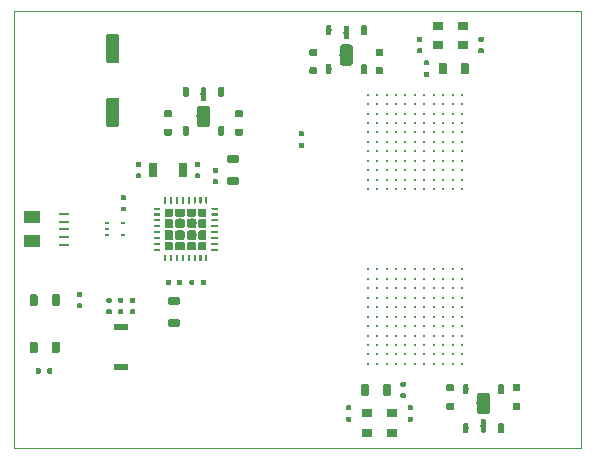
<source format=gbr>
G04 #@! TF.GenerationSoftware,KiCad,Pcbnew,(5.1.4)-1*
G04 #@! TF.CreationDate,2020-11-09T20:47:03-05:00*
G04 #@! TF.ProjectId,icepool-board,69636570-6f6f-46c2-9d62-6f6172642e6b,2020-04*
G04 #@! TF.SameCoordinates,Original*
G04 #@! TF.FileFunction,Paste,Top*
G04 #@! TF.FilePolarity,Positive*
%FSLAX46Y46*%
G04 Gerber Fmt 4.6, Leading zero omitted, Abs format (unit mm)*
G04 Created by KiCad (PCBNEW (5.1.4)-1) date 2020-11-09 20:47:03*
%MOMM*%
%LPD*%
G04 APERTURE LIST*
%ADD10C,0.050000*%
%ADD11C,0.150000*%
%ADD12C,1.120000*%
%ADD13C,1.158000*%
%ADD14C,0.476000*%
%ADD15R,0.315000X0.210000*%
%ADD16R,0.700000X1.260000*%
%ADD17R,0.910000X0.770000*%
%ADD18C,0.280000*%
%ADD19C,0.175000*%
%ADD20C,0.554596*%
%ADD21C,0.568298*%
%ADD22C,0.806226*%
%ADD23R,1.190000X0.630000*%
%ADD24C,0.413000*%
%ADD25C,0.682500*%
%ADD26R,1.330000X1.050000*%
%ADD27R,0.945000X0.280000*%
%ADD28C,0.612500*%
G04 APERTURE END LIST*
D10*
X25500000Y-88500000D02*
X25500000Y-51500000D01*
X73500000Y-88500000D02*
X25500000Y-88500000D01*
X73500000Y-51500000D02*
X73500000Y-88500000D01*
X25500000Y-51500000D02*
X73500000Y-51500000D01*
D11*
G04 #@! TO.C,C3*
G36*
X34202153Y-53475843D02*
G01*
X34219141Y-53478363D01*
X34235800Y-53482535D01*
X34251970Y-53488321D01*
X34267494Y-53495664D01*
X34282225Y-53504493D01*
X34296019Y-53514723D01*
X34308744Y-53526256D01*
X34320277Y-53538981D01*
X34330507Y-53552775D01*
X34339336Y-53567506D01*
X34346679Y-53583030D01*
X34352465Y-53599200D01*
X34356637Y-53615859D01*
X34359157Y-53632847D01*
X34360000Y-53650000D01*
X34360000Y-55750000D01*
X34359157Y-55767153D01*
X34356637Y-55784141D01*
X34352465Y-55800800D01*
X34346679Y-55816970D01*
X34339336Y-55832494D01*
X34330507Y-55847225D01*
X34320277Y-55861019D01*
X34308744Y-55873744D01*
X34296019Y-55885277D01*
X34282225Y-55895507D01*
X34267494Y-55904336D01*
X34251970Y-55911679D01*
X34235800Y-55917465D01*
X34219141Y-55921637D01*
X34202153Y-55924157D01*
X34185000Y-55925000D01*
X33415000Y-55925000D01*
X33397847Y-55924157D01*
X33380859Y-55921637D01*
X33364200Y-55917465D01*
X33348030Y-55911679D01*
X33332506Y-55904336D01*
X33317775Y-55895507D01*
X33303981Y-55885277D01*
X33291256Y-55873744D01*
X33279723Y-55861019D01*
X33269493Y-55847225D01*
X33260664Y-55832494D01*
X33253321Y-55816970D01*
X33247535Y-55800800D01*
X33243363Y-55784141D01*
X33240843Y-55767153D01*
X33240000Y-55750000D01*
X33240000Y-53650000D01*
X33240843Y-53632847D01*
X33243363Y-53615859D01*
X33247535Y-53599200D01*
X33253321Y-53583030D01*
X33260664Y-53567506D01*
X33269493Y-53552775D01*
X33279723Y-53538981D01*
X33291256Y-53526256D01*
X33303981Y-53514723D01*
X33317775Y-53504493D01*
X33332506Y-53495664D01*
X33348030Y-53488321D01*
X33364200Y-53482535D01*
X33380859Y-53478363D01*
X33397847Y-53475843D01*
X33415000Y-53475000D01*
X34185000Y-53475000D01*
X34202153Y-53475843D01*
X34202153Y-53475843D01*
G37*
D12*
X33800000Y-54700000D03*
D11*
G36*
X34202153Y-58875843D02*
G01*
X34219141Y-58878363D01*
X34235800Y-58882535D01*
X34251970Y-58888321D01*
X34267494Y-58895664D01*
X34282225Y-58904493D01*
X34296019Y-58914723D01*
X34308744Y-58926256D01*
X34320277Y-58938981D01*
X34330507Y-58952775D01*
X34339336Y-58967506D01*
X34346679Y-58983030D01*
X34352465Y-58999200D01*
X34356637Y-59015859D01*
X34359157Y-59032847D01*
X34360000Y-59050000D01*
X34360000Y-61150000D01*
X34359157Y-61167153D01*
X34356637Y-61184141D01*
X34352465Y-61200800D01*
X34346679Y-61216970D01*
X34339336Y-61232494D01*
X34330507Y-61247225D01*
X34320277Y-61261019D01*
X34308744Y-61273744D01*
X34296019Y-61285277D01*
X34282225Y-61295507D01*
X34267494Y-61304336D01*
X34251970Y-61311679D01*
X34235800Y-61317465D01*
X34219141Y-61321637D01*
X34202153Y-61324157D01*
X34185000Y-61325000D01*
X33415000Y-61325000D01*
X33397847Y-61324157D01*
X33380859Y-61321637D01*
X33364200Y-61317465D01*
X33348030Y-61311679D01*
X33332506Y-61304336D01*
X33317775Y-61295507D01*
X33303981Y-61285277D01*
X33291256Y-61273744D01*
X33279723Y-61261019D01*
X33269493Y-61247225D01*
X33260664Y-61232494D01*
X33253321Y-61216970D01*
X33247535Y-61200800D01*
X33243363Y-61184141D01*
X33240843Y-61167153D01*
X33240000Y-61150000D01*
X33240000Y-59050000D01*
X33240843Y-59032847D01*
X33243363Y-59015859D01*
X33247535Y-58999200D01*
X33253321Y-58983030D01*
X33260664Y-58967506D01*
X33269493Y-58952775D01*
X33279723Y-58938981D01*
X33291256Y-58926256D01*
X33303981Y-58914723D01*
X33317775Y-58904493D01*
X33332506Y-58895664D01*
X33348030Y-58888321D01*
X33364200Y-58882535D01*
X33380859Y-58878363D01*
X33397847Y-58875843D01*
X33415000Y-58875000D01*
X34185000Y-58875000D01*
X34202153Y-58875843D01*
X34202153Y-58875843D01*
G37*
D12*
X33800000Y-60100000D03*
G04 #@! TD*
D11*
G04 #@! TO.C,U8*
G36*
X65517877Y-83851393D02*
G01*
X65545980Y-83855562D01*
X65573538Y-83862465D01*
X65600288Y-83872036D01*
X65625970Y-83884183D01*
X65650339Y-83898789D01*
X65673158Y-83915712D01*
X65694208Y-83934792D01*
X65713288Y-83955842D01*
X65730211Y-83978661D01*
X65744817Y-84003030D01*
X65756964Y-84028712D01*
X65766535Y-84055462D01*
X65773438Y-84083020D01*
X65777607Y-84111123D01*
X65779001Y-84139499D01*
X65779001Y-85360499D01*
X65777607Y-85388875D01*
X65773438Y-85416978D01*
X65766535Y-85444536D01*
X65756964Y-85471286D01*
X65744817Y-85496968D01*
X65730211Y-85521337D01*
X65713288Y-85544156D01*
X65694208Y-85565206D01*
X65673158Y-85584286D01*
X65650339Y-85601209D01*
X65625970Y-85615815D01*
X65600288Y-85627962D01*
X65573538Y-85637533D01*
X65545980Y-85644436D01*
X65517877Y-85648605D01*
X65489501Y-85649999D01*
X64910501Y-85649999D01*
X64882125Y-85648605D01*
X64854022Y-85644436D01*
X64826464Y-85637533D01*
X64799714Y-85627962D01*
X64774032Y-85615815D01*
X64749663Y-85601209D01*
X64726844Y-85584286D01*
X64705794Y-85565206D01*
X64686714Y-85544156D01*
X64669791Y-85521337D01*
X64655185Y-85496968D01*
X64643038Y-85471286D01*
X64633467Y-85444536D01*
X64626564Y-85416978D01*
X64622395Y-85388875D01*
X64621001Y-85360499D01*
X64621001Y-84139499D01*
X64622395Y-84111123D01*
X64626564Y-84083020D01*
X64633467Y-84055462D01*
X64643038Y-84028712D01*
X64655185Y-84003030D01*
X64669791Y-83978661D01*
X64686714Y-83955842D01*
X64705794Y-83934792D01*
X64726844Y-83915712D01*
X64749663Y-83898789D01*
X64774032Y-83884183D01*
X64799714Y-83872036D01*
X64826464Y-83862465D01*
X64854022Y-83855562D01*
X64882125Y-83851393D01*
X64910501Y-83849999D01*
X65489501Y-83849999D01*
X65517877Y-83851393D01*
X65517877Y-83851393D01*
G37*
D13*
X65200001Y-84749999D03*
D11*
G36*
X66830665Y-83130572D02*
G01*
X66842217Y-83132286D01*
X66853545Y-83135123D01*
X66864540Y-83139057D01*
X66875097Y-83144050D01*
X66885114Y-83150054D01*
X66894494Y-83157011D01*
X66903147Y-83164853D01*
X66910989Y-83173506D01*
X66917946Y-83182886D01*
X66923950Y-83192903D01*
X66928943Y-83203460D01*
X66932877Y-83214455D01*
X66935714Y-83225783D01*
X66937428Y-83237335D01*
X66938001Y-83248999D01*
X66938001Y-83850999D01*
X66937428Y-83862663D01*
X66935714Y-83874215D01*
X66932877Y-83885543D01*
X66928943Y-83896538D01*
X66923950Y-83907095D01*
X66917946Y-83917112D01*
X66910989Y-83926492D01*
X66903147Y-83935145D01*
X66894494Y-83942987D01*
X66885114Y-83949944D01*
X66875097Y-83955948D01*
X66864540Y-83960941D01*
X66853545Y-83964875D01*
X66842217Y-83967712D01*
X66830665Y-83969426D01*
X66819001Y-83969999D01*
X66581001Y-83969999D01*
X66569337Y-83969426D01*
X66557785Y-83967712D01*
X66546457Y-83964875D01*
X66535462Y-83960941D01*
X66524905Y-83955948D01*
X66514888Y-83949944D01*
X66505508Y-83942987D01*
X66496855Y-83935145D01*
X66489013Y-83926492D01*
X66482056Y-83917112D01*
X66476052Y-83907095D01*
X66471059Y-83896538D01*
X66467125Y-83885543D01*
X66464288Y-83874215D01*
X66462574Y-83862663D01*
X66462001Y-83850999D01*
X66462001Y-83248999D01*
X66462574Y-83237335D01*
X66464288Y-83225783D01*
X66467125Y-83214455D01*
X66471059Y-83203460D01*
X66476052Y-83192903D01*
X66482056Y-83182886D01*
X66489013Y-83173506D01*
X66496855Y-83164853D01*
X66505508Y-83157011D01*
X66514888Y-83150054D01*
X66524905Y-83144050D01*
X66535462Y-83139057D01*
X66546457Y-83135123D01*
X66557785Y-83132286D01*
X66569337Y-83130572D01*
X66581001Y-83129999D01*
X66819001Y-83129999D01*
X66830665Y-83130572D01*
X66830665Y-83130572D01*
G37*
D14*
X66700001Y-83549999D03*
D11*
G36*
X63830665Y-83130572D02*
G01*
X63842217Y-83132286D01*
X63853545Y-83135123D01*
X63864540Y-83139057D01*
X63875097Y-83144050D01*
X63885114Y-83150054D01*
X63894494Y-83157011D01*
X63903147Y-83164853D01*
X63910989Y-83173506D01*
X63917946Y-83182886D01*
X63923950Y-83192903D01*
X63928943Y-83203460D01*
X63932877Y-83214455D01*
X63935714Y-83225783D01*
X63937428Y-83237335D01*
X63938001Y-83248999D01*
X63938001Y-83850999D01*
X63937428Y-83862663D01*
X63935714Y-83874215D01*
X63932877Y-83885543D01*
X63928943Y-83896538D01*
X63923950Y-83907095D01*
X63917946Y-83917112D01*
X63910989Y-83926492D01*
X63903147Y-83935145D01*
X63894494Y-83942987D01*
X63885114Y-83949944D01*
X63875097Y-83955948D01*
X63864540Y-83960941D01*
X63853545Y-83964875D01*
X63842217Y-83967712D01*
X63830665Y-83969426D01*
X63819001Y-83969999D01*
X63581001Y-83969999D01*
X63569337Y-83969426D01*
X63557785Y-83967712D01*
X63546457Y-83964875D01*
X63535462Y-83960941D01*
X63524905Y-83955948D01*
X63514888Y-83949944D01*
X63505508Y-83942987D01*
X63496855Y-83935145D01*
X63489013Y-83926492D01*
X63482056Y-83917112D01*
X63476052Y-83907095D01*
X63471059Y-83896538D01*
X63467125Y-83885543D01*
X63464288Y-83874215D01*
X63462574Y-83862663D01*
X63462001Y-83850999D01*
X63462001Y-83248999D01*
X63462574Y-83237335D01*
X63464288Y-83225783D01*
X63467125Y-83214455D01*
X63471059Y-83203460D01*
X63476052Y-83192903D01*
X63482056Y-83182886D01*
X63489013Y-83173506D01*
X63496855Y-83164853D01*
X63505508Y-83157011D01*
X63514888Y-83150054D01*
X63524905Y-83144050D01*
X63535462Y-83139057D01*
X63546457Y-83135123D01*
X63557785Y-83132286D01*
X63569337Y-83130572D01*
X63581001Y-83129999D01*
X63819001Y-83129999D01*
X63830665Y-83130572D01*
X63830665Y-83130572D01*
G37*
D14*
X63700001Y-83549999D03*
D11*
G36*
X63830665Y-86430572D02*
G01*
X63842217Y-86432286D01*
X63853545Y-86435123D01*
X63864540Y-86439057D01*
X63875097Y-86444050D01*
X63885114Y-86450054D01*
X63894494Y-86457011D01*
X63903147Y-86464853D01*
X63910989Y-86473506D01*
X63917946Y-86482886D01*
X63923950Y-86492903D01*
X63928943Y-86503460D01*
X63932877Y-86514455D01*
X63935714Y-86525783D01*
X63937428Y-86537335D01*
X63938001Y-86548999D01*
X63938001Y-87150999D01*
X63937428Y-87162663D01*
X63935714Y-87174215D01*
X63932877Y-87185543D01*
X63928943Y-87196538D01*
X63923950Y-87207095D01*
X63917946Y-87217112D01*
X63910989Y-87226492D01*
X63903147Y-87235145D01*
X63894494Y-87242987D01*
X63885114Y-87249944D01*
X63875097Y-87255948D01*
X63864540Y-87260941D01*
X63853545Y-87264875D01*
X63842217Y-87267712D01*
X63830665Y-87269426D01*
X63819001Y-87269999D01*
X63581001Y-87269999D01*
X63569337Y-87269426D01*
X63557785Y-87267712D01*
X63546457Y-87264875D01*
X63535462Y-87260941D01*
X63524905Y-87255948D01*
X63514888Y-87249944D01*
X63505508Y-87242987D01*
X63496855Y-87235145D01*
X63489013Y-87226492D01*
X63482056Y-87217112D01*
X63476052Y-87207095D01*
X63471059Y-87196538D01*
X63467125Y-87185543D01*
X63464288Y-87174215D01*
X63462574Y-87162663D01*
X63462001Y-87150999D01*
X63462001Y-86548999D01*
X63462574Y-86537335D01*
X63464288Y-86525783D01*
X63467125Y-86514455D01*
X63471059Y-86503460D01*
X63476052Y-86492903D01*
X63482056Y-86482886D01*
X63489013Y-86473506D01*
X63496855Y-86464853D01*
X63505508Y-86457011D01*
X63514888Y-86450054D01*
X63524905Y-86444050D01*
X63535462Y-86439057D01*
X63546457Y-86435123D01*
X63557785Y-86432286D01*
X63569337Y-86430572D01*
X63581001Y-86429999D01*
X63819001Y-86429999D01*
X63830665Y-86430572D01*
X63830665Y-86430572D01*
G37*
D14*
X63700001Y-86849999D03*
D11*
G36*
X65330665Y-86090572D02*
G01*
X65342217Y-86092286D01*
X65353545Y-86095123D01*
X65364540Y-86099057D01*
X65375097Y-86104050D01*
X65385114Y-86110054D01*
X65394494Y-86117011D01*
X65403147Y-86124853D01*
X65410989Y-86133506D01*
X65417946Y-86142886D01*
X65423950Y-86152903D01*
X65428943Y-86163460D01*
X65432877Y-86174455D01*
X65435714Y-86185783D01*
X65437428Y-86197335D01*
X65438001Y-86208999D01*
X65438001Y-87090999D01*
X65437428Y-87102663D01*
X65435714Y-87114215D01*
X65432877Y-87125543D01*
X65428943Y-87136538D01*
X65423950Y-87147095D01*
X65417946Y-87157112D01*
X65410989Y-87166492D01*
X65403147Y-87175145D01*
X65394494Y-87182987D01*
X65385114Y-87189944D01*
X65375097Y-87195948D01*
X65364540Y-87200941D01*
X65353545Y-87204875D01*
X65342217Y-87207712D01*
X65330665Y-87209426D01*
X65319001Y-87209999D01*
X65081001Y-87209999D01*
X65069337Y-87209426D01*
X65057785Y-87207712D01*
X65046457Y-87204875D01*
X65035462Y-87200941D01*
X65024905Y-87195948D01*
X65014888Y-87189944D01*
X65005508Y-87182987D01*
X64996855Y-87175145D01*
X64989013Y-87166492D01*
X64982056Y-87157112D01*
X64976052Y-87147095D01*
X64971059Y-87136538D01*
X64967125Y-87125543D01*
X64964288Y-87114215D01*
X64962574Y-87102663D01*
X64962001Y-87090999D01*
X64962001Y-86208999D01*
X64962574Y-86197335D01*
X64964288Y-86185783D01*
X64967125Y-86174455D01*
X64971059Y-86163460D01*
X64976052Y-86152903D01*
X64982056Y-86142886D01*
X64989013Y-86133506D01*
X64996855Y-86124853D01*
X65005508Y-86117011D01*
X65014888Y-86110054D01*
X65024905Y-86104050D01*
X65035462Y-86099057D01*
X65046457Y-86095123D01*
X65057785Y-86092286D01*
X65069337Y-86090572D01*
X65081001Y-86089999D01*
X65319001Y-86089999D01*
X65330665Y-86090572D01*
X65330665Y-86090572D01*
G37*
D14*
X65200001Y-86649999D03*
D11*
G36*
X66830665Y-86430572D02*
G01*
X66842217Y-86432286D01*
X66853545Y-86435123D01*
X66864540Y-86439057D01*
X66875097Y-86444050D01*
X66885114Y-86450054D01*
X66894494Y-86457011D01*
X66903147Y-86464853D01*
X66910989Y-86473506D01*
X66917946Y-86482886D01*
X66923950Y-86492903D01*
X66928943Y-86503460D01*
X66932877Y-86514455D01*
X66935714Y-86525783D01*
X66937428Y-86537335D01*
X66938001Y-86548999D01*
X66938001Y-87150999D01*
X66937428Y-87162663D01*
X66935714Y-87174215D01*
X66932877Y-87185543D01*
X66928943Y-87196538D01*
X66923950Y-87207095D01*
X66917946Y-87217112D01*
X66910989Y-87226492D01*
X66903147Y-87235145D01*
X66894494Y-87242987D01*
X66885114Y-87249944D01*
X66875097Y-87255948D01*
X66864540Y-87260941D01*
X66853545Y-87264875D01*
X66842217Y-87267712D01*
X66830665Y-87269426D01*
X66819001Y-87269999D01*
X66581001Y-87269999D01*
X66569337Y-87269426D01*
X66557785Y-87267712D01*
X66546457Y-87264875D01*
X66535462Y-87260941D01*
X66524905Y-87255948D01*
X66514888Y-87249944D01*
X66505508Y-87242987D01*
X66496855Y-87235145D01*
X66489013Y-87226492D01*
X66482056Y-87217112D01*
X66476052Y-87207095D01*
X66471059Y-87196538D01*
X66467125Y-87185543D01*
X66464288Y-87174215D01*
X66462574Y-87162663D01*
X66462001Y-87150999D01*
X66462001Y-86548999D01*
X66462574Y-86537335D01*
X66464288Y-86525783D01*
X66467125Y-86514455D01*
X66471059Y-86503460D01*
X66476052Y-86492903D01*
X66482056Y-86482886D01*
X66489013Y-86473506D01*
X66496855Y-86464853D01*
X66505508Y-86457011D01*
X66514888Y-86450054D01*
X66524905Y-86444050D01*
X66535462Y-86439057D01*
X66546457Y-86435123D01*
X66557785Y-86432286D01*
X66569337Y-86430572D01*
X66581001Y-86429999D01*
X66819001Y-86429999D01*
X66830665Y-86430572D01*
X66830665Y-86430572D01*
G37*
D14*
X66700001Y-86849999D03*
G04 #@! TD*
D15*
G04 #@! TO.C,U2*
X34700000Y-70500000D03*
X33300000Y-70000000D03*
X34700000Y-69500000D03*
X33300000Y-70500000D03*
X33300000Y-69500000D03*
G04 #@! TD*
D16*
G04 #@! TO.C,Y1*
X37250000Y-65000000D03*
X39750000Y-65000000D03*
G04 #@! TD*
D17*
G04 #@! TO.C,X2*
X55350000Y-85575000D03*
X57450000Y-85575000D03*
X57450000Y-87225000D03*
X55350000Y-87225000D03*
G04 #@! TD*
G04 #@! TO.C,X1*
X63450000Y-54425000D03*
X61350000Y-54425000D03*
X61350000Y-52775000D03*
X63450000Y-52775000D03*
G04 #@! TD*
D18*
G04 #@! TO.C,U9*
X55400000Y-73400000D03*
X55400000Y-74200000D03*
X55400000Y-75000000D03*
X55400000Y-75800000D03*
X55400000Y-76600000D03*
X55400000Y-77400000D03*
X55400000Y-78200000D03*
X55400000Y-79000000D03*
X55400000Y-79800000D03*
X55400000Y-80600000D03*
X55400000Y-81400000D03*
X56200000Y-73400000D03*
X56200000Y-74200000D03*
X56200000Y-75000000D03*
X56200000Y-75800000D03*
X56200000Y-76600000D03*
X56200000Y-77400000D03*
X56200000Y-78200000D03*
X56200000Y-79000000D03*
X56200000Y-79800000D03*
X56200000Y-80600000D03*
X56200000Y-81400000D03*
X57000000Y-73400000D03*
X57000000Y-74200000D03*
X57000000Y-75000000D03*
X57000000Y-75800000D03*
X57000000Y-76600000D03*
X57000000Y-77400000D03*
X57000000Y-78200000D03*
X57000000Y-79000000D03*
X57000000Y-79800000D03*
X57000000Y-80600000D03*
X57000000Y-81400000D03*
X57800000Y-73400000D03*
X57800000Y-74200000D03*
X57800000Y-75000000D03*
X57800000Y-75800000D03*
X57800000Y-76600000D03*
X57800000Y-77400000D03*
X57800000Y-78200000D03*
X57800000Y-79000000D03*
X57800000Y-79800000D03*
X57800000Y-80600000D03*
X57800000Y-81400000D03*
X58600000Y-73400000D03*
X58600000Y-74200000D03*
X58600000Y-75000000D03*
X58600000Y-75800000D03*
X58600000Y-76600000D03*
X58600000Y-77400000D03*
X58600000Y-78200000D03*
X58600000Y-79000000D03*
X58600000Y-79800000D03*
X58600000Y-80600000D03*
X58600000Y-81400000D03*
X59400000Y-73400000D03*
X59400000Y-74200000D03*
X59400000Y-75000000D03*
X59400000Y-75800000D03*
X59400000Y-76600000D03*
X59400000Y-77400000D03*
X59400000Y-78200000D03*
X59400000Y-79000000D03*
X59400000Y-79800000D03*
X59400000Y-80600000D03*
X59400000Y-81400000D03*
X60200000Y-73400000D03*
X60200000Y-74200000D03*
X60200000Y-75000000D03*
X60200000Y-75800000D03*
X60200000Y-76600000D03*
X60200000Y-77400000D03*
X60200000Y-78200000D03*
X60200000Y-79000000D03*
X60200000Y-79800000D03*
X60200000Y-80600000D03*
X60200000Y-81400000D03*
X61000000Y-73400000D03*
X61000000Y-74200000D03*
X61000000Y-75000000D03*
X61000000Y-75800000D03*
X61000000Y-76600000D03*
X61000000Y-77400000D03*
X61000000Y-78200000D03*
X61000000Y-79000000D03*
X61000000Y-79800000D03*
X61000000Y-80600000D03*
X61000000Y-81400000D03*
X61800000Y-73400000D03*
X61800000Y-74200000D03*
X61800000Y-75000000D03*
X61800000Y-75800000D03*
X61800000Y-76600000D03*
X61800000Y-77400000D03*
X61800000Y-78200000D03*
X61800000Y-79000000D03*
X61800000Y-79800000D03*
X61800000Y-80600000D03*
X61800000Y-81400000D03*
X62600000Y-73400000D03*
X62600000Y-74200000D03*
X62600000Y-75000000D03*
X62600000Y-75800000D03*
X62600000Y-76600000D03*
X62600000Y-77400000D03*
X62600000Y-78200000D03*
X62600000Y-79000000D03*
X62600000Y-79800000D03*
X62600000Y-80600000D03*
X62600000Y-81400000D03*
X63400000Y-73400000D03*
X63400000Y-74200000D03*
X63400000Y-75000000D03*
X63400000Y-75800000D03*
X63400000Y-76600000D03*
X63400000Y-77400000D03*
X63400000Y-78200000D03*
X63400000Y-79000000D03*
X63400000Y-79800000D03*
X63400000Y-80600000D03*
X63400000Y-81400000D03*
G04 #@! TD*
G04 #@! TO.C,U6*
X63400000Y-66600000D03*
X63400000Y-65800000D03*
X63400000Y-65000000D03*
X63400000Y-64200000D03*
X63400000Y-63400000D03*
X63400000Y-62600000D03*
X63400000Y-61800000D03*
X63400000Y-61000000D03*
X63400000Y-60200000D03*
X63400000Y-59400000D03*
X63400000Y-58600000D03*
X62600000Y-66600000D03*
X62600000Y-65800000D03*
X62600000Y-65000000D03*
X62600000Y-64200000D03*
X62600000Y-63400000D03*
X62600000Y-62600000D03*
X62600000Y-61800000D03*
X62600000Y-61000000D03*
X62600000Y-60200000D03*
X62600000Y-59400000D03*
X62600000Y-58600000D03*
X61800000Y-66600000D03*
X61800000Y-65800000D03*
X61800000Y-65000000D03*
X61800000Y-64200000D03*
X61800000Y-63400000D03*
X61800000Y-62600000D03*
X61800000Y-61800000D03*
X61800000Y-61000000D03*
X61800000Y-60200000D03*
X61800000Y-59400000D03*
X61800000Y-58600000D03*
X61000000Y-66600000D03*
X61000000Y-65800000D03*
X61000000Y-65000000D03*
X61000000Y-64200000D03*
X61000000Y-63400000D03*
X61000000Y-62600000D03*
X61000000Y-61800000D03*
X61000000Y-61000000D03*
X61000000Y-60200000D03*
X61000000Y-59400000D03*
X61000000Y-58600000D03*
X60200000Y-66600000D03*
X60200000Y-65800000D03*
X60200000Y-65000000D03*
X60200000Y-64200000D03*
X60200000Y-63400000D03*
X60200000Y-62600000D03*
X60200000Y-61800000D03*
X60200000Y-61000000D03*
X60200000Y-60200000D03*
X60200000Y-59400000D03*
X60200000Y-58600000D03*
X59400000Y-66600000D03*
X59400000Y-65800000D03*
X59400000Y-65000000D03*
X59400000Y-64200000D03*
X59400000Y-63400000D03*
X59400000Y-62600000D03*
X59400000Y-61800000D03*
X59400000Y-61000000D03*
X59400000Y-60200000D03*
X59400000Y-59400000D03*
X59400000Y-58600000D03*
X58600000Y-66600000D03*
X58600000Y-65800000D03*
X58600000Y-65000000D03*
X58600000Y-64200000D03*
X58600000Y-63400000D03*
X58600000Y-62600000D03*
X58600000Y-61800000D03*
X58600000Y-61000000D03*
X58600000Y-60200000D03*
X58600000Y-59400000D03*
X58600000Y-58600000D03*
X57800000Y-66600000D03*
X57800000Y-65800000D03*
X57800000Y-65000000D03*
X57800000Y-64200000D03*
X57800000Y-63400000D03*
X57800000Y-62600000D03*
X57800000Y-61800000D03*
X57800000Y-61000000D03*
X57800000Y-60200000D03*
X57800000Y-59400000D03*
X57800000Y-58600000D03*
X57000000Y-66600000D03*
X57000000Y-65800000D03*
X57000000Y-65000000D03*
X57000000Y-64200000D03*
X57000000Y-63400000D03*
X57000000Y-62600000D03*
X57000000Y-61800000D03*
X57000000Y-61000000D03*
X57000000Y-60200000D03*
X57000000Y-59400000D03*
X57000000Y-58600000D03*
X56200000Y-66600000D03*
X56200000Y-65800000D03*
X56200000Y-65000000D03*
X56200000Y-64200000D03*
X56200000Y-63400000D03*
X56200000Y-62600000D03*
X56200000Y-61800000D03*
X56200000Y-61000000D03*
X56200000Y-60200000D03*
X56200000Y-59400000D03*
X56200000Y-58600000D03*
X55400000Y-66600000D03*
X55400000Y-65800000D03*
X55400000Y-65000000D03*
X55400000Y-64200000D03*
X55400000Y-63400000D03*
X55400000Y-62600000D03*
X55400000Y-61800000D03*
X55400000Y-61000000D03*
X55400000Y-60200000D03*
X55400000Y-59400000D03*
X55400000Y-58600000D03*
G04 #@! TD*
D11*
G04 #@! TO.C,U5*
G36*
X52230663Y-52730573D02*
G01*
X52242215Y-52732287D01*
X52253543Y-52735124D01*
X52264538Y-52739058D01*
X52275095Y-52744051D01*
X52285112Y-52750055D01*
X52294492Y-52757012D01*
X52303145Y-52764854D01*
X52310987Y-52773507D01*
X52317944Y-52782887D01*
X52323948Y-52792904D01*
X52328941Y-52803461D01*
X52332875Y-52814456D01*
X52335712Y-52825784D01*
X52337426Y-52837336D01*
X52337999Y-52849000D01*
X52337999Y-53451000D01*
X52337426Y-53462664D01*
X52335712Y-53474216D01*
X52332875Y-53485544D01*
X52328941Y-53496539D01*
X52323948Y-53507096D01*
X52317944Y-53517113D01*
X52310987Y-53526493D01*
X52303145Y-53535146D01*
X52294492Y-53542988D01*
X52285112Y-53549945D01*
X52275095Y-53555949D01*
X52264538Y-53560942D01*
X52253543Y-53564876D01*
X52242215Y-53567713D01*
X52230663Y-53569427D01*
X52218999Y-53570000D01*
X51980999Y-53570000D01*
X51969335Y-53569427D01*
X51957783Y-53567713D01*
X51946455Y-53564876D01*
X51935460Y-53560942D01*
X51924903Y-53555949D01*
X51914886Y-53549945D01*
X51905506Y-53542988D01*
X51896853Y-53535146D01*
X51889011Y-53526493D01*
X51882054Y-53517113D01*
X51876050Y-53507096D01*
X51871057Y-53496539D01*
X51867123Y-53485544D01*
X51864286Y-53474216D01*
X51862572Y-53462664D01*
X51861999Y-53451000D01*
X51861999Y-52849000D01*
X51862572Y-52837336D01*
X51864286Y-52825784D01*
X51867123Y-52814456D01*
X51871057Y-52803461D01*
X51876050Y-52792904D01*
X51882054Y-52782887D01*
X51889011Y-52773507D01*
X51896853Y-52764854D01*
X51905506Y-52757012D01*
X51914886Y-52750055D01*
X51924903Y-52744051D01*
X51935460Y-52739058D01*
X51946455Y-52735124D01*
X51957783Y-52732287D01*
X51969335Y-52730573D01*
X51980999Y-52730000D01*
X52218999Y-52730000D01*
X52230663Y-52730573D01*
X52230663Y-52730573D01*
G37*
D14*
X52099999Y-53150000D03*
D11*
G36*
X53730663Y-52790573D02*
G01*
X53742215Y-52792287D01*
X53753543Y-52795124D01*
X53764538Y-52799058D01*
X53775095Y-52804051D01*
X53785112Y-52810055D01*
X53794492Y-52817012D01*
X53803145Y-52824854D01*
X53810987Y-52833507D01*
X53817944Y-52842887D01*
X53823948Y-52852904D01*
X53828941Y-52863461D01*
X53832875Y-52874456D01*
X53835712Y-52885784D01*
X53837426Y-52897336D01*
X53837999Y-52909000D01*
X53837999Y-53791000D01*
X53837426Y-53802664D01*
X53835712Y-53814216D01*
X53832875Y-53825544D01*
X53828941Y-53836539D01*
X53823948Y-53847096D01*
X53817944Y-53857113D01*
X53810987Y-53866493D01*
X53803145Y-53875146D01*
X53794492Y-53882988D01*
X53785112Y-53889945D01*
X53775095Y-53895949D01*
X53764538Y-53900942D01*
X53753543Y-53904876D01*
X53742215Y-53907713D01*
X53730663Y-53909427D01*
X53718999Y-53910000D01*
X53480999Y-53910000D01*
X53469335Y-53909427D01*
X53457783Y-53907713D01*
X53446455Y-53904876D01*
X53435460Y-53900942D01*
X53424903Y-53895949D01*
X53414886Y-53889945D01*
X53405506Y-53882988D01*
X53396853Y-53875146D01*
X53389011Y-53866493D01*
X53382054Y-53857113D01*
X53376050Y-53847096D01*
X53371057Y-53836539D01*
X53367123Y-53825544D01*
X53364286Y-53814216D01*
X53362572Y-53802664D01*
X53361999Y-53791000D01*
X53361999Y-52909000D01*
X53362572Y-52897336D01*
X53364286Y-52885784D01*
X53367123Y-52874456D01*
X53371057Y-52863461D01*
X53376050Y-52852904D01*
X53382054Y-52842887D01*
X53389011Y-52833507D01*
X53396853Y-52824854D01*
X53405506Y-52817012D01*
X53414886Y-52810055D01*
X53424903Y-52804051D01*
X53435460Y-52799058D01*
X53446455Y-52795124D01*
X53457783Y-52792287D01*
X53469335Y-52790573D01*
X53480999Y-52790000D01*
X53718999Y-52790000D01*
X53730663Y-52790573D01*
X53730663Y-52790573D01*
G37*
D14*
X53599999Y-53350000D03*
D11*
G36*
X55230663Y-52730573D02*
G01*
X55242215Y-52732287D01*
X55253543Y-52735124D01*
X55264538Y-52739058D01*
X55275095Y-52744051D01*
X55285112Y-52750055D01*
X55294492Y-52757012D01*
X55303145Y-52764854D01*
X55310987Y-52773507D01*
X55317944Y-52782887D01*
X55323948Y-52792904D01*
X55328941Y-52803461D01*
X55332875Y-52814456D01*
X55335712Y-52825784D01*
X55337426Y-52837336D01*
X55337999Y-52849000D01*
X55337999Y-53451000D01*
X55337426Y-53462664D01*
X55335712Y-53474216D01*
X55332875Y-53485544D01*
X55328941Y-53496539D01*
X55323948Y-53507096D01*
X55317944Y-53517113D01*
X55310987Y-53526493D01*
X55303145Y-53535146D01*
X55294492Y-53542988D01*
X55285112Y-53549945D01*
X55275095Y-53555949D01*
X55264538Y-53560942D01*
X55253543Y-53564876D01*
X55242215Y-53567713D01*
X55230663Y-53569427D01*
X55218999Y-53570000D01*
X54980999Y-53570000D01*
X54969335Y-53569427D01*
X54957783Y-53567713D01*
X54946455Y-53564876D01*
X54935460Y-53560942D01*
X54924903Y-53555949D01*
X54914886Y-53549945D01*
X54905506Y-53542988D01*
X54896853Y-53535146D01*
X54889011Y-53526493D01*
X54882054Y-53517113D01*
X54876050Y-53507096D01*
X54871057Y-53496539D01*
X54867123Y-53485544D01*
X54864286Y-53474216D01*
X54862572Y-53462664D01*
X54861999Y-53451000D01*
X54861999Y-52849000D01*
X54862572Y-52837336D01*
X54864286Y-52825784D01*
X54867123Y-52814456D01*
X54871057Y-52803461D01*
X54876050Y-52792904D01*
X54882054Y-52782887D01*
X54889011Y-52773507D01*
X54896853Y-52764854D01*
X54905506Y-52757012D01*
X54914886Y-52750055D01*
X54924903Y-52744051D01*
X54935460Y-52739058D01*
X54946455Y-52735124D01*
X54957783Y-52732287D01*
X54969335Y-52730573D01*
X54980999Y-52730000D01*
X55218999Y-52730000D01*
X55230663Y-52730573D01*
X55230663Y-52730573D01*
G37*
D14*
X55099999Y-53150000D03*
D11*
G36*
X55230663Y-56030573D02*
G01*
X55242215Y-56032287D01*
X55253543Y-56035124D01*
X55264538Y-56039058D01*
X55275095Y-56044051D01*
X55285112Y-56050055D01*
X55294492Y-56057012D01*
X55303145Y-56064854D01*
X55310987Y-56073507D01*
X55317944Y-56082887D01*
X55323948Y-56092904D01*
X55328941Y-56103461D01*
X55332875Y-56114456D01*
X55335712Y-56125784D01*
X55337426Y-56137336D01*
X55337999Y-56149000D01*
X55337999Y-56751000D01*
X55337426Y-56762664D01*
X55335712Y-56774216D01*
X55332875Y-56785544D01*
X55328941Y-56796539D01*
X55323948Y-56807096D01*
X55317944Y-56817113D01*
X55310987Y-56826493D01*
X55303145Y-56835146D01*
X55294492Y-56842988D01*
X55285112Y-56849945D01*
X55275095Y-56855949D01*
X55264538Y-56860942D01*
X55253543Y-56864876D01*
X55242215Y-56867713D01*
X55230663Y-56869427D01*
X55218999Y-56870000D01*
X54980999Y-56870000D01*
X54969335Y-56869427D01*
X54957783Y-56867713D01*
X54946455Y-56864876D01*
X54935460Y-56860942D01*
X54924903Y-56855949D01*
X54914886Y-56849945D01*
X54905506Y-56842988D01*
X54896853Y-56835146D01*
X54889011Y-56826493D01*
X54882054Y-56817113D01*
X54876050Y-56807096D01*
X54871057Y-56796539D01*
X54867123Y-56785544D01*
X54864286Y-56774216D01*
X54862572Y-56762664D01*
X54861999Y-56751000D01*
X54861999Y-56149000D01*
X54862572Y-56137336D01*
X54864286Y-56125784D01*
X54867123Y-56114456D01*
X54871057Y-56103461D01*
X54876050Y-56092904D01*
X54882054Y-56082887D01*
X54889011Y-56073507D01*
X54896853Y-56064854D01*
X54905506Y-56057012D01*
X54914886Y-56050055D01*
X54924903Y-56044051D01*
X54935460Y-56039058D01*
X54946455Y-56035124D01*
X54957783Y-56032287D01*
X54969335Y-56030573D01*
X54980999Y-56030000D01*
X55218999Y-56030000D01*
X55230663Y-56030573D01*
X55230663Y-56030573D01*
G37*
D14*
X55099999Y-56450000D03*
D11*
G36*
X52230663Y-56030573D02*
G01*
X52242215Y-56032287D01*
X52253543Y-56035124D01*
X52264538Y-56039058D01*
X52275095Y-56044051D01*
X52285112Y-56050055D01*
X52294492Y-56057012D01*
X52303145Y-56064854D01*
X52310987Y-56073507D01*
X52317944Y-56082887D01*
X52323948Y-56092904D01*
X52328941Y-56103461D01*
X52332875Y-56114456D01*
X52335712Y-56125784D01*
X52337426Y-56137336D01*
X52337999Y-56149000D01*
X52337999Y-56751000D01*
X52337426Y-56762664D01*
X52335712Y-56774216D01*
X52332875Y-56785544D01*
X52328941Y-56796539D01*
X52323948Y-56807096D01*
X52317944Y-56817113D01*
X52310987Y-56826493D01*
X52303145Y-56835146D01*
X52294492Y-56842988D01*
X52285112Y-56849945D01*
X52275095Y-56855949D01*
X52264538Y-56860942D01*
X52253543Y-56864876D01*
X52242215Y-56867713D01*
X52230663Y-56869427D01*
X52218999Y-56870000D01*
X51980999Y-56870000D01*
X51969335Y-56869427D01*
X51957783Y-56867713D01*
X51946455Y-56864876D01*
X51935460Y-56860942D01*
X51924903Y-56855949D01*
X51914886Y-56849945D01*
X51905506Y-56842988D01*
X51896853Y-56835146D01*
X51889011Y-56826493D01*
X51882054Y-56817113D01*
X51876050Y-56807096D01*
X51871057Y-56796539D01*
X51867123Y-56785544D01*
X51864286Y-56774216D01*
X51862572Y-56762664D01*
X51861999Y-56751000D01*
X51861999Y-56149000D01*
X51862572Y-56137336D01*
X51864286Y-56125784D01*
X51867123Y-56114456D01*
X51871057Y-56103461D01*
X51876050Y-56092904D01*
X51882054Y-56082887D01*
X51889011Y-56073507D01*
X51896853Y-56064854D01*
X51905506Y-56057012D01*
X51914886Y-56050055D01*
X51924903Y-56044051D01*
X51935460Y-56039058D01*
X51946455Y-56035124D01*
X51957783Y-56032287D01*
X51969335Y-56030573D01*
X51980999Y-56030000D01*
X52218999Y-56030000D01*
X52230663Y-56030573D01*
X52230663Y-56030573D01*
G37*
D14*
X52099999Y-56450000D03*
D11*
G36*
X53917875Y-54351394D02*
G01*
X53945978Y-54355563D01*
X53973536Y-54362466D01*
X54000286Y-54372037D01*
X54025968Y-54384184D01*
X54050337Y-54398790D01*
X54073156Y-54415713D01*
X54094206Y-54434793D01*
X54113286Y-54455843D01*
X54130209Y-54478662D01*
X54144815Y-54503031D01*
X54156962Y-54528713D01*
X54166533Y-54555463D01*
X54173436Y-54583021D01*
X54177605Y-54611124D01*
X54178999Y-54639500D01*
X54178999Y-55860500D01*
X54177605Y-55888876D01*
X54173436Y-55916979D01*
X54166533Y-55944537D01*
X54156962Y-55971287D01*
X54144815Y-55996969D01*
X54130209Y-56021338D01*
X54113286Y-56044157D01*
X54094206Y-56065207D01*
X54073156Y-56084287D01*
X54050337Y-56101210D01*
X54025968Y-56115816D01*
X54000286Y-56127963D01*
X53973536Y-56137534D01*
X53945978Y-56144437D01*
X53917875Y-56148606D01*
X53889499Y-56150000D01*
X53310499Y-56150000D01*
X53282123Y-56148606D01*
X53254020Y-56144437D01*
X53226462Y-56137534D01*
X53199712Y-56127963D01*
X53174030Y-56115816D01*
X53149661Y-56101210D01*
X53126842Y-56084287D01*
X53105792Y-56065207D01*
X53086712Y-56044157D01*
X53069789Y-56021338D01*
X53055183Y-55996969D01*
X53043036Y-55971287D01*
X53033465Y-55944537D01*
X53026562Y-55916979D01*
X53022393Y-55888876D01*
X53020999Y-55860500D01*
X53020999Y-54639500D01*
X53022393Y-54611124D01*
X53026562Y-54583021D01*
X53033465Y-54555463D01*
X53043036Y-54528713D01*
X53055183Y-54503031D01*
X53069789Y-54478662D01*
X53086712Y-54455843D01*
X53105792Y-54434793D01*
X53126842Y-54415713D01*
X53149661Y-54398790D01*
X53174030Y-54384184D01*
X53199712Y-54372037D01*
X53226462Y-54362466D01*
X53254020Y-54355563D01*
X53282123Y-54351394D01*
X53310499Y-54350000D01*
X53889499Y-54350000D01*
X53917875Y-54351394D01*
X53917875Y-54351394D01*
G37*
D13*
X53599999Y-55250000D03*
G04 #@! TD*
D11*
G04 #@! TO.C,U3*
G36*
X41798038Y-72170211D02*
G01*
X41802285Y-72170841D01*
X41806450Y-72171884D01*
X41810492Y-72173330D01*
X41814374Y-72175166D01*
X41818056Y-72177373D01*
X41821505Y-72179931D01*
X41824686Y-72182814D01*
X41827569Y-72185995D01*
X41830127Y-72189444D01*
X41832334Y-72193126D01*
X41834170Y-72197008D01*
X41835616Y-72201050D01*
X41836659Y-72205215D01*
X41837289Y-72209462D01*
X41837500Y-72213750D01*
X41837500Y-72686250D01*
X41837289Y-72690538D01*
X41836659Y-72694785D01*
X41835616Y-72698950D01*
X41834170Y-72702992D01*
X41832334Y-72706874D01*
X41830127Y-72710556D01*
X41827569Y-72714005D01*
X41824686Y-72717186D01*
X41821505Y-72720069D01*
X41818056Y-72722627D01*
X41814374Y-72724834D01*
X41810492Y-72726670D01*
X41806450Y-72728116D01*
X41802285Y-72729159D01*
X41798038Y-72729789D01*
X41793750Y-72730000D01*
X41706250Y-72730000D01*
X41701962Y-72729789D01*
X41697715Y-72729159D01*
X41693550Y-72728116D01*
X41689508Y-72726670D01*
X41685626Y-72724834D01*
X41681944Y-72722627D01*
X41678495Y-72720069D01*
X41675314Y-72717186D01*
X41672431Y-72714005D01*
X41669873Y-72710556D01*
X41667666Y-72706874D01*
X41665830Y-72702992D01*
X41664384Y-72698950D01*
X41663341Y-72694785D01*
X41662711Y-72690538D01*
X41662500Y-72686250D01*
X41662500Y-72213750D01*
X41662711Y-72209462D01*
X41663341Y-72205215D01*
X41664384Y-72201050D01*
X41665830Y-72197008D01*
X41667666Y-72193126D01*
X41669873Y-72189444D01*
X41672431Y-72185995D01*
X41675314Y-72182814D01*
X41678495Y-72179931D01*
X41681944Y-72177373D01*
X41685626Y-72175166D01*
X41689508Y-72173330D01*
X41693550Y-72171884D01*
X41697715Y-72170841D01*
X41701962Y-72170211D01*
X41706250Y-72170000D01*
X41793750Y-72170000D01*
X41798038Y-72170211D01*
X41798038Y-72170211D01*
G37*
D19*
X41750000Y-72450000D03*
D11*
G36*
X41298038Y-72170211D02*
G01*
X41302285Y-72170841D01*
X41306450Y-72171884D01*
X41310492Y-72173330D01*
X41314374Y-72175166D01*
X41318056Y-72177373D01*
X41321505Y-72179931D01*
X41324686Y-72182814D01*
X41327569Y-72185995D01*
X41330127Y-72189444D01*
X41332334Y-72193126D01*
X41334170Y-72197008D01*
X41335616Y-72201050D01*
X41336659Y-72205215D01*
X41337289Y-72209462D01*
X41337500Y-72213750D01*
X41337500Y-72686250D01*
X41337289Y-72690538D01*
X41336659Y-72694785D01*
X41335616Y-72698950D01*
X41334170Y-72702992D01*
X41332334Y-72706874D01*
X41330127Y-72710556D01*
X41327569Y-72714005D01*
X41324686Y-72717186D01*
X41321505Y-72720069D01*
X41318056Y-72722627D01*
X41314374Y-72724834D01*
X41310492Y-72726670D01*
X41306450Y-72728116D01*
X41302285Y-72729159D01*
X41298038Y-72729789D01*
X41293750Y-72730000D01*
X41206250Y-72730000D01*
X41201962Y-72729789D01*
X41197715Y-72729159D01*
X41193550Y-72728116D01*
X41189508Y-72726670D01*
X41185626Y-72724834D01*
X41181944Y-72722627D01*
X41178495Y-72720069D01*
X41175314Y-72717186D01*
X41172431Y-72714005D01*
X41169873Y-72710556D01*
X41167666Y-72706874D01*
X41165830Y-72702992D01*
X41164384Y-72698950D01*
X41163341Y-72694785D01*
X41162711Y-72690538D01*
X41162500Y-72686250D01*
X41162500Y-72213750D01*
X41162711Y-72209462D01*
X41163341Y-72205215D01*
X41164384Y-72201050D01*
X41165830Y-72197008D01*
X41167666Y-72193126D01*
X41169873Y-72189444D01*
X41172431Y-72185995D01*
X41175314Y-72182814D01*
X41178495Y-72179931D01*
X41181944Y-72177373D01*
X41185626Y-72175166D01*
X41189508Y-72173330D01*
X41193550Y-72171884D01*
X41197715Y-72170841D01*
X41201962Y-72170211D01*
X41206250Y-72170000D01*
X41293750Y-72170000D01*
X41298038Y-72170211D01*
X41298038Y-72170211D01*
G37*
D19*
X41250000Y-72450000D03*
D11*
G36*
X40798038Y-72170211D02*
G01*
X40802285Y-72170841D01*
X40806450Y-72171884D01*
X40810492Y-72173330D01*
X40814374Y-72175166D01*
X40818056Y-72177373D01*
X40821505Y-72179931D01*
X40824686Y-72182814D01*
X40827569Y-72185995D01*
X40830127Y-72189444D01*
X40832334Y-72193126D01*
X40834170Y-72197008D01*
X40835616Y-72201050D01*
X40836659Y-72205215D01*
X40837289Y-72209462D01*
X40837500Y-72213750D01*
X40837500Y-72686250D01*
X40837289Y-72690538D01*
X40836659Y-72694785D01*
X40835616Y-72698950D01*
X40834170Y-72702992D01*
X40832334Y-72706874D01*
X40830127Y-72710556D01*
X40827569Y-72714005D01*
X40824686Y-72717186D01*
X40821505Y-72720069D01*
X40818056Y-72722627D01*
X40814374Y-72724834D01*
X40810492Y-72726670D01*
X40806450Y-72728116D01*
X40802285Y-72729159D01*
X40798038Y-72729789D01*
X40793750Y-72730000D01*
X40706250Y-72730000D01*
X40701962Y-72729789D01*
X40697715Y-72729159D01*
X40693550Y-72728116D01*
X40689508Y-72726670D01*
X40685626Y-72724834D01*
X40681944Y-72722627D01*
X40678495Y-72720069D01*
X40675314Y-72717186D01*
X40672431Y-72714005D01*
X40669873Y-72710556D01*
X40667666Y-72706874D01*
X40665830Y-72702992D01*
X40664384Y-72698950D01*
X40663341Y-72694785D01*
X40662711Y-72690538D01*
X40662500Y-72686250D01*
X40662500Y-72213750D01*
X40662711Y-72209462D01*
X40663341Y-72205215D01*
X40664384Y-72201050D01*
X40665830Y-72197008D01*
X40667666Y-72193126D01*
X40669873Y-72189444D01*
X40672431Y-72185995D01*
X40675314Y-72182814D01*
X40678495Y-72179931D01*
X40681944Y-72177373D01*
X40685626Y-72175166D01*
X40689508Y-72173330D01*
X40693550Y-72171884D01*
X40697715Y-72170841D01*
X40701962Y-72170211D01*
X40706250Y-72170000D01*
X40793750Y-72170000D01*
X40798038Y-72170211D01*
X40798038Y-72170211D01*
G37*
D19*
X40750000Y-72450000D03*
D11*
G36*
X40298038Y-72170211D02*
G01*
X40302285Y-72170841D01*
X40306450Y-72171884D01*
X40310492Y-72173330D01*
X40314374Y-72175166D01*
X40318056Y-72177373D01*
X40321505Y-72179931D01*
X40324686Y-72182814D01*
X40327569Y-72185995D01*
X40330127Y-72189444D01*
X40332334Y-72193126D01*
X40334170Y-72197008D01*
X40335616Y-72201050D01*
X40336659Y-72205215D01*
X40337289Y-72209462D01*
X40337500Y-72213750D01*
X40337500Y-72686250D01*
X40337289Y-72690538D01*
X40336659Y-72694785D01*
X40335616Y-72698950D01*
X40334170Y-72702992D01*
X40332334Y-72706874D01*
X40330127Y-72710556D01*
X40327569Y-72714005D01*
X40324686Y-72717186D01*
X40321505Y-72720069D01*
X40318056Y-72722627D01*
X40314374Y-72724834D01*
X40310492Y-72726670D01*
X40306450Y-72728116D01*
X40302285Y-72729159D01*
X40298038Y-72729789D01*
X40293750Y-72730000D01*
X40206250Y-72730000D01*
X40201962Y-72729789D01*
X40197715Y-72729159D01*
X40193550Y-72728116D01*
X40189508Y-72726670D01*
X40185626Y-72724834D01*
X40181944Y-72722627D01*
X40178495Y-72720069D01*
X40175314Y-72717186D01*
X40172431Y-72714005D01*
X40169873Y-72710556D01*
X40167666Y-72706874D01*
X40165830Y-72702992D01*
X40164384Y-72698950D01*
X40163341Y-72694785D01*
X40162711Y-72690538D01*
X40162500Y-72686250D01*
X40162500Y-72213750D01*
X40162711Y-72209462D01*
X40163341Y-72205215D01*
X40164384Y-72201050D01*
X40165830Y-72197008D01*
X40167666Y-72193126D01*
X40169873Y-72189444D01*
X40172431Y-72185995D01*
X40175314Y-72182814D01*
X40178495Y-72179931D01*
X40181944Y-72177373D01*
X40185626Y-72175166D01*
X40189508Y-72173330D01*
X40193550Y-72171884D01*
X40197715Y-72170841D01*
X40201962Y-72170211D01*
X40206250Y-72170000D01*
X40293750Y-72170000D01*
X40298038Y-72170211D01*
X40298038Y-72170211D01*
G37*
D19*
X40250000Y-72450000D03*
D11*
G36*
X39798038Y-72170211D02*
G01*
X39802285Y-72170841D01*
X39806450Y-72171884D01*
X39810492Y-72173330D01*
X39814374Y-72175166D01*
X39818056Y-72177373D01*
X39821505Y-72179931D01*
X39824686Y-72182814D01*
X39827569Y-72185995D01*
X39830127Y-72189444D01*
X39832334Y-72193126D01*
X39834170Y-72197008D01*
X39835616Y-72201050D01*
X39836659Y-72205215D01*
X39837289Y-72209462D01*
X39837500Y-72213750D01*
X39837500Y-72686250D01*
X39837289Y-72690538D01*
X39836659Y-72694785D01*
X39835616Y-72698950D01*
X39834170Y-72702992D01*
X39832334Y-72706874D01*
X39830127Y-72710556D01*
X39827569Y-72714005D01*
X39824686Y-72717186D01*
X39821505Y-72720069D01*
X39818056Y-72722627D01*
X39814374Y-72724834D01*
X39810492Y-72726670D01*
X39806450Y-72728116D01*
X39802285Y-72729159D01*
X39798038Y-72729789D01*
X39793750Y-72730000D01*
X39706250Y-72730000D01*
X39701962Y-72729789D01*
X39697715Y-72729159D01*
X39693550Y-72728116D01*
X39689508Y-72726670D01*
X39685626Y-72724834D01*
X39681944Y-72722627D01*
X39678495Y-72720069D01*
X39675314Y-72717186D01*
X39672431Y-72714005D01*
X39669873Y-72710556D01*
X39667666Y-72706874D01*
X39665830Y-72702992D01*
X39664384Y-72698950D01*
X39663341Y-72694785D01*
X39662711Y-72690538D01*
X39662500Y-72686250D01*
X39662500Y-72213750D01*
X39662711Y-72209462D01*
X39663341Y-72205215D01*
X39664384Y-72201050D01*
X39665830Y-72197008D01*
X39667666Y-72193126D01*
X39669873Y-72189444D01*
X39672431Y-72185995D01*
X39675314Y-72182814D01*
X39678495Y-72179931D01*
X39681944Y-72177373D01*
X39685626Y-72175166D01*
X39689508Y-72173330D01*
X39693550Y-72171884D01*
X39697715Y-72170841D01*
X39701962Y-72170211D01*
X39706250Y-72170000D01*
X39793750Y-72170000D01*
X39798038Y-72170211D01*
X39798038Y-72170211D01*
G37*
D19*
X39750000Y-72450000D03*
D11*
G36*
X39298038Y-72170211D02*
G01*
X39302285Y-72170841D01*
X39306450Y-72171884D01*
X39310492Y-72173330D01*
X39314374Y-72175166D01*
X39318056Y-72177373D01*
X39321505Y-72179931D01*
X39324686Y-72182814D01*
X39327569Y-72185995D01*
X39330127Y-72189444D01*
X39332334Y-72193126D01*
X39334170Y-72197008D01*
X39335616Y-72201050D01*
X39336659Y-72205215D01*
X39337289Y-72209462D01*
X39337500Y-72213750D01*
X39337500Y-72686250D01*
X39337289Y-72690538D01*
X39336659Y-72694785D01*
X39335616Y-72698950D01*
X39334170Y-72702992D01*
X39332334Y-72706874D01*
X39330127Y-72710556D01*
X39327569Y-72714005D01*
X39324686Y-72717186D01*
X39321505Y-72720069D01*
X39318056Y-72722627D01*
X39314374Y-72724834D01*
X39310492Y-72726670D01*
X39306450Y-72728116D01*
X39302285Y-72729159D01*
X39298038Y-72729789D01*
X39293750Y-72730000D01*
X39206250Y-72730000D01*
X39201962Y-72729789D01*
X39197715Y-72729159D01*
X39193550Y-72728116D01*
X39189508Y-72726670D01*
X39185626Y-72724834D01*
X39181944Y-72722627D01*
X39178495Y-72720069D01*
X39175314Y-72717186D01*
X39172431Y-72714005D01*
X39169873Y-72710556D01*
X39167666Y-72706874D01*
X39165830Y-72702992D01*
X39164384Y-72698950D01*
X39163341Y-72694785D01*
X39162711Y-72690538D01*
X39162500Y-72686250D01*
X39162500Y-72213750D01*
X39162711Y-72209462D01*
X39163341Y-72205215D01*
X39164384Y-72201050D01*
X39165830Y-72197008D01*
X39167666Y-72193126D01*
X39169873Y-72189444D01*
X39172431Y-72185995D01*
X39175314Y-72182814D01*
X39178495Y-72179931D01*
X39181944Y-72177373D01*
X39185626Y-72175166D01*
X39189508Y-72173330D01*
X39193550Y-72171884D01*
X39197715Y-72170841D01*
X39201962Y-72170211D01*
X39206250Y-72170000D01*
X39293750Y-72170000D01*
X39298038Y-72170211D01*
X39298038Y-72170211D01*
G37*
D19*
X39250000Y-72450000D03*
D11*
G36*
X38798038Y-72170211D02*
G01*
X38802285Y-72170841D01*
X38806450Y-72171884D01*
X38810492Y-72173330D01*
X38814374Y-72175166D01*
X38818056Y-72177373D01*
X38821505Y-72179931D01*
X38824686Y-72182814D01*
X38827569Y-72185995D01*
X38830127Y-72189444D01*
X38832334Y-72193126D01*
X38834170Y-72197008D01*
X38835616Y-72201050D01*
X38836659Y-72205215D01*
X38837289Y-72209462D01*
X38837500Y-72213750D01*
X38837500Y-72686250D01*
X38837289Y-72690538D01*
X38836659Y-72694785D01*
X38835616Y-72698950D01*
X38834170Y-72702992D01*
X38832334Y-72706874D01*
X38830127Y-72710556D01*
X38827569Y-72714005D01*
X38824686Y-72717186D01*
X38821505Y-72720069D01*
X38818056Y-72722627D01*
X38814374Y-72724834D01*
X38810492Y-72726670D01*
X38806450Y-72728116D01*
X38802285Y-72729159D01*
X38798038Y-72729789D01*
X38793750Y-72730000D01*
X38706250Y-72730000D01*
X38701962Y-72729789D01*
X38697715Y-72729159D01*
X38693550Y-72728116D01*
X38689508Y-72726670D01*
X38685626Y-72724834D01*
X38681944Y-72722627D01*
X38678495Y-72720069D01*
X38675314Y-72717186D01*
X38672431Y-72714005D01*
X38669873Y-72710556D01*
X38667666Y-72706874D01*
X38665830Y-72702992D01*
X38664384Y-72698950D01*
X38663341Y-72694785D01*
X38662711Y-72690538D01*
X38662500Y-72686250D01*
X38662500Y-72213750D01*
X38662711Y-72209462D01*
X38663341Y-72205215D01*
X38664384Y-72201050D01*
X38665830Y-72197008D01*
X38667666Y-72193126D01*
X38669873Y-72189444D01*
X38672431Y-72185995D01*
X38675314Y-72182814D01*
X38678495Y-72179931D01*
X38681944Y-72177373D01*
X38685626Y-72175166D01*
X38689508Y-72173330D01*
X38693550Y-72171884D01*
X38697715Y-72170841D01*
X38701962Y-72170211D01*
X38706250Y-72170000D01*
X38793750Y-72170000D01*
X38798038Y-72170211D01*
X38798038Y-72170211D01*
G37*
D19*
X38750000Y-72450000D03*
D11*
G36*
X38298038Y-72170211D02*
G01*
X38302285Y-72170841D01*
X38306450Y-72171884D01*
X38310492Y-72173330D01*
X38314374Y-72175166D01*
X38318056Y-72177373D01*
X38321505Y-72179931D01*
X38324686Y-72182814D01*
X38327569Y-72185995D01*
X38330127Y-72189444D01*
X38332334Y-72193126D01*
X38334170Y-72197008D01*
X38335616Y-72201050D01*
X38336659Y-72205215D01*
X38337289Y-72209462D01*
X38337500Y-72213750D01*
X38337500Y-72686250D01*
X38337289Y-72690538D01*
X38336659Y-72694785D01*
X38335616Y-72698950D01*
X38334170Y-72702992D01*
X38332334Y-72706874D01*
X38330127Y-72710556D01*
X38327569Y-72714005D01*
X38324686Y-72717186D01*
X38321505Y-72720069D01*
X38318056Y-72722627D01*
X38314374Y-72724834D01*
X38310492Y-72726670D01*
X38306450Y-72728116D01*
X38302285Y-72729159D01*
X38298038Y-72729789D01*
X38293750Y-72730000D01*
X38206250Y-72730000D01*
X38201962Y-72729789D01*
X38197715Y-72729159D01*
X38193550Y-72728116D01*
X38189508Y-72726670D01*
X38185626Y-72724834D01*
X38181944Y-72722627D01*
X38178495Y-72720069D01*
X38175314Y-72717186D01*
X38172431Y-72714005D01*
X38169873Y-72710556D01*
X38167666Y-72706874D01*
X38165830Y-72702992D01*
X38164384Y-72698950D01*
X38163341Y-72694785D01*
X38162711Y-72690538D01*
X38162500Y-72686250D01*
X38162500Y-72213750D01*
X38162711Y-72209462D01*
X38163341Y-72205215D01*
X38164384Y-72201050D01*
X38165830Y-72197008D01*
X38167666Y-72193126D01*
X38169873Y-72189444D01*
X38172431Y-72185995D01*
X38175314Y-72182814D01*
X38178495Y-72179931D01*
X38181944Y-72177373D01*
X38185626Y-72175166D01*
X38189508Y-72173330D01*
X38193550Y-72171884D01*
X38197715Y-72170841D01*
X38201962Y-72170211D01*
X38206250Y-72170000D01*
X38293750Y-72170000D01*
X38298038Y-72170211D01*
X38298038Y-72170211D01*
G37*
D19*
X38250000Y-72450000D03*
D11*
G36*
X37790538Y-71662711D02*
G01*
X37794785Y-71663341D01*
X37798950Y-71664384D01*
X37802992Y-71665830D01*
X37806874Y-71667666D01*
X37810556Y-71669873D01*
X37814005Y-71672431D01*
X37817186Y-71675314D01*
X37820069Y-71678495D01*
X37822627Y-71681944D01*
X37824834Y-71685626D01*
X37826670Y-71689508D01*
X37828116Y-71693550D01*
X37829159Y-71697715D01*
X37829789Y-71701962D01*
X37830000Y-71706250D01*
X37830000Y-71793750D01*
X37829789Y-71798038D01*
X37829159Y-71802285D01*
X37828116Y-71806450D01*
X37826670Y-71810492D01*
X37824834Y-71814374D01*
X37822627Y-71818056D01*
X37820069Y-71821505D01*
X37817186Y-71824686D01*
X37814005Y-71827569D01*
X37810556Y-71830127D01*
X37806874Y-71832334D01*
X37802992Y-71834170D01*
X37798950Y-71835616D01*
X37794785Y-71836659D01*
X37790538Y-71837289D01*
X37786250Y-71837500D01*
X37313750Y-71837500D01*
X37309462Y-71837289D01*
X37305215Y-71836659D01*
X37301050Y-71835616D01*
X37297008Y-71834170D01*
X37293126Y-71832334D01*
X37289444Y-71830127D01*
X37285995Y-71827569D01*
X37282814Y-71824686D01*
X37279931Y-71821505D01*
X37277373Y-71818056D01*
X37275166Y-71814374D01*
X37273330Y-71810492D01*
X37271884Y-71806450D01*
X37270841Y-71802285D01*
X37270211Y-71798038D01*
X37270000Y-71793750D01*
X37270000Y-71706250D01*
X37270211Y-71701962D01*
X37270841Y-71697715D01*
X37271884Y-71693550D01*
X37273330Y-71689508D01*
X37275166Y-71685626D01*
X37277373Y-71681944D01*
X37279931Y-71678495D01*
X37282814Y-71675314D01*
X37285995Y-71672431D01*
X37289444Y-71669873D01*
X37293126Y-71667666D01*
X37297008Y-71665830D01*
X37301050Y-71664384D01*
X37305215Y-71663341D01*
X37309462Y-71662711D01*
X37313750Y-71662500D01*
X37786250Y-71662500D01*
X37790538Y-71662711D01*
X37790538Y-71662711D01*
G37*
D19*
X37550000Y-71750000D03*
D11*
G36*
X37790538Y-71162711D02*
G01*
X37794785Y-71163341D01*
X37798950Y-71164384D01*
X37802992Y-71165830D01*
X37806874Y-71167666D01*
X37810556Y-71169873D01*
X37814005Y-71172431D01*
X37817186Y-71175314D01*
X37820069Y-71178495D01*
X37822627Y-71181944D01*
X37824834Y-71185626D01*
X37826670Y-71189508D01*
X37828116Y-71193550D01*
X37829159Y-71197715D01*
X37829789Y-71201962D01*
X37830000Y-71206250D01*
X37830000Y-71293750D01*
X37829789Y-71298038D01*
X37829159Y-71302285D01*
X37828116Y-71306450D01*
X37826670Y-71310492D01*
X37824834Y-71314374D01*
X37822627Y-71318056D01*
X37820069Y-71321505D01*
X37817186Y-71324686D01*
X37814005Y-71327569D01*
X37810556Y-71330127D01*
X37806874Y-71332334D01*
X37802992Y-71334170D01*
X37798950Y-71335616D01*
X37794785Y-71336659D01*
X37790538Y-71337289D01*
X37786250Y-71337500D01*
X37313750Y-71337500D01*
X37309462Y-71337289D01*
X37305215Y-71336659D01*
X37301050Y-71335616D01*
X37297008Y-71334170D01*
X37293126Y-71332334D01*
X37289444Y-71330127D01*
X37285995Y-71327569D01*
X37282814Y-71324686D01*
X37279931Y-71321505D01*
X37277373Y-71318056D01*
X37275166Y-71314374D01*
X37273330Y-71310492D01*
X37271884Y-71306450D01*
X37270841Y-71302285D01*
X37270211Y-71298038D01*
X37270000Y-71293750D01*
X37270000Y-71206250D01*
X37270211Y-71201962D01*
X37270841Y-71197715D01*
X37271884Y-71193550D01*
X37273330Y-71189508D01*
X37275166Y-71185626D01*
X37277373Y-71181944D01*
X37279931Y-71178495D01*
X37282814Y-71175314D01*
X37285995Y-71172431D01*
X37289444Y-71169873D01*
X37293126Y-71167666D01*
X37297008Y-71165830D01*
X37301050Y-71164384D01*
X37305215Y-71163341D01*
X37309462Y-71162711D01*
X37313750Y-71162500D01*
X37786250Y-71162500D01*
X37790538Y-71162711D01*
X37790538Y-71162711D01*
G37*
D19*
X37550000Y-71250000D03*
D11*
G36*
X37790538Y-70662711D02*
G01*
X37794785Y-70663341D01*
X37798950Y-70664384D01*
X37802992Y-70665830D01*
X37806874Y-70667666D01*
X37810556Y-70669873D01*
X37814005Y-70672431D01*
X37817186Y-70675314D01*
X37820069Y-70678495D01*
X37822627Y-70681944D01*
X37824834Y-70685626D01*
X37826670Y-70689508D01*
X37828116Y-70693550D01*
X37829159Y-70697715D01*
X37829789Y-70701962D01*
X37830000Y-70706250D01*
X37830000Y-70793750D01*
X37829789Y-70798038D01*
X37829159Y-70802285D01*
X37828116Y-70806450D01*
X37826670Y-70810492D01*
X37824834Y-70814374D01*
X37822627Y-70818056D01*
X37820069Y-70821505D01*
X37817186Y-70824686D01*
X37814005Y-70827569D01*
X37810556Y-70830127D01*
X37806874Y-70832334D01*
X37802992Y-70834170D01*
X37798950Y-70835616D01*
X37794785Y-70836659D01*
X37790538Y-70837289D01*
X37786250Y-70837500D01*
X37313750Y-70837500D01*
X37309462Y-70837289D01*
X37305215Y-70836659D01*
X37301050Y-70835616D01*
X37297008Y-70834170D01*
X37293126Y-70832334D01*
X37289444Y-70830127D01*
X37285995Y-70827569D01*
X37282814Y-70824686D01*
X37279931Y-70821505D01*
X37277373Y-70818056D01*
X37275166Y-70814374D01*
X37273330Y-70810492D01*
X37271884Y-70806450D01*
X37270841Y-70802285D01*
X37270211Y-70798038D01*
X37270000Y-70793750D01*
X37270000Y-70706250D01*
X37270211Y-70701962D01*
X37270841Y-70697715D01*
X37271884Y-70693550D01*
X37273330Y-70689508D01*
X37275166Y-70685626D01*
X37277373Y-70681944D01*
X37279931Y-70678495D01*
X37282814Y-70675314D01*
X37285995Y-70672431D01*
X37289444Y-70669873D01*
X37293126Y-70667666D01*
X37297008Y-70665830D01*
X37301050Y-70664384D01*
X37305215Y-70663341D01*
X37309462Y-70662711D01*
X37313750Y-70662500D01*
X37786250Y-70662500D01*
X37790538Y-70662711D01*
X37790538Y-70662711D01*
G37*
D19*
X37550000Y-70750000D03*
D11*
G36*
X37790538Y-70162711D02*
G01*
X37794785Y-70163341D01*
X37798950Y-70164384D01*
X37802992Y-70165830D01*
X37806874Y-70167666D01*
X37810556Y-70169873D01*
X37814005Y-70172431D01*
X37817186Y-70175314D01*
X37820069Y-70178495D01*
X37822627Y-70181944D01*
X37824834Y-70185626D01*
X37826670Y-70189508D01*
X37828116Y-70193550D01*
X37829159Y-70197715D01*
X37829789Y-70201962D01*
X37830000Y-70206250D01*
X37830000Y-70293750D01*
X37829789Y-70298038D01*
X37829159Y-70302285D01*
X37828116Y-70306450D01*
X37826670Y-70310492D01*
X37824834Y-70314374D01*
X37822627Y-70318056D01*
X37820069Y-70321505D01*
X37817186Y-70324686D01*
X37814005Y-70327569D01*
X37810556Y-70330127D01*
X37806874Y-70332334D01*
X37802992Y-70334170D01*
X37798950Y-70335616D01*
X37794785Y-70336659D01*
X37790538Y-70337289D01*
X37786250Y-70337500D01*
X37313750Y-70337500D01*
X37309462Y-70337289D01*
X37305215Y-70336659D01*
X37301050Y-70335616D01*
X37297008Y-70334170D01*
X37293126Y-70332334D01*
X37289444Y-70330127D01*
X37285995Y-70327569D01*
X37282814Y-70324686D01*
X37279931Y-70321505D01*
X37277373Y-70318056D01*
X37275166Y-70314374D01*
X37273330Y-70310492D01*
X37271884Y-70306450D01*
X37270841Y-70302285D01*
X37270211Y-70298038D01*
X37270000Y-70293750D01*
X37270000Y-70206250D01*
X37270211Y-70201962D01*
X37270841Y-70197715D01*
X37271884Y-70193550D01*
X37273330Y-70189508D01*
X37275166Y-70185626D01*
X37277373Y-70181944D01*
X37279931Y-70178495D01*
X37282814Y-70175314D01*
X37285995Y-70172431D01*
X37289444Y-70169873D01*
X37293126Y-70167666D01*
X37297008Y-70165830D01*
X37301050Y-70164384D01*
X37305215Y-70163341D01*
X37309462Y-70162711D01*
X37313750Y-70162500D01*
X37786250Y-70162500D01*
X37790538Y-70162711D01*
X37790538Y-70162711D01*
G37*
D19*
X37550000Y-70250000D03*
D11*
G36*
X37790538Y-69662711D02*
G01*
X37794785Y-69663341D01*
X37798950Y-69664384D01*
X37802992Y-69665830D01*
X37806874Y-69667666D01*
X37810556Y-69669873D01*
X37814005Y-69672431D01*
X37817186Y-69675314D01*
X37820069Y-69678495D01*
X37822627Y-69681944D01*
X37824834Y-69685626D01*
X37826670Y-69689508D01*
X37828116Y-69693550D01*
X37829159Y-69697715D01*
X37829789Y-69701962D01*
X37830000Y-69706250D01*
X37830000Y-69793750D01*
X37829789Y-69798038D01*
X37829159Y-69802285D01*
X37828116Y-69806450D01*
X37826670Y-69810492D01*
X37824834Y-69814374D01*
X37822627Y-69818056D01*
X37820069Y-69821505D01*
X37817186Y-69824686D01*
X37814005Y-69827569D01*
X37810556Y-69830127D01*
X37806874Y-69832334D01*
X37802992Y-69834170D01*
X37798950Y-69835616D01*
X37794785Y-69836659D01*
X37790538Y-69837289D01*
X37786250Y-69837500D01*
X37313750Y-69837500D01*
X37309462Y-69837289D01*
X37305215Y-69836659D01*
X37301050Y-69835616D01*
X37297008Y-69834170D01*
X37293126Y-69832334D01*
X37289444Y-69830127D01*
X37285995Y-69827569D01*
X37282814Y-69824686D01*
X37279931Y-69821505D01*
X37277373Y-69818056D01*
X37275166Y-69814374D01*
X37273330Y-69810492D01*
X37271884Y-69806450D01*
X37270841Y-69802285D01*
X37270211Y-69798038D01*
X37270000Y-69793750D01*
X37270000Y-69706250D01*
X37270211Y-69701962D01*
X37270841Y-69697715D01*
X37271884Y-69693550D01*
X37273330Y-69689508D01*
X37275166Y-69685626D01*
X37277373Y-69681944D01*
X37279931Y-69678495D01*
X37282814Y-69675314D01*
X37285995Y-69672431D01*
X37289444Y-69669873D01*
X37293126Y-69667666D01*
X37297008Y-69665830D01*
X37301050Y-69664384D01*
X37305215Y-69663341D01*
X37309462Y-69662711D01*
X37313750Y-69662500D01*
X37786250Y-69662500D01*
X37790538Y-69662711D01*
X37790538Y-69662711D01*
G37*
D19*
X37550000Y-69750000D03*
D11*
G36*
X37790538Y-69162711D02*
G01*
X37794785Y-69163341D01*
X37798950Y-69164384D01*
X37802992Y-69165830D01*
X37806874Y-69167666D01*
X37810556Y-69169873D01*
X37814005Y-69172431D01*
X37817186Y-69175314D01*
X37820069Y-69178495D01*
X37822627Y-69181944D01*
X37824834Y-69185626D01*
X37826670Y-69189508D01*
X37828116Y-69193550D01*
X37829159Y-69197715D01*
X37829789Y-69201962D01*
X37830000Y-69206250D01*
X37830000Y-69293750D01*
X37829789Y-69298038D01*
X37829159Y-69302285D01*
X37828116Y-69306450D01*
X37826670Y-69310492D01*
X37824834Y-69314374D01*
X37822627Y-69318056D01*
X37820069Y-69321505D01*
X37817186Y-69324686D01*
X37814005Y-69327569D01*
X37810556Y-69330127D01*
X37806874Y-69332334D01*
X37802992Y-69334170D01*
X37798950Y-69335616D01*
X37794785Y-69336659D01*
X37790538Y-69337289D01*
X37786250Y-69337500D01*
X37313750Y-69337500D01*
X37309462Y-69337289D01*
X37305215Y-69336659D01*
X37301050Y-69335616D01*
X37297008Y-69334170D01*
X37293126Y-69332334D01*
X37289444Y-69330127D01*
X37285995Y-69327569D01*
X37282814Y-69324686D01*
X37279931Y-69321505D01*
X37277373Y-69318056D01*
X37275166Y-69314374D01*
X37273330Y-69310492D01*
X37271884Y-69306450D01*
X37270841Y-69302285D01*
X37270211Y-69298038D01*
X37270000Y-69293750D01*
X37270000Y-69206250D01*
X37270211Y-69201962D01*
X37270841Y-69197715D01*
X37271884Y-69193550D01*
X37273330Y-69189508D01*
X37275166Y-69185626D01*
X37277373Y-69181944D01*
X37279931Y-69178495D01*
X37282814Y-69175314D01*
X37285995Y-69172431D01*
X37289444Y-69169873D01*
X37293126Y-69167666D01*
X37297008Y-69165830D01*
X37301050Y-69164384D01*
X37305215Y-69163341D01*
X37309462Y-69162711D01*
X37313750Y-69162500D01*
X37786250Y-69162500D01*
X37790538Y-69162711D01*
X37790538Y-69162711D01*
G37*
D19*
X37550000Y-69250000D03*
D11*
G36*
X37790538Y-68662711D02*
G01*
X37794785Y-68663341D01*
X37798950Y-68664384D01*
X37802992Y-68665830D01*
X37806874Y-68667666D01*
X37810556Y-68669873D01*
X37814005Y-68672431D01*
X37817186Y-68675314D01*
X37820069Y-68678495D01*
X37822627Y-68681944D01*
X37824834Y-68685626D01*
X37826670Y-68689508D01*
X37828116Y-68693550D01*
X37829159Y-68697715D01*
X37829789Y-68701962D01*
X37830000Y-68706250D01*
X37830000Y-68793750D01*
X37829789Y-68798038D01*
X37829159Y-68802285D01*
X37828116Y-68806450D01*
X37826670Y-68810492D01*
X37824834Y-68814374D01*
X37822627Y-68818056D01*
X37820069Y-68821505D01*
X37817186Y-68824686D01*
X37814005Y-68827569D01*
X37810556Y-68830127D01*
X37806874Y-68832334D01*
X37802992Y-68834170D01*
X37798950Y-68835616D01*
X37794785Y-68836659D01*
X37790538Y-68837289D01*
X37786250Y-68837500D01*
X37313750Y-68837500D01*
X37309462Y-68837289D01*
X37305215Y-68836659D01*
X37301050Y-68835616D01*
X37297008Y-68834170D01*
X37293126Y-68832334D01*
X37289444Y-68830127D01*
X37285995Y-68827569D01*
X37282814Y-68824686D01*
X37279931Y-68821505D01*
X37277373Y-68818056D01*
X37275166Y-68814374D01*
X37273330Y-68810492D01*
X37271884Y-68806450D01*
X37270841Y-68802285D01*
X37270211Y-68798038D01*
X37270000Y-68793750D01*
X37270000Y-68706250D01*
X37270211Y-68701962D01*
X37270841Y-68697715D01*
X37271884Y-68693550D01*
X37273330Y-68689508D01*
X37275166Y-68685626D01*
X37277373Y-68681944D01*
X37279931Y-68678495D01*
X37282814Y-68675314D01*
X37285995Y-68672431D01*
X37289444Y-68669873D01*
X37293126Y-68667666D01*
X37297008Y-68665830D01*
X37301050Y-68664384D01*
X37305215Y-68663341D01*
X37309462Y-68662711D01*
X37313750Y-68662500D01*
X37786250Y-68662500D01*
X37790538Y-68662711D01*
X37790538Y-68662711D01*
G37*
D19*
X37550000Y-68750000D03*
D11*
G36*
X37790538Y-68162711D02*
G01*
X37794785Y-68163341D01*
X37798950Y-68164384D01*
X37802992Y-68165830D01*
X37806874Y-68167666D01*
X37810556Y-68169873D01*
X37814005Y-68172431D01*
X37817186Y-68175314D01*
X37820069Y-68178495D01*
X37822627Y-68181944D01*
X37824834Y-68185626D01*
X37826670Y-68189508D01*
X37828116Y-68193550D01*
X37829159Y-68197715D01*
X37829789Y-68201962D01*
X37830000Y-68206250D01*
X37830000Y-68293750D01*
X37829789Y-68298038D01*
X37829159Y-68302285D01*
X37828116Y-68306450D01*
X37826670Y-68310492D01*
X37824834Y-68314374D01*
X37822627Y-68318056D01*
X37820069Y-68321505D01*
X37817186Y-68324686D01*
X37814005Y-68327569D01*
X37810556Y-68330127D01*
X37806874Y-68332334D01*
X37802992Y-68334170D01*
X37798950Y-68335616D01*
X37794785Y-68336659D01*
X37790538Y-68337289D01*
X37786250Y-68337500D01*
X37313750Y-68337500D01*
X37309462Y-68337289D01*
X37305215Y-68336659D01*
X37301050Y-68335616D01*
X37297008Y-68334170D01*
X37293126Y-68332334D01*
X37289444Y-68330127D01*
X37285995Y-68327569D01*
X37282814Y-68324686D01*
X37279931Y-68321505D01*
X37277373Y-68318056D01*
X37275166Y-68314374D01*
X37273330Y-68310492D01*
X37271884Y-68306450D01*
X37270841Y-68302285D01*
X37270211Y-68298038D01*
X37270000Y-68293750D01*
X37270000Y-68206250D01*
X37270211Y-68201962D01*
X37270841Y-68197715D01*
X37271884Y-68193550D01*
X37273330Y-68189508D01*
X37275166Y-68185626D01*
X37277373Y-68181944D01*
X37279931Y-68178495D01*
X37282814Y-68175314D01*
X37285995Y-68172431D01*
X37289444Y-68169873D01*
X37293126Y-68167666D01*
X37297008Y-68165830D01*
X37301050Y-68164384D01*
X37305215Y-68163341D01*
X37309462Y-68162711D01*
X37313750Y-68162500D01*
X37786250Y-68162500D01*
X37790538Y-68162711D01*
X37790538Y-68162711D01*
G37*
D19*
X37550000Y-68250000D03*
D11*
G36*
X38298038Y-67270211D02*
G01*
X38302285Y-67270841D01*
X38306450Y-67271884D01*
X38310492Y-67273330D01*
X38314374Y-67275166D01*
X38318056Y-67277373D01*
X38321505Y-67279931D01*
X38324686Y-67282814D01*
X38327569Y-67285995D01*
X38330127Y-67289444D01*
X38332334Y-67293126D01*
X38334170Y-67297008D01*
X38335616Y-67301050D01*
X38336659Y-67305215D01*
X38337289Y-67309462D01*
X38337500Y-67313750D01*
X38337500Y-67786250D01*
X38337289Y-67790538D01*
X38336659Y-67794785D01*
X38335616Y-67798950D01*
X38334170Y-67802992D01*
X38332334Y-67806874D01*
X38330127Y-67810556D01*
X38327569Y-67814005D01*
X38324686Y-67817186D01*
X38321505Y-67820069D01*
X38318056Y-67822627D01*
X38314374Y-67824834D01*
X38310492Y-67826670D01*
X38306450Y-67828116D01*
X38302285Y-67829159D01*
X38298038Y-67829789D01*
X38293750Y-67830000D01*
X38206250Y-67830000D01*
X38201962Y-67829789D01*
X38197715Y-67829159D01*
X38193550Y-67828116D01*
X38189508Y-67826670D01*
X38185626Y-67824834D01*
X38181944Y-67822627D01*
X38178495Y-67820069D01*
X38175314Y-67817186D01*
X38172431Y-67814005D01*
X38169873Y-67810556D01*
X38167666Y-67806874D01*
X38165830Y-67802992D01*
X38164384Y-67798950D01*
X38163341Y-67794785D01*
X38162711Y-67790538D01*
X38162500Y-67786250D01*
X38162500Y-67313750D01*
X38162711Y-67309462D01*
X38163341Y-67305215D01*
X38164384Y-67301050D01*
X38165830Y-67297008D01*
X38167666Y-67293126D01*
X38169873Y-67289444D01*
X38172431Y-67285995D01*
X38175314Y-67282814D01*
X38178495Y-67279931D01*
X38181944Y-67277373D01*
X38185626Y-67275166D01*
X38189508Y-67273330D01*
X38193550Y-67271884D01*
X38197715Y-67270841D01*
X38201962Y-67270211D01*
X38206250Y-67270000D01*
X38293750Y-67270000D01*
X38298038Y-67270211D01*
X38298038Y-67270211D01*
G37*
D19*
X38250000Y-67550000D03*
D11*
G36*
X38798038Y-67270211D02*
G01*
X38802285Y-67270841D01*
X38806450Y-67271884D01*
X38810492Y-67273330D01*
X38814374Y-67275166D01*
X38818056Y-67277373D01*
X38821505Y-67279931D01*
X38824686Y-67282814D01*
X38827569Y-67285995D01*
X38830127Y-67289444D01*
X38832334Y-67293126D01*
X38834170Y-67297008D01*
X38835616Y-67301050D01*
X38836659Y-67305215D01*
X38837289Y-67309462D01*
X38837500Y-67313750D01*
X38837500Y-67786250D01*
X38837289Y-67790538D01*
X38836659Y-67794785D01*
X38835616Y-67798950D01*
X38834170Y-67802992D01*
X38832334Y-67806874D01*
X38830127Y-67810556D01*
X38827569Y-67814005D01*
X38824686Y-67817186D01*
X38821505Y-67820069D01*
X38818056Y-67822627D01*
X38814374Y-67824834D01*
X38810492Y-67826670D01*
X38806450Y-67828116D01*
X38802285Y-67829159D01*
X38798038Y-67829789D01*
X38793750Y-67830000D01*
X38706250Y-67830000D01*
X38701962Y-67829789D01*
X38697715Y-67829159D01*
X38693550Y-67828116D01*
X38689508Y-67826670D01*
X38685626Y-67824834D01*
X38681944Y-67822627D01*
X38678495Y-67820069D01*
X38675314Y-67817186D01*
X38672431Y-67814005D01*
X38669873Y-67810556D01*
X38667666Y-67806874D01*
X38665830Y-67802992D01*
X38664384Y-67798950D01*
X38663341Y-67794785D01*
X38662711Y-67790538D01*
X38662500Y-67786250D01*
X38662500Y-67313750D01*
X38662711Y-67309462D01*
X38663341Y-67305215D01*
X38664384Y-67301050D01*
X38665830Y-67297008D01*
X38667666Y-67293126D01*
X38669873Y-67289444D01*
X38672431Y-67285995D01*
X38675314Y-67282814D01*
X38678495Y-67279931D01*
X38681944Y-67277373D01*
X38685626Y-67275166D01*
X38689508Y-67273330D01*
X38693550Y-67271884D01*
X38697715Y-67270841D01*
X38701962Y-67270211D01*
X38706250Y-67270000D01*
X38793750Y-67270000D01*
X38798038Y-67270211D01*
X38798038Y-67270211D01*
G37*
D19*
X38750000Y-67550000D03*
D11*
G36*
X39298038Y-67270211D02*
G01*
X39302285Y-67270841D01*
X39306450Y-67271884D01*
X39310492Y-67273330D01*
X39314374Y-67275166D01*
X39318056Y-67277373D01*
X39321505Y-67279931D01*
X39324686Y-67282814D01*
X39327569Y-67285995D01*
X39330127Y-67289444D01*
X39332334Y-67293126D01*
X39334170Y-67297008D01*
X39335616Y-67301050D01*
X39336659Y-67305215D01*
X39337289Y-67309462D01*
X39337500Y-67313750D01*
X39337500Y-67786250D01*
X39337289Y-67790538D01*
X39336659Y-67794785D01*
X39335616Y-67798950D01*
X39334170Y-67802992D01*
X39332334Y-67806874D01*
X39330127Y-67810556D01*
X39327569Y-67814005D01*
X39324686Y-67817186D01*
X39321505Y-67820069D01*
X39318056Y-67822627D01*
X39314374Y-67824834D01*
X39310492Y-67826670D01*
X39306450Y-67828116D01*
X39302285Y-67829159D01*
X39298038Y-67829789D01*
X39293750Y-67830000D01*
X39206250Y-67830000D01*
X39201962Y-67829789D01*
X39197715Y-67829159D01*
X39193550Y-67828116D01*
X39189508Y-67826670D01*
X39185626Y-67824834D01*
X39181944Y-67822627D01*
X39178495Y-67820069D01*
X39175314Y-67817186D01*
X39172431Y-67814005D01*
X39169873Y-67810556D01*
X39167666Y-67806874D01*
X39165830Y-67802992D01*
X39164384Y-67798950D01*
X39163341Y-67794785D01*
X39162711Y-67790538D01*
X39162500Y-67786250D01*
X39162500Y-67313750D01*
X39162711Y-67309462D01*
X39163341Y-67305215D01*
X39164384Y-67301050D01*
X39165830Y-67297008D01*
X39167666Y-67293126D01*
X39169873Y-67289444D01*
X39172431Y-67285995D01*
X39175314Y-67282814D01*
X39178495Y-67279931D01*
X39181944Y-67277373D01*
X39185626Y-67275166D01*
X39189508Y-67273330D01*
X39193550Y-67271884D01*
X39197715Y-67270841D01*
X39201962Y-67270211D01*
X39206250Y-67270000D01*
X39293750Y-67270000D01*
X39298038Y-67270211D01*
X39298038Y-67270211D01*
G37*
D19*
X39250000Y-67550000D03*
D11*
G36*
X39798038Y-67270211D02*
G01*
X39802285Y-67270841D01*
X39806450Y-67271884D01*
X39810492Y-67273330D01*
X39814374Y-67275166D01*
X39818056Y-67277373D01*
X39821505Y-67279931D01*
X39824686Y-67282814D01*
X39827569Y-67285995D01*
X39830127Y-67289444D01*
X39832334Y-67293126D01*
X39834170Y-67297008D01*
X39835616Y-67301050D01*
X39836659Y-67305215D01*
X39837289Y-67309462D01*
X39837500Y-67313750D01*
X39837500Y-67786250D01*
X39837289Y-67790538D01*
X39836659Y-67794785D01*
X39835616Y-67798950D01*
X39834170Y-67802992D01*
X39832334Y-67806874D01*
X39830127Y-67810556D01*
X39827569Y-67814005D01*
X39824686Y-67817186D01*
X39821505Y-67820069D01*
X39818056Y-67822627D01*
X39814374Y-67824834D01*
X39810492Y-67826670D01*
X39806450Y-67828116D01*
X39802285Y-67829159D01*
X39798038Y-67829789D01*
X39793750Y-67830000D01*
X39706250Y-67830000D01*
X39701962Y-67829789D01*
X39697715Y-67829159D01*
X39693550Y-67828116D01*
X39689508Y-67826670D01*
X39685626Y-67824834D01*
X39681944Y-67822627D01*
X39678495Y-67820069D01*
X39675314Y-67817186D01*
X39672431Y-67814005D01*
X39669873Y-67810556D01*
X39667666Y-67806874D01*
X39665830Y-67802992D01*
X39664384Y-67798950D01*
X39663341Y-67794785D01*
X39662711Y-67790538D01*
X39662500Y-67786250D01*
X39662500Y-67313750D01*
X39662711Y-67309462D01*
X39663341Y-67305215D01*
X39664384Y-67301050D01*
X39665830Y-67297008D01*
X39667666Y-67293126D01*
X39669873Y-67289444D01*
X39672431Y-67285995D01*
X39675314Y-67282814D01*
X39678495Y-67279931D01*
X39681944Y-67277373D01*
X39685626Y-67275166D01*
X39689508Y-67273330D01*
X39693550Y-67271884D01*
X39697715Y-67270841D01*
X39701962Y-67270211D01*
X39706250Y-67270000D01*
X39793750Y-67270000D01*
X39798038Y-67270211D01*
X39798038Y-67270211D01*
G37*
D19*
X39750000Y-67550000D03*
D11*
G36*
X40298038Y-67270211D02*
G01*
X40302285Y-67270841D01*
X40306450Y-67271884D01*
X40310492Y-67273330D01*
X40314374Y-67275166D01*
X40318056Y-67277373D01*
X40321505Y-67279931D01*
X40324686Y-67282814D01*
X40327569Y-67285995D01*
X40330127Y-67289444D01*
X40332334Y-67293126D01*
X40334170Y-67297008D01*
X40335616Y-67301050D01*
X40336659Y-67305215D01*
X40337289Y-67309462D01*
X40337500Y-67313750D01*
X40337500Y-67786250D01*
X40337289Y-67790538D01*
X40336659Y-67794785D01*
X40335616Y-67798950D01*
X40334170Y-67802992D01*
X40332334Y-67806874D01*
X40330127Y-67810556D01*
X40327569Y-67814005D01*
X40324686Y-67817186D01*
X40321505Y-67820069D01*
X40318056Y-67822627D01*
X40314374Y-67824834D01*
X40310492Y-67826670D01*
X40306450Y-67828116D01*
X40302285Y-67829159D01*
X40298038Y-67829789D01*
X40293750Y-67830000D01*
X40206250Y-67830000D01*
X40201962Y-67829789D01*
X40197715Y-67829159D01*
X40193550Y-67828116D01*
X40189508Y-67826670D01*
X40185626Y-67824834D01*
X40181944Y-67822627D01*
X40178495Y-67820069D01*
X40175314Y-67817186D01*
X40172431Y-67814005D01*
X40169873Y-67810556D01*
X40167666Y-67806874D01*
X40165830Y-67802992D01*
X40164384Y-67798950D01*
X40163341Y-67794785D01*
X40162711Y-67790538D01*
X40162500Y-67786250D01*
X40162500Y-67313750D01*
X40162711Y-67309462D01*
X40163341Y-67305215D01*
X40164384Y-67301050D01*
X40165830Y-67297008D01*
X40167666Y-67293126D01*
X40169873Y-67289444D01*
X40172431Y-67285995D01*
X40175314Y-67282814D01*
X40178495Y-67279931D01*
X40181944Y-67277373D01*
X40185626Y-67275166D01*
X40189508Y-67273330D01*
X40193550Y-67271884D01*
X40197715Y-67270841D01*
X40201962Y-67270211D01*
X40206250Y-67270000D01*
X40293750Y-67270000D01*
X40298038Y-67270211D01*
X40298038Y-67270211D01*
G37*
D19*
X40250000Y-67550000D03*
D11*
G36*
X40798038Y-67270211D02*
G01*
X40802285Y-67270841D01*
X40806450Y-67271884D01*
X40810492Y-67273330D01*
X40814374Y-67275166D01*
X40818056Y-67277373D01*
X40821505Y-67279931D01*
X40824686Y-67282814D01*
X40827569Y-67285995D01*
X40830127Y-67289444D01*
X40832334Y-67293126D01*
X40834170Y-67297008D01*
X40835616Y-67301050D01*
X40836659Y-67305215D01*
X40837289Y-67309462D01*
X40837500Y-67313750D01*
X40837500Y-67786250D01*
X40837289Y-67790538D01*
X40836659Y-67794785D01*
X40835616Y-67798950D01*
X40834170Y-67802992D01*
X40832334Y-67806874D01*
X40830127Y-67810556D01*
X40827569Y-67814005D01*
X40824686Y-67817186D01*
X40821505Y-67820069D01*
X40818056Y-67822627D01*
X40814374Y-67824834D01*
X40810492Y-67826670D01*
X40806450Y-67828116D01*
X40802285Y-67829159D01*
X40798038Y-67829789D01*
X40793750Y-67830000D01*
X40706250Y-67830000D01*
X40701962Y-67829789D01*
X40697715Y-67829159D01*
X40693550Y-67828116D01*
X40689508Y-67826670D01*
X40685626Y-67824834D01*
X40681944Y-67822627D01*
X40678495Y-67820069D01*
X40675314Y-67817186D01*
X40672431Y-67814005D01*
X40669873Y-67810556D01*
X40667666Y-67806874D01*
X40665830Y-67802992D01*
X40664384Y-67798950D01*
X40663341Y-67794785D01*
X40662711Y-67790538D01*
X40662500Y-67786250D01*
X40662500Y-67313750D01*
X40662711Y-67309462D01*
X40663341Y-67305215D01*
X40664384Y-67301050D01*
X40665830Y-67297008D01*
X40667666Y-67293126D01*
X40669873Y-67289444D01*
X40672431Y-67285995D01*
X40675314Y-67282814D01*
X40678495Y-67279931D01*
X40681944Y-67277373D01*
X40685626Y-67275166D01*
X40689508Y-67273330D01*
X40693550Y-67271884D01*
X40697715Y-67270841D01*
X40701962Y-67270211D01*
X40706250Y-67270000D01*
X40793750Y-67270000D01*
X40798038Y-67270211D01*
X40798038Y-67270211D01*
G37*
D19*
X40750000Y-67550000D03*
D11*
G36*
X41298038Y-67270211D02*
G01*
X41302285Y-67270841D01*
X41306450Y-67271884D01*
X41310492Y-67273330D01*
X41314374Y-67275166D01*
X41318056Y-67277373D01*
X41321505Y-67279931D01*
X41324686Y-67282814D01*
X41327569Y-67285995D01*
X41330127Y-67289444D01*
X41332334Y-67293126D01*
X41334170Y-67297008D01*
X41335616Y-67301050D01*
X41336659Y-67305215D01*
X41337289Y-67309462D01*
X41337500Y-67313750D01*
X41337500Y-67786250D01*
X41337289Y-67790538D01*
X41336659Y-67794785D01*
X41335616Y-67798950D01*
X41334170Y-67802992D01*
X41332334Y-67806874D01*
X41330127Y-67810556D01*
X41327569Y-67814005D01*
X41324686Y-67817186D01*
X41321505Y-67820069D01*
X41318056Y-67822627D01*
X41314374Y-67824834D01*
X41310492Y-67826670D01*
X41306450Y-67828116D01*
X41302285Y-67829159D01*
X41298038Y-67829789D01*
X41293750Y-67830000D01*
X41206250Y-67830000D01*
X41201962Y-67829789D01*
X41197715Y-67829159D01*
X41193550Y-67828116D01*
X41189508Y-67826670D01*
X41185626Y-67824834D01*
X41181944Y-67822627D01*
X41178495Y-67820069D01*
X41175314Y-67817186D01*
X41172431Y-67814005D01*
X41169873Y-67810556D01*
X41167666Y-67806874D01*
X41165830Y-67802992D01*
X41164384Y-67798950D01*
X41163341Y-67794785D01*
X41162711Y-67790538D01*
X41162500Y-67786250D01*
X41162500Y-67313750D01*
X41162711Y-67309462D01*
X41163341Y-67305215D01*
X41164384Y-67301050D01*
X41165830Y-67297008D01*
X41167666Y-67293126D01*
X41169873Y-67289444D01*
X41172431Y-67285995D01*
X41175314Y-67282814D01*
X41178495Y-67279931D01*
X41181944Y-67277373D01*
X41185626Y-67275166D01*
X41189508Y-67273330D01*
X41193550Y-67271884D01*
X41197715Y-67270841D01*
X41201962Y-67270211D01*
X41206250Y-67270000D01*
X41293750Y-67270000D01*
X41298038Y-67270211D01*
X41298038Y-67270211D01*
G37*
D19*
X41250000Y-67550000D03*
D11*
G36*
X41798038Y-67270211D02*
G01*
X41802285Y-67270841D01*
X41806450Y-67271884D01*
X41810492Y-67273330D01*
X41814374Y-67275166D01*
X41818056Y-67277373D01*
X41821505Y-67279931D01*
X41824686Y-67282814D01*
X41827569Y-67285995D01*
X41830127Y-67289444D01*
X41832334Y-67293126D01*
X41834170Y-67297008D01*
X41835616Y-67301050D01*
X41836659Y-67305215D01*
X41837289Y-67309462D01*
X41837500Y-67313750D01*
X41837500Y-67786250D01*
X41837289Y-67790538D01*
X41836659Y-67794785D01*
X41835616Y-67798950D01*
X41834170Y-67802992D01*
X41832334Y-67806874D01*
X41830127Y-67810556D01*
X41827569Y-67814005D01*
X41824686Y-67817186D01*
X41821505Y-67820069D01*
X41818056Y-67822627D01*
X41814374Y-67824834D01*
X41810492Y-67826670D01*
X41806450Y-67828116D01*
X41802285Y-67829159D01*
X41798038Y-67829789D01*
X41793750Y-67830000D01*
X41706250Y-67830000D01*
X41701962Y-67829789D01*
X41697715Y-67829159D01*
X41693550Y-67828116D01*
X41689508Y-67826670D01*
X41685626Y-67824834D01*
X41681944Y-67822627D01*
X41678495Y-67820069D01*
X41675314Y-67817186D01*
X41672431Y-67814005D01*
X41669873Y-67810556D01*
X41667666Y-67806874D01*
X41665830Y-67802992D01*
X41664384Y-67798950D01*
X41663341Y-67794785D01*
X41662711Y-67790538D01*
X41662500Y-67786250D01*
X41662500Y-67313750D01*
X41662711Y-67309462D01*
X41663341Y-67305215D01*
X41664384Y-67301050D01*
X41665830Y-67297008D01*
X41667666Y-67293126D01*
X41669873Y-67289444D01*
X41672431Y-67285995D01*
X41675314Y-67282814D01*
X41678495Y-67279931D01*
X41681944Y-67277373D01*
X41685626Y-67275166D01*
X41689508Y-67273330D01*
X41693550Y-67271884D01*
X41697715Y-67270841D01*
X41701962Y-67270211D01*
X41706250Y-67270000D01*
X41793750Y-67270000D01*
X41798038Y-67270211D01*
X41798038Y-67270211D01*
G37*
D19*
X41750000Y-67550000D03*
D11*
G36*
X42690538Y-68162711D02*
G01*
X42694785Y-68163341D01*
X42698950Y-68164384D01*
X42702992Y-68165830D01*
X42706874Y-68167666D01*
X42710556Y-68169873D01*
X42714005Y-68172431D01*
X42717186Y-68175314D01*
X42720069Y-68178495D01*
X42722627Y-68181944D01*
X42724834Y-68185626D01*
X42726670Y-68189508D01*
X42728116Y-68193550D01*
X42729159Y-68197715D01*
X42729789Y-68201962D01*
X42730000Y-68206250D01*
X42730000Y-68293750D01*
X42729789Y-68298038D01*
X42729159Y-68302285D01*
X42728116Y-68306450D01*
X42726670Y-68310492D01*
X42724834Y-68314374D01*
X42722627Y-68318056D01*
X42720069Y-68321505D01*
X42717186Y-68324686D01*
X42714005Y-68327569D01*
X42710556Y-68330127D01*
X42706874Y-68332334D01*
X42702992Y-68334170D01*
X42698950Y-68335616D01*
X42694785Y-68336659D01*
X42690538Y-68337289D01*
X42686250Y-68337500D01*
X42213750Y-68337500D01*
X42209462Y-68337289D01*
X42205215Y-68336659D01*
X42201050Y-68335616D01*
X42197008Y-68334170D01*
X42193126Y-68332334D01*
X42189444Y-68330127D01*
X42185995Y-68327569D01*
X42182814Y-68324686D01*
X42179931Y-68321505D01*
X42177373Y-68318056D01*
X42175166Y-68314374D01*
X42173330Y-68310492D01*
X42171884Y-68306450D01*
X42170841Y-68302285D01*
X42170211Y-68298038D01*
X42170000Y-68293750D01*
X42170000Y-68206250D01*
X42170211Y-68201962D01*
X42170841Y-68197715D01*
X42171884Y-68193550D01*
X42173330Y-68189508D01*
X42175166Y-68185626D01*
X42177373Y-68181944D01*
X42179931Y-68178495D01*
X42182814Y-68175314D01*
X42185995Y-68172431D01*
X42189444Y-68169873D01*
X42193126Y-68167666D01*
X42197008Y-68165830D01*
X42201050Y-68164384D01*
X42205215Y-68163341D01*
X42209462Y-68162711D01*
X42213750Y-68162500D01*
X42686250Y-68162500D01*
X42690538Y-68162711D01*
X42690538Y-68162711D01*
G37*
D19*
X42450000Y-68250000D03*
D11*
G36*
X42690538Y-68662711D02*
G01*
X42694785Y-68663341D01*
X42698950Y-68664384D01*
X42702992Y-68665830D01*
X42706874Y-68667666D01*
X42710556Y-68669873D01*
X42714005Y-68672431D01*
X42717186Y-68675314D01*
X42720069Y-68678495D01*
X42722627Y-68681944D01*
X42724834Y-68685626D01*
X42726670Y-68689508D01*
X42728116Y-68693550D01*
X42729159Y-68697715D01*
X42729789Y-68701962D01*
X42730000Y-68706250D01*
X42730000Y-68793750D01*
X42729789Y-68798038D01*
X42729159Y-68802285D01*
X42728116Y-68806450D01*
X42726670Y-68810492D01*
X42724834Y-68814374D01*
X42722627Y-68818056D01*
X42720069Y-68821505D01*
X42717186Y-68824686D01*
X42714005Y-68827569D01*
X42710556Y-68830127D01*
X42706874Y-68832334D01*
X42702992Y-68834170D01*
X42698950Y-68835616D01*
X42694785Y-68836659D01*
X42690538Y-68837289D01*
X42686250Y-68837500D01*
X42213750Y-68837500D01*
X42209462Y-68837289D01*
X42205215Y-68836659D01*
X42201050Y-68835616D01*
X42197008Y-68834170D01*
X42193126Y-68832334D01*
X42189444Y-68830127D01*
X42185995Y-68827569D01*
X42182814Y-68824686D01*
X42179931Y-68821505D01*
X42177373Y-68818056D01*
X42175166Y-68814374D01*
X42173330Y-68810492D01*
X42171884Y-68806450D01*
X42170841Y-68802285D01*
X42170211Y-68798038D01*
X42170000Y-68793750D01*
X42170000Y-68706250D01*
X42170211Y-68701962D01*
X42170841Y-68697715D01*
X42171884Y-68693550D01*
X42173330Y-68689508D01*
X42175166Y-68685626D01*
X42177373Y-68681944D01*
X42179931Y-68678495D01*
X42182814Y-68675314D01*
X42185995Y-68672431D01*
X42189444Y-68669873D01*
X42193126Y-68667666D01*
X42197008Y-68665830D01*
X42201050Y-68664384D01*
X42205215Y-68663341D01*
X42209462Y-68662711D01*
X42213750Y-68662500D01*
X42686250Y-68662500D01*
X42690538Y-68662711D01*
X42690538Y-68662711D01*
G37*
D19*
X42450000Y-68750000D03*
D11*
G36*
X42690538Y-69162711D02*
G01*
X42694785Y-69163341D01*
X42698950Y-69164384D01*
X42702992Y-69165830D01*
X42706874Y-69167666D01*
X42710556Y-69169873D01*
X42714005Y-69172431D01*
X42717186Y-69175314D01*
X42720069Y-69178495D01*
X42722627Y-69181944D01*
X42724834Y-69185626D01*
X42726670Y-69189508D01*
X42728116Y-69193550D01*
X42729159Y-69197715D01*
X42729789Y-69201962D01*
X42730000Y-69206250D01*
X42730000Y-69293750D01*
X42729789Y-69298038D01*
X42729159Y-69302285D01*
X42728116Y-69306450D01*
X42726670Y-69310492D01*
X42724834Y-69314374D01*
X42722627Y-69318056D01*
X42720069Y-69321505D01*
X42717186Y-69324686D01*
X42714005Y-69327569D01*
X42710556Y-69330127D01*
X42706874Y-69332334D01*
X42702992Y-69334170D01*
X42698950Y-69335616D01*
X42694785Y-69336659D01*
X42690538Y-69337289D01*
X42686250Y-69337500D01*
X42213750Y-69337500D01*
X42209462Y-69337289D01*
X42205215Y-69336659D01*
X42201050Y-69335616D01*
X42197008Y-69334170D01*
X42193126Y-69332334D01*
X42189444Y-69330127D01*
X42185995Y-69327569D01*
X42182814Y-69324686D01*
X42179931Y-69321505D01*
X42177373Y-69318056D01*
X42175166Y-69314374D01*
X42173330Y-69310492D01*
X42171884Y-69306450D01*
X42170841Y-69302285D01*
X42170211Y-69298038D01*
X42170000Y-69293750D01*
X42170000Y-69206250D01*
X42170211Y-69201962D01*
X42170841Y-69197715D01*
X42171884Y-69193550D01*
X42173330Y-69189508D01*
X42175166Y-69185626D01*
X42177373Y-69181944D01*
X42179931Y-69178495D01*
X42182814Y-69175314D01*
X42185995Y-69172431D01*
X42189444Y-69169873D01*
X42193126Y-69167666D01*
X42197008Y-69165830D01*
X42201050Y-69164384D01*
X42205215Y-69163341D01*
X42209462Y-69162711D01*
X42213750Y-69162500D01*
X42686250Y-69162500D01*
X42690538Y-69162711D01*
X42690538Y-69162711D01*
G37*
D19*
X42450000Y-69250000D03*
D11*
G36*
X42690538Y-69662711D02*
G01*
X42694785Y-69663341D01*
X42698950Y-69664384D01*
X42702992Y-69665830D01*
X42706874Y-69667666D01*
X42710556Y-69669873D01*
X42714005Y-69672431D01*
X42717186Y-69675314D01*
X42720069Y-69678495D01*
X42722627Y-69681944D01*
X42724834Y-69685626D01*
X42726670Y-69689508D01*
X42728116Y-69693550D01*
X42729159Y-69697715D01*
X42729789Y-69701962D01*
X42730000Y-69706250D01*
X42730000Y-69793750D01*
X42729789Y-69798038D01*
X42729159Y-69802285D01*
X42728116Y-69806450D01*
X42726670Y-69810492D01*
X42724834Y-69814374D01*
X42722627Y-69818056D01*
X42720069Y-69821505D01*
X42717186Y-69824686D01*
X42714005Y-69827569D01*
X42710556Y-69830127D01*
X42706874Y-69832334D01*
X42702992Y-69834170D01*
X42698950Y-69835616D01*
X42694785Y-69836659D01*
X42690538Y-69837289D01*
X42686250Y-69837500D01*
X42213750Y-69837500D01*
X42209462Y-69837289D01*
X42205215Y-69836659D01*
X42201050Y-69835616D01*
X42197008Y-69834170D01*
X42193126Y-69832334D01*
X42189444Y-69830127D01*
X42185995Y-69827569D01*
X42182814Y-69824686D01*
X42179931Y-69821505D01*
X42177373Y-69818056D01*
X42175166Y-69814374D01*
X42173330Y-69810492D01*
X42171884Y-69806450D01*
X42170841Y-69802285D01*
X42170211Y-69798038D01*
X42170000Y-69793750D01*
X42170000Y-69706250D01*
X42170211Y-69701962D01*
X42170841Y-69697715D01*
X42171884Y-69693550D01*
X42173330Y-69689508D01*
X42175166Y-69685626D01*
X42177373Y-69681944D01*
X42179931Y-69678495D01*
X42182814Y-69675314D01*
X42185995Y-69672431D01*
X42189444Y-69669873D01*
X42193126Y-69667666D01*
X42197008Y-69665830D01*
X42201050Y-69664384D01*
X42205215Y-69663341D01*
X42209462Y-69662711D01*
X42213750Y-69662500D01*
X42686250Y-69662500D01*
X42690538Y-69662711D01*
X42690538Y-69662711D01*
G37*
D19*
X42450000Y-69750000D03*
D11*
G36*
X42690538Y-70162711D02*
G01*
X42694785Y-70163341D01*
X42698950Y-70164384D01*
X42702992Y-70165830D01*
X42706874Y-70167666D01*
X42710556Y-70169873D01*
X42714005Y-70172431D01*
X42717186Y-70175314D01*
X42720069Y-70178495D01*
X42722627Y-70181944D01*
X42724834Y-70185626D01*
X42726670Y-70189508D01*
X42728116Y-70193550D01*
X42729159Y-70197715D01*
X42729789Y-70201962D01*
X42730000Y-70206250D01*
X42730000Y-70293750D01*
X42729789Y-70298038D01*
X42729159Y-70302285D01*
X42728116Y-70306450D01*
X42726670Y-70310492D01*
X42724834Y-70314374D01*
X42722627Y-70318056D01*
X42720069Y-70321505D01*
X42717186Y-70324686D01*
X42714005Y-70327569D01*
X42710556Y-70330127D01*
X42706874Y-70332334D01*
X42702992Y-70334170D01*
X42698950Y-70335616D01*
X42694785Y-70336659D01*
X42690538Y-70337289D01*
X42686250Y-70337500D01*
X42213750Y-70337500D01*
X42209462Y-70337289D01*
X42205215Y-70336659D01*
X42201050Y-70335616D01*
X42197008Y-70334170D01*
X42193126Y-70332334D01*
X42189444Y-70330127D01*
X42185995Y-70327569D01*
X42182814Y-70324686D01*
X42179931Y-70321505D01*
X42177373Y-70318056D01*
X42175166Y-70314374D01*
X42173330Y-70310492D01*
X42171884Y-70306450D01*
X42170841Y-70302285D01*
X42170211Y-70298038D01*
X42170000Y-70293750D01*
X42170000Y-70206250D01*
X42170211Y-70201962D01*
X42170841Y-70197715D01*
X42171884Y-70193550D01*
X42173330Y-70189508D01*
X42175166Y-70185626D01*
X42177373Y-70181944D01*
X42179931Y-70178495D01*
X42182814Y-70175314D01*
X42185995Y-70172431D01*
X42189444Y-70169873D01*
X42193126Y-70167666D01*
X42197008Y-70165830D01*
X42201050Y-70164384D01*
X42205215Y-70163341D01*
X42209462Y-70162711D01*
X42213750Y-70162500D01*
X42686250Y-70162500D01*
X42690538Y-70162711D01*
X42690538Y-70162711D01*
G37*
D19*
X42450000Y-70250000D03*
D11*
G36*
X42690538Y-70662711D02*
G01*
X42694785Y-70663341D01*
X42698950Y-70664384D01*
X42702992Y-70665830D01*
X42706874Y-70667666D01*
X42710556Y-70669873D01*
X42714005Y-70672431D01*
X42717186Y-70675314D01*
X42720069Y-70678495D01*
X42722627Y-70681944D01*
X42724834Y-70685626D01*
X42726670Y-70689508D01*
X42728116Y-70693550D01*
X42729159Y-70697715D01*
X42729789Y-70701962D01*
X42730000Y-70706250D01*
X42730000Y-70793750D01*
X42729789Y-70798038D01*
X42729159Y-70802285D01*
X42728116Y-70806450D01*
X42726670Y-70810492D01*
X42724834Y-70814374D01*
X42722627Y-70818056D01*
X42720069Y-70821505D01*
X42717186Y-70824686D01*
X42714005Y-70827569D01*
X42710556Y-70830127D01*
X42706874Y-70832334D01*
X42702992Y-70834170D01*
X42698950Y-70835616D01*
X42694785Y-70836659D01*
X42690538Y-70837289D01*
X42686250Y-70837500D01*
X42213750Y-70837500D01*
X42209462Y-70837289D01*
X42205215Y-70836659D01*
X42201050Y-70835616D01*
X42197008Y-70834170D01*
X42193126Y-70832334D01*
X42189444Y-70830127D01*
X42185995Y-70827569D01*
X42182814Y-70824686D01*
X42179931Y-70821505D01*
X42177373Y-70818056D01*
X42175166Y-70814374D01*
X42173330Y-70810492D01*
X42171884Y-70806450D01*
X42170841Y-70802285D01*
X42170211Y-70798038D01*
X42170000Y-70793750D01*
X42170000Y-70706250D01*
X42170211Y-70701962D01*
X42170841Y-70697715D01*
X42171884Y-70693550D01*
X42173330Y-70689508D01*
X42175166Y-70685626D01*
X42177373Y-70681944D01*
X42179931Y-70678495D01*
X42182814Y-70675314D01*
X42185995Y-70672431D01*
X42189444Y-70669873D01*
X42193126Y-70667666D01*
X42197008Y-70665830D01*
X42201050Y-70664384D01*
X42205215Y-70663341D01*
X42209462Y-70662711D01*
X42213750Y-70662500D01*
X42686250Y-70662500D01*
X42690538Y-70662711D01*
X42690538Y-70662711D01*
G37*
D19*
X42450000Y-70750000D03*
D11*
G36*
X42690538Y-71162711D02*
G01*
X42694785Y-71163341D01*
X42698950Y-71164384D01*
X42702992Y-71165830D01*
X42706874Y-71167666D01*
X42710556Y-71169873D01*
X42714005Y-71172431D01*
X42717186Y-71175314D01*
X42720069Y-71178495D01*
X42722627Y-71181944D01*
X42724834Y-71185626D01*
X42726670Y-71189508D01*
X42728116Y-71193550D01*
X42729159Y-71197715D01*
X42729789Y-71201962D01*
X42730000Y-71206250D01*
X42730000Y-71293750D01*
X42729789Y-71298038D01*
X42729159Y-71302285D01*
X42728116Y-71306450D01*
X42726670Y-71310492D01*
X42724834Y-71314374D01*
X42722627Y-71318056D01*
X42720069Y-71321505D01*
X42717186Y-71324686D01*
X42714005Y-71327569D01*
X42710556Y-71330127D01*
X42706874Y-71332334D01*
X42702992Y-71334170D01*
X42698950Y-71335616D01*
X42694785Y-71336659D01*
X42690538Y-71337289D01*
X42686250Y-71337500D01*
X42213750Y-71337500D01*
X42209462Y-71337289D01*
X42205215Y-71336659D01*
X42201050Y-71335616D01*
X42197008Y-71334170D01*
X42193126Y-71332334D01*
X42189444Y-71330127D01*
X42185995Y-71327569D01*
X42182814Y-71324686D01*
X42179931Y-71321505D01*
X42177373Y-71318056D01*
X42175166Y-71314374D01*
X42173330Y-71310492D01*
X42171884Y-71306450D01*
X42170841Y-71302285D01*
X42170211Y-71298038D01*
X42170000Y-71293750D01*
X42170000Y-71206250D01*
X42170211Y-71201962D01*
X42170841Y-71197715D01*
X42171884Y-71193550D01*
X42173330Y-71189508D01*
X42175166Y-71185626D01*
X42177373Y-71181944D01*
X42179931Y-71178495D01*
X42182814Y-71175314D01*
X42185995Y-71172431D01*
X42189444Y-71169873D01*
X42193126Y-71167666D01*
X42197008Y-71165830D01*
X42201050Y-71164384D01*
X42205215Y-71163341D01*
X42209462Y-71162711D01*
X42213750Y-71162500D01*
X42686250Y-71162500D01*
X42690538Y-71162711D01*
X42690538Y-71162711D01*
G37*
D19*
X42450000Y-71250000D03*
D11*
G36*
X42690538Y-71662711D02*
G01*
X42694785Y-71663341D01*
X42698950Y-71664384D01*
X42702992Y-71665830D01*
X42706874Y-71667666D01*
X42710556Y-71669873D01*
X42714005Y-71672431D01*
X42717186Y-71675314D01*
X42720069Y-71678495D01*
X42722627Y-71681944D01*
X42724834Y-71685626D01*
X42726670Y-71689508D01*
X42728116Y-71693550D01*
X42729159Y-71697715D01*
X42729789Y-71701962D01*
X42730000Y-71706250D01*
X42730000Y-71793750D01*
X42729789Y-71798038D01*
X42729159Y-71802285D01*
X42728116Y-71806450D01*
X42726670Y-71810492D01*
X42724834Y-71814374D01*
X42722627Y-71818056D01*
X42720069Y-71821505D01*
X42717186Y-71824686D01*
X42714005Y-71827569D01*
X42710556Y-71830127D01*
X42706874Y-71832334D01*
X42702992Y-71834170D01*
X42698950Y-71835616D01*
X42694785Y-71836659D01*
X42690538Y-71837289D01*
X42686250Y-71837500D01*
X42213750Y-71837500D01*
X42209462Y-71837289D01*
X42205215Y-71836659D01*
X42201050Y-71835616D01*
X42197008Y-71834170D01*
X42193126Y-71832334D01*
X42189444Y-71830127D01*
X42185995Y-71827569D01*
X42182814Y-71824686D01*
X42179931Y-71821505D01*
X42177373Y-71818056D01*
X42175166Y-71814374D01*
X42173330Y-71810492D01*
X42171884Y-71806450D01*
X42170841Y-71802285D01*
X42170211Y-71798038D01*
X42170000Y-71793750D01*
X42170000Y-71706250D01*
X42170211Y-71701962D01*
X42170841Y-71697715D01*
X42171884Y-71693550D01*
X42173330Y-71689508D01*
X42175166Y-71685626D01*
X42177373Y-71681944D01*
X42179931Y-71678495D01*
X42182814Y-71675314D01*
X42185995Y-71672431D01*
X42189444Y-71669873D01*
X42193126Y-71667666D01*
X42197008Y-71665830D01*
X42201050Y-71664384D01*
X42205215Y-71663341D01*
X42209462Y-71662711D01*
X42213750Y-71662500D01*
X42686250Y-71662500D01*
X42690538Y-71662711D01*
X42690538Y-71662711D01*
G37*
D19*
X42450000Y-71750000D03*
D20*
X38600000Y-68600000D03*
D11*
G36*
X38277510Y-68277510D02*
G01*
X38922490Y-68277510D01*
X38922490Y-68794667D01*
X38794667Y-68922490D01*
X38277510Y-68922490D01*
X38277510Y-68277510D01*
X38277510Y-68277510D01*
G37*
D20*
X38600000Y-71400000D03*
D11*
G36*
X38277510Y-71077510D02*
G01*
X38794667Y-71077510D01*
X38922490Y-71205333D01*
X38922490Y-71722490D01*
X38277510Y-71722490D01*
X38277510Y-71077510D01*
X38277510Y-71077510D01*
G37*
D20*
X41400000Y-68600000D03*
D11*
G36*
X41077510Y-68794667D02*
G01*
X41077510Y-68277510D01*
X41722490Y-68277510D01*
X41722490Y-68922490D01*
X41205333Y-68922490D01*
X41077510Y-68794667D01*
X41077510Y-68794667D01*
G37*
D20*
X41400000Y-71400000D03*
D11*
G36*
X41077510Y-71205333D02*
G01*
X41205333Y-71077510D01*
X41722490Y-71077510D01*
X41722490Y-71722490D01*
X41077510Y-71722490D01*
X41077510Y-71205333D01*
X41077510Y-71205333D01*
G37*
D21*
X39500000Y-68600000D03*
D11*
G36*
X39096887Y-68814044D02*
G01*
X39096887Y-68277510D01*
X39903113Y-68277510D01*
X39903113Y-68814044D01*
X39794667Y-68922490D01*
X39205333Y-68922490D01*
X39096887Y-68814044D01*
X39096887Y-68814044D01*
G37*
D21*
X40500000Y-68600000D03*
D11*
G36*
X40096887Y-68814044D02*
G01*
X40096887Y-68277510D01*
X40903113Y-68277510D01*
X40903113Y-68814044D01*
X40794667Y-68922490D01*
X40205333Y-68922490D01*
X40096887Y-68814044D01*
X40096887Y-68814044D01*
G37*
D21*
X39500000Y-71400000D03*
D11*
G36*
X39096887Y-71185956D02*
G01*
X39205333Y-71077510D01*
X39794667Y-71077510D01*
X39903113Y-71185956D01*
X39903113Y-71722490D01*
X39096887Y-71722490D01*
X39096887Y-71185956D01*
X39096887Y-71185956D01*
G37*
D21*
X40500000Y-71400000D03*
D11*
G36*
X40096887Y-71185956D02*
G01*
X40205333Y-71077510D01*
X40794667Y-71077510D01*
X40903113Y-71185956D01*
X40903113Y-71722490D01*
X40096887Y-71722490D01*
X40096887Y-71185956D01*
X40096887Y-71185956D01*
G37*
D21*
X38600000Y-69500000D03*
D11*
G36*
X38277510Y-69096887D02*
G01*
X38814044Y-69096887D01*
X38922490Y-69205333D01*
X38922490Y-69794667D01*
X38814044Y-69903113D01*
X38277510Y-69903113D01*
X38277510Y-69096887D01*
X38277510Y-69096887D01*
G37*
D21*
X38600000Y-70500000D03*
D11*
G36*
X38277510Y-70096887D02*
G01*
X38814044Y-70096887D01*
X38922490Y-70205333D01*
X38922490Y-70794667D01*
X38814044Y-70903113D01*
X38277510Y-70903113D01*
X38277510Y-70096887D01*
X38277510Y-70096887D01*
G37*
D21*
X41400000Y-69500000D03*
D11*
G36*
X41077510Y-69794667D02*
G01*
X41077510Y-69205333D01*
X41185956Y-69096887D01*
X41722490Y-69096887D01*
X41722490Y-69903113D01*
X41185956Y-69903113D01*
X41077510Y-69794667D01*
X41077510Y-69794667D01*
G37*
D21*
X41400000Y-70500000D03*
D11*
G36*
X41077510Y-70794667D02*
G01*
X41077510Y-70205333D01*
X41185956Y-70096887D01*
X41722490Y-70096887D01*
X41722490Y-70903113D01*
X41185956Y-70903113D01*
X41077510Y-70794667D01*
X41077510Y-70794667D01*
G37*
G36*
X39721313Y-69097858D02*
G01*
X39740879Y-69100760D01*
X39760066Y-69105566D01*
X39778689Y-69112230D01*
X39796570Y-69120686D01*
X39813536Y-69130855D01*
X39829423Y-69142638D01*
X39844079Y-69155921D01*
X39857362Y-69170577D01*
X39869145Y-69186464D01*
X39879314Y-69203430D01*
X39887770Y-69221311D01*
X39894434Y-69239934D01*
X39899240Y-69259121D01*
X39902142Y-69278687D01*
X39903113Y-69298443D01*
X39903113Y-69701557D01*
X39902142Y-69721313D01*
X39899240Y-69740879D01*
X39894434Y-69760066D01*
X39887770Y-69778689D01*
X39879314Y-69796570D01*
X39869145Y-69813536D01*
X39857362Y-69829423D01*
X39844079Y-69844079D01*
X39829423Y-69857362D01*
X39813536Y-69869145D01*
X39796570Y-69879314D01*
X39778689Y-69887770D01*
X39760066Y-69894434D01*
X39740879Y-69899240D01*
X39721313Y-69902142D01*
X39701557Y-69903113D01*
X39298443Y-69903113D01*
X39278687Y-69902142D01*
X39259121Y-69899240D01*
X39239934Y-69894434D01*
X39221311Y-69887770D01*
X39203430Y-69879314D01*
X39186464Y-69869145D01*
X39170577Y-69857362D01*
X39155921Y-69844079D01*
X39142638Y-69829423D01*
X39130855Y-69813536D01*
X39120686Y-69796570D01*
X39112230Y-69778689D01*
X39105566Y-69760066D01*
X39100760Y-69740879D01*
X39097858Y-69721313D01*
X39096887Y-69701557D01*
X39096887Y-69298443D01*
X39097858Y-69278687D01*
X39100760Y-69259121D01*
X39105566Y-69239934D01*
X39112230Y-69221311D01*
X39120686Y-69203430D01*
X39130855Y-69186464D01*
X39142638Y-69170577D01*
X39155921Y-69155921D01*
X39170577Y-69142638D01*
X39186464Y-69130855D01*
X39203430Y-69120686D01*
X39221311Y-69112230D01*
X39239934Y-69105566D01*
X39259121Y-69100760D01*
X39278687Y-69097858D01*
X39298443Y-69096887D01*
X39701557Y-69096887D01*
X39721313Y-69097858D01*
X39721313Y-69097858D01*
G37*
D22*
X39500000Y-69500000D03*
D11*
G36*
X39721313Y-70097858D02*
G01*
X39740879Y-70100760D01*
X39760066Y-70105566D01*
X39778689Y-70112230D01*
X39796570Y-70120686D01*
X39813536Y-70130855D01*
X39829423Y-70142638D01*
X39844079Y-70155921D01*
X39857362Y-70170577D01*
X39869145Y-70186464D01*
X39879314Y-70203430D01*
X39887770Y-70221311D01*
X39894434Y-70239934D01*
X39899240Y-70259121D01*
X39902142Y-70278687D01*
X39903113Y-70298443D01*
X39903113Y-70701557D01*
X39902142Y-70721313D01*
X39899240Y-70740879D01*
X39894434Y-70760066D01*
X39887770Y-70778689D01*
X39879314Y-70796570D01*
X39869145Y-70813536D01*
X39857362Y-70829423D01*
X39844079Y-70844079D01*
X39829423Y-70857362D01*
X39813536Y-70869145D01*
X39796570Y-70879314D01*
X39778689Y-70887770D01*
X39760066Y-70894434D01*
X39740879Y-70899240D01*
X39721313Y-70902142D01*
X39701557Y-70903113D01*
X39298443Y-70903113D01*
X39278687Y-70902142D01*
X39259121Y-70899240D01*
X39239934Y-70894434D01*
X39221311Y-70887770D01*
X39203430Y-70879314D01*
X39186464Y-70869145D01*
X39170577Y-70857362D01*
X39155921Y-70844079D01*
X39142638Y-70829423D01*
X39130855Y-70813536D01*
X39120686Y-70796570D01*
X39112230Y-70778689D01*
X39105566Y-70760066D01*
X39100760Y-70740879D01*
X39097858Y-70721313D01*
X39096887Y-70701557D01*
X39096887Y-70298443D01*
X39097858Y-70278687D01*
X39100760Y-70259121D01*
X39105566Y-70239934D01*
X39112230Y-70221311D01*
X39120686Y-70203430D01*
X39130855Y-70186464D01*
X39142638Y-70170577D01*
X39155921Y-70155921D01*
X39170577Y-70142638D01*
X39186464Y-70130855D01*
X39203430Y-70120686D01*
X39221311Y-70112230D01*
X39239934Y-70105566D01*
X39259121Y-70100760D01*
X39278687Y-70097858D01*
X39298443Y-70096887D01*
X39701557Y-70096887D01*
X39721313Y-70097858D01*
X39721313Y-70097858D01*
G37*
D22*
X39500000Y-70500000D03*
D11*
G36*
X40721313Y-69097858D02*
G01*
X40740879Y-69100760D01*
X40760066Y-69105566D01*
X40778689Y-69112230D01*
X40796570Y-69120686D01*
X40813536Y-69130855D01*
X40829423Y-69142638D01*
X40844079Y-69155921D01*
X40857362Y-69170577D01*
X40869145Y-69186464D01*
X40879314Y-69203430D01*
X40887770Y-69221311D01*
X40894434Y-69239934D01*
X40899240Y-69259121D01*
X40902142Y-69278687D01*
X40903113Y-69298443D01*
X40903113Y-69701557D01*
X40902142Y-69721313D01*
X40899240Y-69740879D01*
X40894434Y-69760066D01*
X40887770Y-69778689D01*
X40879314Y-69796570D01*
X40869145Y-69813536D01*
X40857362Y-69829423D01*
X40844079Y-69844079D01*
X40829423Y-69857362D01*
X40813536Y-69869145D01*
X40796570Y-69879314D01*
X40778689Y-69887770D01*
X40760066Y-69894434D01*
X40740879Y-69899240D01*
X40721313Y-69902142D01*
X40701557Y-69903113D01*
X40298443Y-69903113D01*
X40278687Y-69902142D01*
X40259121Y-69899240D01*
X40239934Y-69894434D01*
X40221311Y-69887770D01*
X40203430Y-69879314D01*
X40186464Y-69869145D01*
X40170577Y-69857362D01*
X40155921Y-69844079D01*
X40142638Y-69829423D01*
X40130855Y-69813536D01*
X40120686Y-69796570D01*
X40112230Y-69778689D01*
X40105566Y-69760066D01*
X40100760Y-69740879D01*
X40097858Y-69721313D01*
X40096887Y-69701557D01*
X40096887Y-69298443D01*
X40097858Y-69278687D01*
X40100760Y-69259121D01*
X40105566Y-69239934D01*
X40112230Y-69221311D01*
X40120686Y-69203430D01*
X40130855Y-69186464D01*
X40142638Y-69170577D01*
X40155921Y-69155921D01*
X40170577Y-69142638D01*
X40186464Y-69130855D01*
X40203430Y-69120686D01*
X40221311Y-69112230D01*
X40239934Y-69105566D01*
X40259121Y-69100760D01*
X40278687Y-69097858D01*
X40298443Y-69096887D01*
X40701557Y-69096887D01*
X40721313Y-69097858D01*
X40721313Y-69097858D01*
G37*
D22*
X40500000Y-69500000D03*
D11*
G36*
X40721313Y-70097858D02*
G01*
X40740879Y-70100760D01*
X40760066Y-70105566D01*
X40778689Y-70112230D01*
X40796570Y-70120686D01*
X40813536Y-70130855D01*
X40829423Y-70142638D01*
X40844079Y-70155921D01*
X40857362Y-70170577D01*
X40869145Y-70186464D01*
X40879314Y-70203430D01*
X40887770Y-70221311D01*
X40894434Y-70239934D01*
X40899240Y-70259121D01*
X40902142Y-70278687D01*
X40903113Y-70298443D01*
X40903113Y-70701557D01*
X40902142Y-70721313D01*
X40899240Y-70740879D01*
X40894434Y-70760066D01*
X40887770Y-70778689D01*
X40879314Y-70796570D01*
X40869145Y-70813536D01*
X40857362Y-70829423D01*
X40844079Y-70844079D01*
X40829423Y-70857362D01*
X40813536Y-70869145D01*
X40796570Y-70879314D01*
X40778689Y-70887770D01*
X40760066Y-70894434D01*
X40740879Y-70899240D01*
X40721313Y-70902142D01*
X40701557Y-70903113D01*
X40298443Y-70903113D01*
X40278687Y-70902142D01*
X40259121Y-70899240D01*
X40239934Y-70894434D01*
X40221311Y-70887770D01*
X40203430Y-70879314D01*
X40186464Y-70869145D01*
X40170577Y-70857362D01*
X40155921Y-70844079D01*
X40142638Y-70829423D01*
X40130855Y-70813536D01*
X40120686Y-70796570D01*
X40112230Y-70778689D01*
X40105566Y-70760066D01*
X40100760Y-70740879D01*
X40097858Y-70721313D01*
X40096887Y-70701557D01*
X40096887Y-70298443D01*
X40097858Y-70278687D01*
X40100760Y-70259121D01*
X40105566Y-70239934D01*
X40112230Y-70221311D01*
X40120686Y-70203430D01*
X40130855Y-70186464D01*
X40142638Y-70170577D01*
X40155921Y-70155921D01*
X40170577Y-70142638D01*
X40186464Y-70130855D01*
X40203430Y-70120686D01*
X40221311Y-70112230D01*
X40239934Y-70105566D01*
X40259121Y-70100760D01*
X40278687Y-70097858D01*
X40298443Y-70096887D01*
X40701557Y-70096887D01*
X40721313Y-70097858D01*
X40721313Y-70097858D01*
G37*
D22*
X40500000Y-70500000D03*
G04 #@! TD*
D11*
G04 #@! TO.C,U1*
G36*
X41817876Y-59551394D02*
G01*
X41845979Y-59555563D01*
X41873537Y-59562466D01*
X41900287Y-59572037D01*
X41925969Y-59584184D01*
X41950338Y-59598790D01*
X41973157Y-59615713D01*
X41994207Y-59634793D01*
X42013287Y-59655843D01*
X42030210Y-59678662D01*
X42044816Y-59703031D01*
X42056963Y-59728713D01*
X42066534Y-59755463D01*
X42073437Y-59783021D01*
X42077606Y-59811124D01*
X42079000Y-59839500D01*
X42079000Y-61060500D01*
X42077606Y-61088876D01*
X42073437Y-61116979D01*
X42066534Y-61144537D01*
X42056963Y-61171287D01*
X42044816Y-61196969D01*
X42030210Y-61221338D01*
X42013287Y-61244157D01*
X41994207Y-61265207D01*
X41973157Y-61284287D01*
X41950338Y-61301210D01*
X41925969Y-61315816D01*
X41900287Y-61327963D01*
X41873537Y-61337534D01*
X41845979Y-61344437D01*
X41817876Y-61348606D01*
X41789500Y-61350000D01*
X41210500Y-61350000D01*
X41182124Y-61348606D01*
X41154021Y-61344437D01*
X41126463Y-61337534D01*
X41099713Y-61327963D01*
X41074031Y-61315816D01*
X41049662Y-61301210D01*
X41026843Y-61284287D01*
X41005793Y-61265207D01*
X40986713Y-61244157D01*
X40969790Y-61221338D01*
X40955184Y-61196969D01*
X40943037Y-61171287D01*
X40933466Y-61144537D01*
X40926563Y-61116979D01*
X40922394Y-61088876D01*
X40921000Y-61060500D01*
X40921000Y-59839500D01*
X40922394Y-59811124D01*
X40926563Y-59783021D01*
X40933466Y-59755463D01*
X40943037Y-59728713D01*
X40955184Y-59703031D01*
X40969790Y-59678662D01*
X40986713Y-59655843D01*
X41005793Y-59634793D01*
X41026843Y-59615713D01*
X41049662Y-59598790D01*
X41074031Y-59584184D01*
X41099713Y-59572037D01*
X41126463Y-59562466D01*
X41154021Y-59555563D01*
X41182124Y-59551394D01*
X41210500Y-59550000D01*
X41789500Y-59550000D01*
X41817876Y-59551394D01*
X41817876Y-59551394D01*
G37*
D13*
X41500000Y-60450000D03*
D11*
G36*
X40130664Y-61230573D02*
G01*
X40142216Y-61232287D01*
X40153544Y-61235124D01*
X40164539Y-61239058D01*
X40175096Y-61244051D01*
X40185113Y-61250055D01*
X40194493Y-61257012D01*
X40203146Y-61264854D01*
X40210988Y-61273507D01*
X40217945Y-61282887D01*
X40223949Y-61292904D01*
X40228942Y-61303461D01*
X40232876Y-61314456D01*
X40235713Y-61325784D01*
X40237427Y-61337336D01*
X40238000Y-61349000D01*
X40238000Y-61951000D01*
X40237427Y-61962664D01*
X40235713Y-61974216D01*
X40232876Y-61985544D01*
X40228942Y-61996539D01*
X40223949Y-62007096D01*
X40217945Y-62017113D01*
X40210988Y-62026493D01*
X40203146Y-62035146D01*
X40194493Y-62042988D01*
X40185113Y-62049945D01*
X40175096Y-62055949D01*
X40164539Y-62060942D01*
X40153544Y-62064876D01*
X40142216Y-62067713D01*
X40130664Y-62069427D01*
X40119000Y-62070000D01*
X39881000Y-62070000D01*
X39869336Y-62069427D01*
X39857784Y-62067713D01*
X39846456Y-62064876D01*
X39835461Y-62060942D01*
X39824904Y-62055949D01*
X39814887Y-62049945D01*
X39805507Y-62042988D01*
X39796854Y-62035146D01*
X39789012Y-62026493D01*
X39782055Y-62017113D01*
X39776051Y-62007096D01*
X39771058Y-61996539D01*
X39767124Y-61985544D01*
X39764287Y-61974216D01*
X39762573Y-61962664D01*
X39762000Y-61951000D01*
X39762000Y-61349000D01*
X39762573Y-61337336D01*
X39764287Y-61325784D01*
X39767124Y-61314456D01*
X39771058Y-61303461D01*
X39776051Y-61292904D01*
X39782055Y-61282887D01*
X39789012Y-61273507D01*
X39796854Y-61264854D01*
X39805507Y-61257012D01*
X39814887Y-61250055D01*
X39824904Y-61244051D01*
X39835461Y-61239058D01*
X39846456Y-61235124D01*
X39857784Y-61232287D01*
X39869336Y-61230573D01*
X39881000Y-61230000D01*
X40119000Y-61230000D01*
X40130664Y-61230573D01*
X40130664Y-61230573D01*
G37*
D14*
X40000000Y-61650000D03*
D11*
G36*
X43130664Y-61230573D02*
G01*
X43142216Y-61232287D01*
X43153544Y-61235124D01*
X43164539Y-61239058D01*
X43175096Y-61244051D01*
X43185113Y-61250055D01*
X43194493Y-61257012D01*
X43203146Y-61264854D01*
X43210988Y-61273507D01*
X43217945Y-61282887D01*
X43223949Y-61292904D01*
X43228942Y-61303461D01*
X43232876Y-61314456D01*
X43235713Y-61325784D01*
X43237427Y-61337336D01*
X43238000Y-61349000D01*
X43238000Y-61951000D01*
X43237427Y-61962664D01*
X43235713Y-61974216D01*
X43232876Y-61985544D01*
X43228942Y-61996539D01*
X43223949Y-62007096D01*
X43217945Y-62017113D01*
X43210988Y-62026493D01*
X43203146Y-62035146D01*
X43194493Y-62042988D01*
X43185113Y-62049945D01*
X43175096Y-62055949D01*
X43164539Y-62060942D01*
X43153544Y-62064876D01*
X43142216Y-62067713D01*
X43130664Y-62069427D01*
X43119000Y-62070000D01*
X42881000Y-62070000D01*
X42869336Y-62069427D01*
X42857784Y-62067713D01*
X42846456Y-62064876D01*
X42835461Y-62060942D01*
X42824904Y-62055949D01*
X42814887Y-62049945D01*
X42805507Y-62042988D01*
X42796854Y-62035146D01*
X42789012Y-62026493D01*
X42782055Y-62017113D01*
X42776051Y-62007096D01*
X42771058Y-61996539D01*
X42767124Y-61985544D01*
X42764287Y-61974216D01*
X42762573Y-61962664D01*
X42762000Y-61951000D01*
X42762000Y-61349000D01*
X42762573Y-61337336D01*
X42764287Y-61325784D01*
X42767124Y-61314456D01*
X42771058Y-61303461D01*
X42776051Y-61292904D01*
X42782055Y-61282887D01*
X42789012Y-61273507D01*
X42796854Y-61264854D01*
X42805507Y-61257012D01*
X42814887Y-61250055D01*
X42824904Y-61244051D01*
X42835461Y-61239058D01*
X42846456Y-61235124D01*
X42857784Y-61232287D01*
X42869336Y-61230573D01*
X42881000Y-61230000D01*
X43119000Y-61230000D01*
X43130664Y-61230573D01*
X43130664Y-61230573D01*
G37*
D14*
X43000000Y-61650000D03*
D11*
G36*
X43130664Y-57930573D02*
G01*
X43142216Y-57932287D01*
X43153544Y-57935124D01*
X43164539Y-57939058D01*
X43175096Y-57944051D01*
X43185113Y-57950055D01*
X43194493Y-57957012D01*
X43203146Y-57964854D01*
X43210988Y-57973507D01*
X43217945Y-57982887D01*
X43223949Y-57992904D01*
X43228942Y-58003461D01*
X43232876Y-58014456D01*
X43235713Y-58025784D01*
X43237427Y-58037336D01*
X43238000Y-58049000D01*
X43238000Y-58651000D01*
X43237427Y-58662664D01*
X43235713Y-58674216D01*
X43232876Y-58685544D01*
X43228942Y-58696539D01*
X43223949Y-58707096D01*
X43217945Y-58717113D01*
X43210988Y-58726493D01*
X43203146Y-58735146D01*
X43194493Y-58742988D01*
X43185113Y-58749945D01*
X43175096Y-58755949D01*
X43164539Y-58760942D01*
X43153544Y-58764876D01*
X43142216Y-58767713D01*
X43130664Y-58769427D01*
X43119000Y-58770000D01*
X42881000Y-58770000D01*
X42869336Y-58769427D01*
X42857784Y-58767713D01*
X42846456Y-58764876D01*
X42835461Y-58760942D01*
X42824904Y-58755949D01*
X42814887Y-58749945D01*
X42805507Y-58742988D01*
X42796854Y-58735146D01*
X42789012Y-58726493D01*
X42782055Y-58717113D01*
X42776051Y-58707096D01*
X42771058Y-58696539D01*
X42767124Y-58685544D01*
X42764287Y-58674216D01*
X42762573Y-58662664D01*
X42762000Y-58651000D01*
X42762000Y-58049000D01*
X42762573Y-58037336D01*
X42764287Y-58025784D01*
X42767124Y-58014456D01*
X42771058Y-58003461D01*
X42776051Y-57992904D01*
X42782055Y-57982887D01*
X42789012Y-57973507D01*
X42796854Y-57964854D01*
X42805507Y-57957012D01*
X42814887Y-57950055D01*
X42824904Y-57944051D01*
X42835461Y-57939058D01*
X42846456Y-57935124D01*
X42857784Y-57932287D01*
X42869336Y-57930573D01*
X42881000Y-57930000D01*
X43119000Y-57930000D01*
X43130664Y-57930573D01*
X43130664Y-57930573D01*
G37*
D14*
X43000000Y-58350000D03*
D11*
G36*
X41630664Y-57990573D02*
G01*
X41642216Y-57992287D01*
X41653544Y-57995124D01*
X41664539Y-57999058D01*
X41675096Y-58004051D01*
X41685113Y-58010055D01*
X41694493Y-58017012D01*
X41703146Y-58024854D01*
X41710988Y-58033507D01*
X41717945Y-58042887D01*
X41723949Y-58052904D01*
X41728942Y-58063461D01*
X41732876Y-58074456D01*
X41735713Y-58085784D01*
X41737427Y-58097336D01*
X41738000Y-58109000D01*
X41738000Y-58991000D01*
X41737427Y-59002664D01*
X41735713Y-59014216D01*
X41732876Y-59025544D01*
X41728942Y-59036539D01*
X41723949Y-59047096D01*
X41717945Y-59057113D01*
X41710988Y-59066493D01*
X41703146Y-59075146D01*
X41694493Y-59082988D01*
X41685113Y-59089945D01*
X41675096Y-59095949D01*
X41664539Y-59100942D01*
X41653544Y-59104876D01*
X41642216Y-59107713D01*
X41630664Y-59109427D01*
X41619000Y-59110000D01*
X41381000Y-59110000D01*
X41369336Y-59109427D01*
X41357784Y-59107713D01*
X41346456Y-59104876D01*
X41335461Y-59100942D01*
X41324904Y-59095949D01*
X41314887Y-59089945D01*
X41305507Y-59082988D01*
X41296854Y-59075146D01*
X41289012Y-59066493D01*
X41282055Y-59057113D01*
X41276051Y-59047096D01*
X41271058Y-59036539D01*
X41267124Y-59025544D01*
X41264287Y-59014216D01*
X41262573Y-59002664D01*
X41262000Y-58991000D01*
X41262000Y-58109000D01*
X41262573Y-58097336D01*
X41264287Y-58085784D01*
X41267124Y-58074456D01*
X41271058Y-58063461D01*
X41276051Y-58052904D01*
X41282055Y-58042887D01*
X41289012Y-58033507D01*
X41296854Y-58024854D01*
X41305507Y-58017012D01*
X41314887Y-58010055D01*
X41324904Y-58004051D01*
X41335461Y-57999058D01*
X41346456Y-57995124D01*
X41357784Y-57992287D01*
X41369336Y-57990573D01*
X41381000Y-57990000D01*
X41619000Y-57990000D01*
X41630664Y-57990573D01*
X41630664Y-57990573D01*
G37*
D14*
X41500000Y-58550000D03*
D11*
G36*
X40130664Y-57930573D02*
G01*
X40142216Y-57932287D01*
X40153544Y-57935124D01*
X40164539Y-57939058D01*
X40175096Y-57944051D01*
X40185113Y-57950055D01*
X40194493Y-57957012D01*
X40203146Y-57964854D01*
X40210988Y-57973507D01*
X40217945Y-57982887D01*
X40223949Y-57992904D01*
X40228942Y-58003461D01*
X40232876Y-58014456D01*
X40235713Y-58025784D01*
X40237427Y-58037336D01*
X40238000Y-58049000D01*
X40238000Y-58651000D01*
X40237427Y-58662664D01*
X40235713Y-58674216D01*
X40232876Y-58685544D01*
X40228942Y-58696539D01*
X40223949Y-58707096D01*
X40217945Y-58717113D01*
X40210988Y-58726493D01*
X40203146Y-58735146D01*
X40194493Y-58742988D01*
X40185113Y-58749945D01*
X40175096Y-58755949D01*
X40164539Y-58760942D01*
X40153544Y-58764876D01*
X40142216Y-58767713D01*
X40130664Y-58769427D01*
X40119000Y-58770000D01*
X39881000Y-58770000D01*
X39869336Y-58769427D01*
X39857784Y-58767713D01*
X39846456Y-58764876D01*
X39835461Y-58760942D01*
X39824904Y-58755949D01*
X39814887Y-58749945D01*
X39805507Y-58742988D01*
X39796854Y-58735146D01*
X39789012Y-58726493D01*
X39782055Y-58717113D01*
X39776051Y-58707096D01*
X39771058Y-58696539D01*
X39767124Y-58685544D01*
X39764287Y-58674216D01*
X39762573Y-58662664D01*
X39762000Y-58651000D01*
X39762000Y-58049000D01*
X39762573Y-58037336D01*
X39764287Y-58025784D01*
X39767124Y-58014456D01*
X39771058Y-58003461D01*
X39776051Y-57992904D01*
X39782055Y-57982887D01*
X39789012Y-57973507D01*
X39796854Y-57964854D01*
X39805507Y-57957012D01*
X39814887Y-57950055D01*
X39824904Y-57944051D01*
X39835461Y-57939058D01*
X39846456Y-57935124D01*
X39857784Y-57932287D01*
X39869336Y-57930573D01*
X39881000Y-57930000D01*
X40119000Y-57930000D01*
X40130664Y-57930573D01*
X40130664Y-57930573D01*
G37*
D14*
X40000000Y-58350000D03*
G04 #@! TD*
D23*
G04 #@! TO.C,SW1*
X34500000Y-81700000D03*
X34500000Y-78300000D03*
G04 #@! TD*
D11*
G04 #@! TO.C,R11*
G36*
X58530870Y-83878997D02*
G01*
X58540893Y-83880484D01*
X58550722Y-83882946D01*
X58560262Y-83886359D01*
X58569422Y-83890692D01*
X58578113Y-83895901D01*
X58586251Y-83901937D01*
X58593759Y-83908741D01*
X58600563Y-83916249D01*
X58606599Y-83924387D01*
X58611808Y-83933078D01*
X58616141Y-83942238D01*
X58619554Y-83951778D01*
X58622016Y-83961607D01*
X58623503Y-83971630D01*
X58624000Y-83981750D01*
X58624000Y-84188250D01*
X58623503Y-84198370D01*
X58622016Y-84208393D01*
X58619554Y-84218222D01*
X58616141Y-84227762D01*
X58611808Y-84236922D01*
X58606599Y-84245613D01*
X58600563Y-84253751D01*
X58593759Y-84261259D01*
X58586251Y-84268063D01*
X58578113Y-84274099D01*
X58569422Y-84279308D01*
X58560262Y-84283641D01*
X58550722Y-84287054D01*
X58540893Y-84289516D01*
X58530870Y-84291003D01*
X58520750Y-84291500D01*
X58279250Y-84291500D01*
X58269130Y-84291003D01*
X58259107Y-84289516D01*
X58249278Y-84287054D01*
X58239738Y-84283641D01*
X58230578Y-84279308D01*
X58221887Y-84274099D01*
X58213749Y-84268063D01*
X58206241Y-84261259D01*
X58199437Y-84253751D01*
X58193401Y-84245613D01*
X58188192Y-84236922D01*
X58183859Y-84227762D01*
X58180446Y-84218222D01*
X58177984Y-84208393D01*
X58176497Y-84198370D01*
X58176000Y-84188250D01*
X58176000Y-83981750D01*
X58176497Y-83971630D01*
X58177984Y-83961607D01*
X58180446Y-83951778D01*
X58183859Y-83942238D01*
X58188192Y-83933078D01*
X58193401Y-83924387D01*
X58199437Y-83916249D01*
X58206241Y-83908741D01*
X58213749Y-83901937D01*
X58221887Y-83895901D01*
X58230578Y-83890692D01*
X58239738Y-83886359D01*
X58249278Y-83882946D01*
X58259107Y-83880484D01*
X58269130Y-83878997D01*
X58279250Y-83878500D01*
X58520750Y-83878500D01*
X58530870Y-83878997D01*
X58530870Y-83878997D01*
G37*
D24*
X58400000Y-84085000D03*
D11*
G36*
X58530870Y-82908997D02*
G01*
X58540893Y-82910484D01*
X58550722Y-82912946D01*
X58560262Y-82916359D01*
X58569422Y-82920692D01*
X58578113Y-82925901D01*
X58586251Y-82931937D01*
X58593759Y-82938741D01*
X58600563Y-82946249D01*
X58606599Y-82954387D01*
X58611808Y-82963078D01*
X58616141Y-82972238D01*
X58619554Y-82981778D01*
X58622016Y-82991607D01*
X58623503Y-83001630D01*
X58624000Y-83011750D01*
X58624000Y-83218250D01*
X58623503Y-83228370D01*
X58622016Y-83238393D01*
X58619554Y-83248222D01*
X58616141Y-83257762D01*
X58611808Y-83266922D01*
X58606599Y-83275613D01*
X58600563Y-83283751D01*
X58593759Y-83291259D01*
X58586251Y-83298063D01*
X58578113Y-83304099D01*
X58569422Y-83309308D01*
X58560262Y-83313641D01*
X58550722Y-83317054D01*
X58540893Y-83319516D01*
X58530870Y-83321003D01*
X58520750Y-83321500D01*
X58279250Y-83321500D01*
X58269130Y-83321003D01*
X58259107Y-83319516D01*
X58249278Y-83317054D01*
X58239738Y-83313641D01*
X58230578Y-83309308D01*
X58221887Y-83304099D01*
X58213749Y-83298063D01*
X58206241Y-83291259D01*
X58199437Y-83283751D01*
X58193401Y-83275613D01*
X58188192Y-83266922D01*
X58183859Y-83257762D01*
X58180446Y-83248222D01*
X58177984Y-83238393D01*
X58176497Y-83228370D01*
X58176000Y-83218250D01*
X58176000Y-83011750D01*
X58176497Y-83001630D01*
X58177984Y-82991607D01*
X58180446Y-82981778D01*
X58183859Y-82972238D01*
X58188192Y-82963078D01*
X58193401Y-82954387D01*
X58199437Y-82946249D01*
X58206241Y-82938741D01*
X58213749Y-82931937D01*
X58221887Y-82925901D01*
X58230578Y-82920692D01*
X58239738Y-82916359D01*
X58249278Y-82912946D01*
X58259107Y-82910484D01*
X58269130Y-82908997D01*
X58279250Y-82908500D01*
X58520750Y-82908500D01*
X58530870Y-82908997D01*
X58530870Y-82908997D01*
G37*
D24*
X58400000Y-83115000D03*
G04 #@! TD*
D11*
G04 #@! TO.C,R8*
G36*
X60530870Y-55708997D02*
G01*
X60540893Y-55710484D01*
X60550722Y-55712946D01*
X60560262Y-55716359D01*
X60569422Y-55720692D01*
X60578113Y-55725901D01*
X60586251Y-55731937D01*
X60593759Y-55738741D01*
X60600563Y-55746249D01*
X60606599Y-55754387D01*
X60611808Y-55763078D01*
X60616141Y-55772238D01*
X60619554Y-55781778D01*
X60622016Y-55791607D01*
X60623503Y-55801630D01*
X60624000Y-55811750D01*
X60624000Y-56018250D01*
X60623503Y-56028370D01*
X60622016Y-56038393D01*
X60619554Y-56048222D01*
X60616141Y-56057762D01*
X60611808Y-56066922D01*
X60606599Y-56075613D01*
X60600563Y-56083751D01*
X60593759Y-56091259D01*
X60586251Y-56098063D01*
X60578113Y-56104099D01*
X60569422Y-56109308D01*
X60560262Y-56113641D01*
X60550722Y-56117054D01*
X60540893Y-56119516D01*
X60530870Y-56121003D01*
X60520750Y-56121500D01*
X60279250Y-56121500D01*
X60269130Y-56121003D01*
X60259107Y-56119516D01*
X60249278Y-56117054D01*
X60239738Y-56113641D01*
X60230578Y-56109308D01*
X60221887Y-56104099D01*
X60213749Y-56098063D01*
X60206241Y-56091259D01*
X60199437Y-56083751D01*
X60193401Y-56075613D01*
X60188192Y-56066922D01*
X60183859Y-56057762D01*
X60180446Y-56048222D01*
X60177984Y-56038393D01*
X60176497Y-56028370D01*
X60176000Y-56018250D01*
X60176000Y-55811750D01*
X60176497Y-55801630D01*
X60177984Y-55791607D01*
X60180446Y-55781778D01*
X60183859Y-55772238D01*
X60188192Y-55763078D01*
X60193401Y-55754387D01*
X60199437Y-55746249D01*
X60206241Y-55738741D01*
X60213749Y-55731937D01*
X60221887Y-55725901D01*
X60230578Y-55720692D01*
X60239738Y-55716359D01*
X60249278Y-55712946D01*
X60259107Y-55710484D01*
X60269130Y-55708997D01*
X60279250Y-55708500D01*
X60520750Y-55708500D01*
X60530870Y-55708997D01*
X60530870Y-55708997D01*
G37*
D24*
X60400000Y-55915000D03*
D11*
G36*
X60530870Y-56678997D02*
G01*
X60540893Y-56680484D01*
X60550722Y-56682946D01*
X60560262Y-56686359D01*
X60569422Y-56690692D01*
X60578113Y-56695901D01*
X60586251Y-56701937D01*
X60593759Y-56708741D01*
X60600563Y-56716249D01*
X60606599Y-56724387D01*
X60611808Y-56733078D01*
X60616141Y-56742238D01*
X60619554Y-56751778D01*
X60622016Y-56761607D01*
X60623503Y-56771630D01*
X60624000Y-56781750D01*
X60624000Y-56988250D01*
X60623503Y-56998370D01*
X60622016Y-57008393D01*
X60619554Y-57018222D01*
X60616141Y-57027762D01*
X60611808Y-57036922D01*
X60606599Y-57045613D01*
X60600563Y-57053751D01*
X60593759Y-57061259D01*
X60586251Y-57068063D01*
X60578113Y-57074099D01*
X60569422Y-57079308D01*
X60560262Y-57083641D01*
X60550722Y-57087054D01*
X60540893Y-57089516D01*
X60530870Y-57091003D01*
X60520750Y-57091500D01*
X60279250Y-57091500D01*
X60269130Y-57091003D01*
X60259107Y-57089516D01*
X60249278Y-57087054D01*
X60239738Y-57083641D01*
X60230578Y-57079308D01*
X60221887Y-57074099D01*
X60213749Y-57068063D01*
X60206241Y-57061259D01*
X60199437Y-57053751D01*
X60193401Y-57045613D01*
X60188192Y-57036922D01*
X60183859Y-57027762D01*
X60180446Y-57018222D01*
X60177984Y-57008393D01*
X60176497Y-56998370D01*
X60176000Y-56988250D01*
X60176000Y-56781750D01*
X60176497Y-56771630D01*
X60177984Y-56761607D01*
X60180446Y-56751778D01*
X60183859Y-56742238D01*
X60188192Y-56733078D01*
X60193401Y-56724387D01*
X60199437Y-56716249D01*
X60206241Y-56708741D01*
X60213749Y-56701937D01*
X60221887Y-56695901D01*
X60230578Y-56690692D01*
X60239738Y-56686359D01*
X60249278Y-56682946D01*
X60259107Y-56680484D01*
X60269130Y-56678997D01*
X60279250Y-56678500D01*
X60520750Y-56678500D01*
X60530870Y-56678997D01*
X60530870Y-56678997D01*
G37*
D24*
X60400000Y-56885000D03*
G04 #@! TD*
D11*
G04 #@! TO.C,R5*
G36*
X33630869Y-76778997D02*
G01*
X33640892Y-76780484D01*
X33650721Y-76782946D01*
X33660261Y-76786359D01*
X33669421Y-76790692D01*
X33678112Y-76795901D01*
X33686250Y-76801937D01*
X33693758Y-76808741D01*
X33700562Y-76816249D01*
X33706598Y-76824387D01*
X33711807Y-76833078D01*
X33716140Y-76842238D01*
X33719553Y-76851778D01*
X33722015Y-76861607D01*
X33723502Y-76871630D01*
X33723999Y-76881750D01*
X33723999Y-77088250D01*
X33723502Y-77098370D01*
X33722015Y-77108393D01*
X33719553Y-77118222D01*
X33716140Y-77127762D01*
X33711807Y-77136922D01*
X33706598Y-77145613D01*
X33700562Y-77153751D01*
X33693758Y-77161259D01*
X33686250Y-77168063D01*
X33678112Y-77174099D01*
X33669421Y-77179308D01*
X33660261Y-77183641D01*
X33650721Y-77187054D01*
X33640892Y-77189516D01*
X33630869Y-77191003D01*
X33620749Y-77191500D01*
X33379249Y-77191500D01*
X33369129Y-77191003D01*
X33359106Y-77189516D01*
X33349277Y-77187054D01*
X33339737Y-77183641D01*
X33330577Y-77179308D01*
X33321886Y-77174099D01*
X33313748Y-77168063D01*
X33306240Y-77161259D01*
X33299436Y-77153751D01*
X33293400Y-77145613D01*
X33288191Y-77136922D01*
X33283858Y-77127762D01*
X33280445Y-77118222D01*
X33277983Y-77108393D01*
X33276496Y-77098370D01*
X33275999Y-77088250D01*
X33275999Y-76881750D01*
X33276496Y-76871630D01*
X33277983Y-76861607D01*
X33280445Y-76851778D01*
X33283858Y-76842238D01*
X33288191Y-76833078D01*
X33293400Y-76824387D01*
X33299436Y-76816249D01*
X33306240Y-76808741D01*
X33313748Y-76801937D01*
X33321886Y-76795901D01*
X33330577Y-76790692D01*
X33339737Y-76786359D01*
X33349277Y-76782946D01*
X33359106Y-76780484D01*
X33369129Y-76778997D01*
X33379249Y-76778500D01*
X33620749Y-76778500D01*
X33630869Y-76778997D01*
X33630869Y-76778997D01*
G37*
D24*
X33499999Y-76985000D03*
D11*
G36*
X33630869Y-75808997D02*
G01*
X33640892Y-75810484D01*
X33650721Y-75812946D01*
X33660261Y-75816359D01*
X33669421Y-75820692D01*
X33678112Y-75825901D01*
X33686250Y-75831937D01*
X33693758Y-75838741D01*
X33700562Y-75846249D01*
X33706598Y-75854387D01*
X33711807Y-75863078D01*
X33716140Y-75872238D01*
X33719553Y-75881778D01*
X33722015Y-75891607D01*
X33723502Y-75901630D01*
X33723999Y-75911750D01*
X33723999Y-76118250D01*
X33723502Y-76128370D01*
X33722015Y-76138393D01*
X33719553Y-76148222D01*
X33716140Y-76157762D01*
X33711807Y-76166922D01*
X33706598Y-76175613D01*
X33700562Y-76183751D01*
X33693758Y-76191259D01*
X33686250Y-76198063D01*
X33678112Y-76204099D01*
X33669421Y-76209308D01*
X33660261Y-76213641D01*
X33650721Y-76217054D01*
X33640892Y-76219516D01*
X33630869Y-76221003D01*
X33620749Y-76221500D01*
X33379249Y-76221500D01*
X33369129Y-76221003D01*
X33359106Y-76219516D01*
X33349277Y-76217054D01*
X33339737Y-76213641D01*
X33330577Y-76209308D01*
X33321886Y-76204099D01*
X33313748Y-76198063D01*
X33306240Y-76191259D01*
X33299436Y-76183751D01*
X33293400Y-76175613D01*
X33288191Y-76166922D01*
X33283858Y-76157762D01*
X33280445Y-76148222D01*
X33277983Y-76138393D01*
X33276496Y-76128370D01*
X33275999Y-76118250D01*
X33275999Y-75911750D01*
X33276496Y-75901630D01*
X33277983Y-75891607D01*
X33280445Y-75881778D01*
X33283858Y-75872238D01*
X33288191Y-75863078D01*
X33293400Y-75854387D01*
X33299436Y-75846249D01*
X33306240Y-75838741D01*
X33313748Y-75831937D01*
X33321886Y-75825901D01*
X33330577Y-75820692D01*
X33339737Y-75816359D01*
X33349277Y-75812946D01*
X33359106Y-75810484D01*
X33369129Y-75808997D01*
X33379249Y-75808500D01*
X33620749Y-75808500D01*
X33630869Y-75808997D01*
X33630869Y-75808997D01*
G37*
D24*
X33499999Y-76015000D03*
G04 #@! TD*
D11*
G04 #@! TO.C,R4*
G36*
X34630870Y-76778997D02*
G01*
X34640893Y-76780484D01*
X34650722Y-76782946D01*
X34660262Y-76786359D01*
X34669422Y-76790692D01*
X34678113Y-76795901D01*
X34686251Y-76801937D01*
X34693759Y-76808741D01*
X34700563Y-76816249D01*
X34706599Y-76824387D01*
X34711808Y-76833078D01*
X34716141Y-76842238D01*
X34719554Y-76851778D01*
X34722016Y-76861607D01*
X34723503Y-76871630D01*
X34724000Y-76881750D01*
X34724000Y-77088250D01*
X34723503Y-77098370D01*
X34722016Y-77108393D01*
X34719554Y-77118222D01*
X34716141Y-77127762D01*
X34711808Y-77136922D01*
X34706599Y-77145613D01*
X34700563Y-77153751D01*
X34693759Y-77161259D01*
X34686251Y-77168063D01*
X34678113Y-77174099D01*
X34669422Y-77179308D01*
X34660262Y-77183641D01*
X34650722Y-77187054D01*
X34640893Y-77189516D01*
X34630870Y-77191003D01*
X34620750Y-77191500D01*
X34379250Y-77191500D01*
X34369130Y-77191003D01*
X34359107Y-77189516D01*
X34349278Y-77187054D01*
X34339738Y-77183641D01*
X34330578Y-77179308D01*
X34321887Y-77174099D01*
X34313749Y-77168063D01*
X34306241Y-77161259D01*
X34299437Y-77153751D01*
X34293401Y-77145613D01*
X34288192Y-77136922D01*
X34283859Y-77127762D01*
X34280446Y-77118222D01*
X34277984Y-77108393D01*
X34276497Y-77098370D01*
X34276000Y-77088250D01*
X34276000Y-76881750D01*
X34276497Y-76871630D01*
X34277984Y-76861607D01*
X34280446Y-76851778D01*
X34283859Y-76842238D01*
X34288192Y-76833078D01*
X34293401Y-76824387D01*
X34299437Y-76816249D01*
X34306241Y-76808741D01*
X34313749Y-76801937D01*
X34321887Y-76795901D01*
X34330578Y-76790692D01*
X34339738Y-76786359D01*
X34349278Y-76782946D01*
X34359107Y-76780484D01*
X34369130Y-76778997D01*
X34379250Y-76778500D01*
X34620750Y-76778500D01*
X34630870Y-76778997D01*
X34630870Y-76778997D01*
G37*
D24*
X34500000Y-76985000D03*
D11*
G36*
X34630870Y-75808997D02*
G01*
X34640893Y-75810484D01*
X34650722Y-75812946D01*
X34660262Y-75816359D01*
X34669422Y-75820692D01*
X34678113Y-75825901D01*
X34686251Y-75831937D01*
X34693759Y-75838741D01*
X34700563Y-75846249D01*
X34706599Y-75854387D01*
X34711808Y-75863078D01*
X34716141Y-75872238D01*
X34719554Y-75881778D01*
X34722016Y-75891607D01*
X34723503Y-75901630D01*
X34724000Y-75911750D01*
X34724000Y-76118250D01*
X34723503Y-76128370D01*
X34722016Y-76138393D01*
X34719554Y-76148222D01*
X34716141Y-76157762D01*
X34711808Y-76166922D01*
X34706599Y-76175613D01*
X34700563Y-76183751D01*
X34693759Y-76191259D01*
X34686251Y-76198063D01*
X34678113Y-76204099D01*
X34669422Y-76209308D01*
X34660262Y-76213641D01*
X34650722Y-76217054D01*
X34640893Y-76219516D01*
X34630870Y-76221003D01*
X34620750Y-76221500D01*
X34379250Y-76221500D01*
X34369130Y-76221003D01*
X34359107Y-76219516D01*
X34349278Y-76217054D01*
X34339738Y-76213641D01*
X34330578Y-76209308D01*
X34321887Y-76204099D01*
X34313749Y-76198063D01*
X34306241Y-76191259D01*
X34299437Y-76183751D01*
X34293401Y-76175613D01*
X34288192Y-76166922D01*
X34283859Y-76157762D01*
X34280446Y-76148222D01*
X34277984Y-76138393D01*
X34276497Y-76128370D01*
X34276000Y-76118250D01*
X34276000Y-75911750D01*
X34276497Y-75901630D01*
X34277984Y-75891607D01*
X34280446Y-75881778D01*
X34283859Y-75872238D01*
X34288192Y-75863078D01*
X34293401Y-75854387D01*
X34299437Y-75846249D01*
X34306241Y-75838741D01*
X34313749Y-75831937D01*
X34321887Y-75825901D01*
X34330578Y-75820692D01*
X34339738Y-75816359D01*
X34349278Y-75812946D01*
X34359107Y-75810484D01*
X34369130Y-75808997D01*
X34379250Y-75808500D01*
X34620750Y-75808500D01*
X34630870Y-75808997D01*
X34630870Y-75808997D01*
G37*
D24*
X34500000Y-76015000D03*
G04 #@! TD*
D11*
G04 #@! TO.C,R3*
G36*
X28598370Y-81776497D02*
G01*
X28608393Y-81777984D01*
X28618222Y-81780446D01*
X28627762Y-81783859D01*
X28636922Y-81788192D01*
X28645613Y-81793401D01*
X28653751Y-81799437D01*
X28661259Y-81806241D01*
X28668063Y-81813749D01*
X28674099Y-81821887D01*
X28679308Y-81830578D01*
X28683641Y-81839738D01*
X28687054Y-81849278D01*
X28689516Y-81859107D01*
X28691003Y-81869130D01*
X28691500Y-81879250D01*
X28691500Y-82120750D01*
X28691003Y-82130870D01*
X28689516Y-82140893D01*
X28687054Y-82150722D01*
X28683641Y-82160262D01*
X28679308Y-82169422D01*
X28674099Y-82178113D01*
X28668063Y-82186251D01*
X28661259Y-82193759D01*
X28653751Y-82200563D01*
X28645613Y-82206599D01*
X28636922Y-82211808D01*
X28627762Y-82216141D01*
X28618222Y-82219554D01*
X28608393Y-82222016D01*
X28598370Y-82223503D01*
X28588250Y-82224000D01*
X28381750Y-82224000D01*
X28371630Y-82223503D01*
X28361607Y-82222016D01*
X28351778Y-82219554D01*
X28342238Y-82216141D01*
X28333078Y-82211808D01*
X28324387Y-82206599D01*
X28316249Y-82200563D01*
X28308741Y-82193759D01*
X28301937Y-82186251D01*
X28295901Y-82178113D01*
X28290692Y-82169422D01*
X28286359Y-82160262D01*
X28282946Y-82150722D01*
X28280484Y-82140893D01*
X28278997Y-82130870D01*
X28278500Y-82120750D01*
X28278500Y-81879250D01*
X28278997Y-81869130D01*
X28280484Y-81859107D01*
X28282946Y-81849278D01*
X28286359Y-81839738D01*
X28290692Y-81830578D01*
X28295901Y-81821887D01*
X28301937Y-81813749D01*
X28308741Y-81806241D01*
X28316249Y-81799437D01*
X28324387Y-81793401D01*
X28333078Y-81788192D01*
X28342238Y-81783859D01*
X28351778Y-81780446D01*
X28361607Y-81777984D01*
X28371630Y-81776497D01*
X28381750Y-81776000D01*
X28588250Y-81776000D01*
X28598370Y-81776497D01*
X28598370Y-81776497D01*
G37*
D24*
X28485000Y-82000000D03*
D11*
G36*
X27628370Y-81776497D02*
G01*
X27638393Y-81777984D01*
X27648222Y-81780446D01*
X27657762Y-81783859D01*
X27666922Y-81788192D01*
X27675613Y-81793401D01*
X27683751Y-81799437D01*
X27691259Y-81806241D01*
X27698063Y-81813749D01*
X27704099Y-81821887D01*
X27709308Y-81830578D01*
X27713641Y-81839738D01*
X27717054Y-81849278D01*
X27719516Y-81859107D01*
X27721003Y-81869130D01*
X27721500Y-81879250D01*
X27721500Y-82120750D01*
X27721003Y-82130870D01*
X27719516Y-82140893D01*
X27717054Y-82150722D01*
X27713641Y-82160262D01*
X27709308Y-82169422D01*
X27704099Y-82178113D01*
X27698063Y-82186251D01*
X27691259Y-82193759D01*
X27683751Y-82200563D01*
X27675613Y-82206599D01*
X27666922Y-82211808D01*
X27657762Y-82216141D01*
X27648222Y-82219554D01*
X27638393Y-82222016D01*
X27628370Y-82223503D01*
X27618250Y-82224000D01*
X27411750Y-82224000D01*
X27401630Y-82223503D01*
X27391607Y-82222016D01*
X27381778Y-82219554D01*
X27372238Y-82216141D01*
X27363078Y-82211808D01*
X27354387Y-82206599D01*
X27346249Y-82200563D01*
X27338741Y-82193759D01*
X27331937Y-82186251D01*
X27325901Y-82178113D01*
X27320692Y-82169422D01*
X27316359Y-82160262D01*
X27312946Y-82150722D01*
X27310484Y-82140893D01*
X27308997Y-82130870D01*
X27308500Y-82120750D01*
X27308500Y-81879250D01*
X27308997Y-81869130D01*
X27310484Y-81859107D01*
X27312946Y-81849278D01*
X27316359Y-81839738D01*
X27320692Y-81830578D01*
X27325901Y-81821887D01*
X27331937Y-81813749D01*
X27338741Y-81806241D01*
X27346249Y-81799437D01*
X27354387Y-81793401D01*
X27363078Y-81788192D01*
X27372238Y-81783859D01*
X27381778Y-81780446D01*
X27391607Y-81777984D01*
X27401630Y-81776497D01*
X27411750Y-81776000D01*
X27618250Y-81776000D01*
X27628370Y-81776497D01*
X27628370Y-81776497D01*
G37*
D24*
X27515000Y-82000000D03*
G04 #@! TD*
D11*
G04 #@! TO.C,R2*
G36*
X49930870Y-62678997D02*
G01*
X49940893Y-62680484D01*
X49950722Y-62682946D01*
X49960262Y-62686359D01*
X49969422Y-62690692D01*
X49978113Y-62695901D01*
X49986251Y-62701937D01*
X49993759Y-62708741D01*
X50000563Y-62716249D01*
X50006599Y-62724387D01*
X50011808Y-62733078D01*
X50016141Y-62742238D01*
X50019554Y-62751778D01*
X50022016Y-62761607D01*
X50023503Y-62771630D01*
X50024000Y-62781750D01*
X50024000Y-62988250D01*
X50023503Y-62998370D01*
X50022016Y-63008393D01*
X50019554Y-63018222D01*
X50016141Y-63027762D01*
X50011808Y-63036922D01*
X50006599Y-63045613D01*
X50000563Y-63053751D01*
X49993759Y-63061259D01*
X49986251Y-63068063D01*
X49978113Y-63074099D01*
X49969422Y-63079308D01*
X49960262Y-63083641D01*
X49950722Y-63087054D01*
X49940893Y-63089516D01*
X49930870Y-63091003D01*
X49920750Y-63091500D01*
X49679250Y-63091500D01*
X49669130Y-63091003D01*
X49659107Y-63089516D01*
X49649278Y-63087054D01*
X49639738Y-63083641D01*
X49630578Y-63079308D01*
X49621887Y-63074099D01*
X49613749Y-63068063D01*
X49606241Y-63061259D01*
X49599437Y-63053751D01*
X49593401Y-63045613D01*
X49588192Y-63036922D01*
X49583859Y-63027762D01*
X49580446Y-63018222D01*
X49577984Y-63008393D01*
X49576497Y-62998370D01*
X49576000Y-62988250D01*
X49576000Y-62781750D01*
X49576497Y-62771630D01*
X49577984Y-62761607D01*
X49580446Y-62751778D01*
X49583859Y-62742238D01*
X49588192Y-62733078D01*
X49593401Y-62724387D01*
X49599437Y-62716249D01*
X49606241Y-62708741D01*
X49613749Y-62701937D01*
X49621887Y-62695901D01*
X49630578Y-62690692D01*
X49639738Y-62686359D01*
X49649278Y-62682946D01*
X49659107Y-62680484D01*
X49669130Y-62678997D01*
X49679250Y-62678500D01*
X49920750Y-62678500D01*
X49930870Y-62678997D01*
X49930870Y-62678997D01*
G37*
D24*
X49800000Y-62885000D03*
D11*
G36*
X49930870Y-61708997D02*
G01*
X49940893Y-61710484D01*
X49950722Y-61712946D01*
X49960262Y-61716359D01*
X49969422Y-61720692D01*
X49978113Y-61725901D01*
X49986251Y-61731937D01*
X49993759Y-61738741D01*
X50000563Y-61746249D01*
X50006599Y-61754387D01*
X50011808Y-61763078D01*
X50016141Y-61772238D01*
X50019554Y-61781778D01*
X50022016Y-61791607D01*
X50023503Y-61801630D01*
X50024000Y-61811750D01*
X50024000Y-62018250D01*
X50023503Y-62028370D01*
X50022016Y-62038393D01*
X50019554Y-62048222D01*
X50016141Y-62057762D01*
X50011808Y-62066922D01*
X50006599Y-62075613D01*
X50000563Y-62083751D01*
X49993759Y-62091259D01*
X49986251Y-62098063D01*
X49978113Y-62104099D01*
X49969422Y-62109308D01*
X49960262Y-62113641D01*
X49950722Y-62117054D01*
X49940893Y-62119516D01*
X49930870Y-62121003D01*
X49920750Y-62121500D01*
X49679250Y-62121500D01*
X49669130Y-62121003D01*
X49659107Y-62119516D01*
X49649278Y-62117054D01*
X49639738Y-62113641D01*
X49630578Y-62109308D01*
X49621887Y-62104099D01*
X49613749Y-62098063D01*
X49606241Y-62091259D01*
X49599437Y-62083751D01*
X49593401Y-62075613D01*
X49588192Y-62066922D01*
X49583859Y-62057762D01*
X49580446Y-62048222D01*
X49577984Y-62038393D01*
X49576497Y-62028370D01*
X49576000Y-62018250D01*
X49576000Y-61811750D01*
X49576497Y-61801630D01*
X49577984Y-61791607D01*
X49580446Y-61781778D01*
X49583859Y-61772238D01*
X49588192Y-61763078D01*
X49593401Y-61754387D01*
X49599437Y-61746249D01*
X49606241Y-61738741D01*
X49613749Y-61731937D01*
X49621887Y-61725901D01*
X49630578Y-61720692D01*
X49639738Y-61716359D01*
X49649278Y-61712946D01*
X49659107Y-61710484D01*
X49669130Y-61708997D01*
X49679250Y-61708500D01*
X49920750Y-61708500D01*
X49930870Y-61708997D01*
X49930870Y-61708997D01*
G37*
D24*
X49800000Y-61915000D03*
G04 #@! TD*
D11*
G04 #@! TO.C,R1*
G36*
X27312349Y-75510822D02*
G01*
X27328912Y-75513279D01*
X27345155Y-75517347D01*
X27360920Y-75522988D01*
X27376057Y-75530147D01*
X27390419Y-75538755D01*
X27403868Y-75548730D01*
X27416275Y-75559975D01*
X27427520Y-75572382D01*
X27437495Y-75585831D01*
X27446103Y-75600193D01*
X27453262Y-75615330D01*
X27458903Y-75631095D01*
X27462971Y-75647338D01*
X27465428Y-75663901D01*
X27466250Y-75680625D01*
X27466250Y-76319375D01*
X27465428Y-76336099D01*
X27462971Y-76352662D01*
X27458903Y-76368905D01*
X27453262Y-76384670D01*
X27446103Y-76399807D01*
X27437495Y-76414169D01*
X27427520Y-76427618D01*
X27416275Y-76440025D01*
X27403868Y-76451270D01*
X27390419Y-76461245D01*
X27376057Y-76469853D01*
X27360920Y-76477012D01*
X27345155Y-76482653D01*
X27328912Y-76486721D01*
X27312349Y-76489178D01*
X27295625Y-76490000D01*
X26954375Y-76490000D01*
X26937651Y-76489178D01*
X26921088Y-76486721D01*
X26904845Y-76482653D01*
X26889080Y-76477012D01*
X26873943Y-76469853D01*
X26859581Y-76461245D01*
X26846132Y-76451270D01*
X26833725Y-76440025D01*
X26822480Y-76427618D01*
X26812505Y-76414169D01*
X26803897Y-76399807D01*
X26796738Y-76384670D01*
X26791097Y-76368905D01*
X26787029Y-76352662D01*
X26784572Y-76336099D01*
X26783750Y-76319375D01*
X26783750Y-75680625D01*
X26784572Y-75663901D01*
X26787029Y-75647338D01*
X26791097Y-75631095D01*
X26796738Y-75615330D01*
X26803897Y-75600193D01*
X26812505Y-75585831D01*
X26822480Y-75572382D01*
X26833725Y-75559975D01*
X26846132Y-75548730D01*
X26859581Y-75538755D01*
X26873943Y-75530147D01*
X26889080Y-75522988D01*
X26904845Y-75517347D01*
X26921088Y-75513279D01*
X26937651Y-75510822D01*
X26954375Y-75510000D01*
X27295625Y-75510000D01*
X27312349Y-75510822D01*
X27312349Y-75510822D01*
G37*
D25*
X27125000Y-76000000D03*
D11*
G36*
X29187349Y-75510822D02*
G01*
X29203912Y-75513279D01*
X29220155Y-75517347D01*
X29235920Y-75522988D01*
X29251057Y-75530147D01*
X29265419Y-75538755D01*
X29278868Y-75548730D01*
X29291275Y-75559975D01*
X29302520Y-75572382D01*
X29312495Y-75585831D01*
X29321103Y-75600193D01*
X29328262Y-75615330D01*
X29333903Y-75631095D01*
X29337971Y-75647338D01*
X29340428Y-75663901D01*
X29341250Y-75680625D01*
X29341250Y-76319375D01*
X29340428Y-76336099D01*
X29337971Y-76352662D01*
X29333903Y-76368905D01*
X29328262Y-76384670D01*
X29321103Y-76399807D01*
X29312495Y-76414169D01*
X29302520Y-76427618D01*
X29291275Y-76440025D01*
X29278868Y-76451270D01*
X29265419Y-76461245D01*
X29251057Y-76469853D01*
X29235920Y-76477012D01*
X29220155Y-76482653D01*
X29203912Y-76486721D01*
X29187349Y-76489178D01*
X29170625Y-76490000D01*
X28829375Y-76490000D01*
X28812651Y-76489178D01*
X28796088Y-76486721D01*
X28779845Y-76482653D01*
X28764080Y-76477012D01*
X28748943Y-76469853D01*
X28734581Y-76461245D01*
X28721132Y-76451270D01*
X28708725Y-76440025D01*
X28697480Y-76427618D01*
X28687505Y-76414169D01*
X28678897Y-76399807D01*
X28671738Y-76384670D01*
X28666097Y-76368905D01*
X28662029Y-76352662D01*
X28659572Y-76336099D01*
X28658750Y-76319375D01*
X28658750Y-75680625D01*
X28659572Y-75663901D01*
X28662029Y-75647338D01*
X28666097Y-75631095D01*
X28671738Y-75615330D01*
X28678897Y-75600193D01*
X28687505Y-75585831D01*
X28697480Y-75572382D01*
X28708725Y-75559975D01*
X28721132Y-75548730D01*
X28734581Y-75538755D01*
X28748943Y-75530147D01*
X28764080Y-75522988D01*
X28779845Y-75517347D01*
X28796088Y-75513279D01*
X28812651Y-75510822D01*
X28829375Y-75510000D01*
X29170625Y-75510000D01*
X29187349Y-75510822D01*
X29187349Y-75510822D01*
G37*
D25*
X29000000Y-76000000D03*
G04 #@! TD*
D11*
G04 #@! TO.C,L1*
G36*
X44336099Y-63722072D02*
G01*
X44352662Y-63724529D01*
X44368905Y-63728597D01*
X44384670Y-63734238D01*
X44399807Y-63741397D01*
X44414169Y-63750005D01*
X44427618Y-63759980D01*
X44440025Y-63771225D01*
X44451270Y-63783632D01*
X44461245Y-63797081D01*
X44469853Y-63811443D01*
X44477012Y-63826580D01*
X44482653Y-63842345D01*
X44486721Y-63858588D01*
X44489178Y-63875151D01*
X44490000Y-63891875D01*
X44490000Y-64233125D01*
X44489178Y-64249849D01*
X44486721Y-64266412D01*
X44482653Y-64282655D01*
X44477012Y-64298420D01*
X44469853Y-64313557D01*
X44461245Y-64327919D01*
X44451270Y-64341368D01*
X44440025Y-64353775D01*
X44427618Y-64365020D01*
X44414169Y-64374995D01*
X44399807Y-64383603D01*
X44384670Y-64390762D01*
X44368905Y-64396403D01*
X44352662Y-64400471D01*
X44336099Y-64402928D01*
X44319375Y-64403750D01*
X43680625Y-64403750D01*
X43663901Y-64402928D01*
X43647338Y-64400471D01*
X43631095Y-64396403D01*
X43615330Y-64390762D01*
X43600193Y-64383603D01*
X43585831Y-64374995D01*
X43572382Y-64365020D01*
X43559975Y-64353775D01*
X43548730Y-64341368D01*
X43538755Y-64327919D01*
X43530147Y-64313557D01*
X43522988Y-64298420D01*
X43517347Y-64282655D01*
X43513279Y-64266412D01*
X43510822Y-64249849D01*
X43510000Y-64233125D01*
X43510000Y-63891875D01*
X43510822Y-63875151D01*
X43513279Y-63858588D01*
X43517347Y-63842345D01*
X43522988Y-63826580D01*
X43530147Y-63811443D01*
X43538755Y-63797081D01*
X43548730Y-63783632D01*
X43559975Y-63771225D01*
X43572382Y-63759980D01*
X43585831Y-63750005D01*
X43600193Y-63741397D01*
X43615330Y-63734238D01*
X43631095Y-63728597D01*
X43647338Y-63724529D01*
X43663901Y-63722072D01*
X43680625Y-63721250D01*
X44319375Y-63721250D01*
X44336099Y-63722072D01*
X44336099Y-63722072D01*
G37*
D25*
X44000000Y-64062500D03*
D11*
G36*
X44336099Y-65597072D02*
G01*
X44352662Y-65599529D01*
X44368905Y-65603597D01*
X44384670Y-65609238D01*
X44399807Y-65616397D01*
X44414169Y-65625005D01*
X44427618Y-65634980D01*
X44440025Y-65646225D01*
X44451270Y-65658632D01*
X44461245Y-65672081D01*
X44469853Y-65686443D01*
X44477012Y-65701580D01*
X44482653Y-65717345D01*
X44486721Y-65733588D01*
X44489178Y-65750151D01*
X44490000Y-65766875D01*
X44490000Y-66108125D01*
X44489178Y-66124849D01*
X44486721Y-66141412D01*
X44482653Y-66157655D01*
X44477012Y-66173420D01*
X44469853Y-66188557D01*
X44461245Y-66202919D01*
X44451270Y-66216368D01*
X44440025Y-66228775D01*
X44427618Y-66240020D01*
X44414169Y-66249995D01*
X44399807Y-66258603D01*
X44384670Y-66265762D01*
X44368905Y-66271403D01*
X44352662Y-66275471D01*
X44336099Y-66277928D01*
X44319375Y-66278750D01*
X43680625Y-66278750D01*
X43663901Y-66277928D01*
X43647338Y-66275471D01*
X43631095Y-66271403D01*
X43615330Y-66265762D01*
X43600193Y-66258603D01*
X43585831Y-66249995D01*
X43572382Y-66240020D01*
X43559975Y-66228775D01*
X43548730Y-66216368D01*
X43538755Y-66202919D01*
X43530147Y-66188557D01*
X43522988Y-66173420D01*
X43517347Y-66157655D01*
X43513279Y-66141412D01*
X43510822Y-66124849D01*
X43510000Y-66108125D01*
X43510000Y-65766875D01*
X43510822Y-65750151D01*
X43513279Y-65733588D01*
X43517347Y-65717345D01*
X43522988Y-65701580D01*
X43530147Y-65686443D01*
X43538755Y-65672081D01*
X43548730Y-65658632D01*
X43559975Y-65646225D01*
X43572382Y-65634980D01*
X43585831Y-65625005D01*
X43600193Y-65616397D01*
X43615330Y-65609238D01*
X43631095Y-65603597D01*
X43647338Y-65599529D01*
X43663901Y-65597072D01*
X43680625Y-65596250D01*
X44319375Y-65596250D01*
X44336099Y-65597072D01*
X44336099Y-65597072D01*
G37*
D25*
X44000000Y-65937500D03*
G04 #@! TD*
D26*
G04 #@! TO.C,J2*
X26962500Y-69000000D03*
D27*
X29662500Y-70000000D03*
X29662500Y-70650000D03*
X29662500Y-71300000D03*
X29662500Y-68700000D03*
X29662500Y-69350000D03*
D26*
X26962500Y-71000000D03*
G04 #@! TD*
D11*
G04 #@! TO.C,D3*
G36*
X57224849Y-83110822D02*
G01*
X57241412Y-83113279D01*
X57257655Y-83117347D01*
X57273420Y-83122988D01*
X57288557Y-83130147D01*
X57302919Y-83138755D01*
X57316368Y-83148730D01*
X57328775Y-83159975D01*
X57340020Y-83172382D01*
X57349995Y-83185831D01*
X57358603Y-83200193D01*
X57365762Y-83215330D01*
X57371403Y-83231095D01*
X57375471Y-83247338D01*
X57377928Y-83263901D01*
X57378750Y-83280625D01*
X57378750Y-83919375D01*
X57377928Y-83936099D01*
X57375471Y-83952662D01*
X57371403Y-83968905D01*
X57365762Y-83984670D01*
X57358603Y-83999807D01*
X57349995Y-84014169D01*
X57340020Y-84027618D01*
X57328775Y-84040025D01*
X57316368Y-84051270D01*
X57302919Y-84061245D01*
X57288557Y-84069853D01*
X57273420Y-84077012D01*
X57257655Y-84082653D01*
X57241412Y-84086721D01*
X57224849Y-84089178D01*
X57208125Y-84090000D01*
X56866875Y-84090000D01*
X56850151Y-84089178D01*
X56833588Y-84086721D01*
X56817345Y-84082653D01*
X56801580Y-84077012D01*
X56786443Y-84069853D01*
X56772081Y-84061245D01*
X56758632Y-84051270D01*
X56746225Y-84040025D01*
X56734980Y-84027618D01*
X56725005Y-84014169D01*
X56716397Y-83999807D01*
X56709238Y-83984670D01*
X56703597Y-83968905D01*
X56699529Y-83952662D01*
X56697072Y-83936099D01*
X56696250Y-83919375D01*
X56696250Y-83280625D01*
X56697072Y-83263901D01*
X56699529Y-83247338D01*
X56703597Y-83231095D01*
X56709238Y-83215330D01*
X56716397Y-83200193D01*
X56725005Y-83185831D01*
X56734980Y-83172382D01*
X56746225Y-83159975D01*
X56758632Y-83148730D01*
X56772081Y-83138755D01*
X56786443Y-83130147D01*
X56801580Y-83122988D01*
X56817345Y-83117347D01*
X56833588Y-83113279D01*
X56850151Y-83110822D01*
X56866875Y-83110000D01*
X57208125Y-83110000D01*
X57224849Y-83110822D01*
X57224849Y-83110822D01*
G37*
D25*
X57037500Y-83600000D03*
D11*
G36*
X55349849Y-83110822D02*
G01*
X55366412Y-83113279D01*
X55382655Y-83117347D01*
X55398420Y-83122988D01*
X55413557Y-83130147D01*
X55427919Y-83138755D01*
X55441368Y-83148730D01*
X55453775Y-83159975D01*
X55465020Y-83172382D01*
X55474995Y-83185831D01*
X55483603Y-83200193D01*
X55490762Y-83215330D01*
X55496403Y-83231095D01*
X55500471Y-83247338D01*
X55502928Y-83263901D01*
X55503750Y-83280625D01*
X55503750Y-83919375D01*
X55502928Y-83936099D01*
X55500471Y-83952662D01*
X55496403Y-83968905D01*
X55490762Y-83984670D01*
X55483603Y-83999807D01*
X55474995Y-84014169D01*
X55465020Y-84027618D01*
X55453775Y-84040025D01*
X55441368Y-84051270D01*
X55427919Y-84061245D01*
X55413557Y-84069853D01*
X55398420Y-84077012D01*
X55382655Y-84082653D01*
X55366412Y-84086721D01*
X55349849Y-84089178D01*
X55333125Y-84090000D01*
X54991875Y-84090000D01*
X54975151Y-84089178D01*
X54958588Y-84086721D01*
X54942345Y-84082653D01*
X54926580Y-84077012D01*
X54911443Y-84069853D01*
X54897081Y-84061245D01*
X54883632Y-84051270D01*
X54871225Y-84040025D01*
X54859980Y-84027618D01*
X54850005Y-84014169D01*
X54841397Y-83999807D01*
X54834238Y-83984670D01*
X54828597Y-83968905D01*
X54824529Y-83952662D01*
X54822072Y-83936099D01*
X54821250Y-83919375D01*
X54821250Y-83280625D01*
X54822072Y-83263901D01*
X54824529Y-83247338D01*
X54828597Y-83231095D01*
X54834238Y-83215330D01*
X54841397Y-83200193D01*
X54850005Y-83185831D01*
X54859980Y-83172382D01*
X54871225Y-83159975D01*
X54883632Y-83148730D01*
X54897081Y-83138755D01*
X54911443Y-83130147D01*
X54926580Y-83122988D01*
X54942345Y-83117347D01*
X54958588Y-83113279D01*
X54975151Y-83110822D01*
X54991875Y-83110000D01*
X55333125Y-83110000D01*
X55349849Y-83110822D01*
X55349849Y-83110822D01*
G37*
D25*
X55162500Y-83600000D03*
G04 #@! TD*
D11*
G04 #@! TO.C,D2*
G36*
X61949849Y-55910822D02*
G01*
X61966412Y-55913279D01*
X61982655Y-55917347D01*
X61998420Y-55922988D01*
X62013557Y-55930147D01*
X62027919Y-55938755D01*
X62041368Y-55948730D01*
X62053775Y-55959975D01*
X62065020Y-55972382D01*
X62074995Y-55985831D01*
X62083603Y-56000193D01*
X62090762Y-56015330D01*
X62096403Y-56031095D01*
X62100471Y-56047338D01*
X62102928Y-56063901D01*
X62103750Y-56080625D01*
X62103750Y-56719375D01*
X62102928Y-56736099D01*
X62100471Y-56752662D01*
X62096403Y-56768905D01*
X62090762Y-56784670D01*
X62083603Y-56799807D01*
X62074995Y-56814169D01*
X62065020Y-56827618D01*
X62053775Y-56840025D01*
X62041368Y-56851270D01*
X62027919Y-56861245D01*
X62013557Y-56869853D01*
X61998420Y-56877012D01*
X61982655Y-56882653D01*
X61966412Y-56886721D01*
X61949849Y-56889178D01*
X61933125Y-56890000D01*
X61591875Y-56890000D01*
X61575151Y-56889178D01*
X61558588Y-56886721D01*
X61542345Y-56882653D01*
X61526580Y-56877012D01*
X61511443Y-56869853D01*
X61497081Y-56861245D01*
X61483632Y-56851270D01*
X61471225Y-56840025D01*
X61459980Y-56827618D01*
X61450005Y-56814169D01*
X61441397Y-56799807D01*
X61434238Y-56784670D01*
X61428597Y-56768905D01*
X61424529Y-56752662D01*
X61422072Y-56736099D01*
X61421250Y-56719375D01*
X61421250Y-56080625D01*
X61422072Y-56063901D01*
X61424529Y-56047338D01*
X61428597Y-56031095D01*
X61434238Y-56015330D01*
X61441397Y-56000193D01*
X61450005Y-55985831D01*
X61459980Y-55972382D01*
X61471225Y-55959975D01*
X61483632Y-55948730D01*
X61497081Y-55938755D01*
X61511443Y-55930147D01*
X61526580Y-55922988D01*
X61542345Y-55917347D01*
X61558588Y-55913279D01*
X61575151Y-55910822D01*
X61591875Y-55910000D01*
X61933125Y-55910000D01*
X61949849Y-55910822D01*
X61949849Y-55910822D01*
G37*
D25*
X61762500Y-56400000D03*
D11*
G36*
X63824849Y-55910822D02*
G01*
X63841412Y-55913279D01*
X63857655Y-55917347D01*
X63873420Y-55922988D01*
X63888557Y-55930147D01*
X63902919Y-55938755D01*
X63916368Y-55948730D01*
X63928775Y-55959975D01*
X63940020Y-55972382D01*
X63949995Y-55985831D01*
X63958603Y-56000193D01*
X63965762Y-56015330D01*
X63971403Y-56031095D01*
X63975471Y-56047338D01*
X63977928Y-56063901D01*
X63978750Y-56080625D01*
X63978750Y-56719375D01*
X63977928Y-56736099D01*
X63975471Y-56752662D01*
X63971403Y-56768905D01*
X63965762Y-56784670D01*
X63958603Y-56799807D01*
X63949995Y-56814169D01*
X63940020Y-56827618D01*
X63928775Y-56840025D01*
X63916368Y-56851270D01*
X63902919Y-56861245D01*
X63888557Y-56869853D01*
X63873420Y-56877012D01*
X63857655Y-56882653D01*
X63841412Y-56886721D01*
X63824849Y-56889178D01*
X63808125Y-56890000D01*
X63466875Y-56890000D01*
X63450151Y-56889178D01*
X63433588Y-56886721D01*
X63417345Y-56882653D01*
X63401580Y-56877012D01*
X63386443Y-56869853D01*
X63372081Y-56861245D01*
X63358632Y-56851270D01*
X63346225Y-56840025D01*
X63334980Y-56827618D01*
X63325005Y-56814169D01*
X63316397Y-56799807D01*
X63309238Y-56784670D01*
X63303597Y-56768905D01*
X63299529Y-56752662D01*
X63297072Y-56736099D01*
X63296250Y-56719375D01*
X63296250Y-56080625D01*
X63297072Y-56063901D01*
X63299529Y-56047338D01*
X63303597Y-56031095D01*
X63309238Y-56015330D01*
X63316397Y-56000193D01*
X63325005Y-55985831D01*
X63334980Y-55972382D01*
X63346225Y-55959975D01*
X63358632Y-55948730D01*
X63372081Y-55938755D01*
X63386443Y-55930147D01*
X63401580Y-55922988D01*
X63417345Y-55917347D01*
X63433588Y-55913279D01*
X63450151Y-55910822D01*
X63466875Y-55910000D01*
X63808125Y-55910000D01*
X63824849Y-55910822D01*
X63824849Y-55910822D01*
G37*
D25*
X63637500Y-56400000D03*
G04 #@! TD*
D11*
G04 #@! TO.C,D1*
G36*
X29187349Y-79510822D02*
G01*
X29203912Y-79513279D01*
X29220155Y-79517347D01*
X29235920Y-79522988D01*
X29251057Y-79530147D01*
X29265419Y-79538755D01*
X29278868Y-79548730D01*
X29291275Y-79559975D01*
X29302520Y-79572382D01*
X29312495Y-79585831D01*
X29321103Y-79600193D01*
X29328262Y-79615330D01*
X29333903Y-79631095D01*
X29337971Y-79647338D01*
X29340428Y-79663901D01*
X29341250Y-79680625D01*
X29341250Y-80319375D01*
X29340428Y-80336099D01*
X29337971Y-80352662D01*
X29333903Y-80368905D01*
X29328262Y-80384670D01*
X29321103Y-80399807D01*
X29312495Y-80414169D01*
X29302520Y-80427618D01*
X29291275Y-80440025D01*
X29278868Y-80451270D01*
X29265419Y-80461245D01*
X29251057Y-80469853D01*
X29235920Y-80477012D01*
X29220155Y-80482653D01*
X29203912Y-80486721D01*
X29187349Y-80489178D01*
X29170625Y-80490000D01*
X28829375Y-80490000D01*
X28812651Y-80489178D01*
X28796088Y-80486721D01*
X28779845Y-80482653D01*
X28764080Y-80477012D01*
X28748943Y-80469853D01*
X28734581Y-80461245D01*
X28721132Y-80451270D01*
X28708725Y-80440025D01*
X28697480Y-80427618D01*
X28687505Y-80414169D01*
X28678897Y-80399807D01*
X28671738Y-80384670D01*
X28666097Y-80368905D01*
X28662029Y-80352662D01*
X28659572Y-80336099D01*
X28658750Y-80319375D01*
X28658750Y-79680625D01*
X28659572Y-79663901D01*
X28662029Y-79647338D01*
X28666097Y-79631095D01*
X28671738Y-79615330D01*
X28678897Y-79600193D01*
X28687505Y-79585831D01*
X28697480Y-79572382D01*
X28708725Y-79559975D01*
X28721132Y-79548730D01*
X28734581Y-79538755D01*
X28748943Y-79530147D01*
X28764080Y-79522988D01*
X28779845Y-79517347D01*
X28796088Y-79513279D01*
X28812651Y-79510822D01*
X28829375Y-79510000D01*
X29170625Y-79510000D01*
X29187349Y-79510822D01*
X29187349Y-79510822D01*
G37*
D25*
X29000000Y-80000000D03*
D11*
G36*
X27312349Y-79510822D02*
G01*
X27328912Y-79513279D01*
X27345155Y-79517347D01*
X27360920Y-79522988D01*
X27376057Y-79530147D01*
X27390419Y-79538755D01*
X27403868Y-79548730D01*
X27416275Y-79559975D01*
X27427520Y-79572382D01*
X27437495Y-79585831D01*
X27446103Y-79600193D01*
X27453262Y-79615330D01*
X27458903Y-79631095D01*
X27462971Y-79647338D01*
X27465428Y-79663901D01*
X27466250Y-79680625D01*
X27466250Y-80319375D01*
X27465428Y-80336099D01*
X27462971Y-80352662D01*
X27458903Y-80368905D01*
X27453262Y-80384670D01*
X27446103Y-80399807D01*
X27437495Y-80414169D01*
X27427520Y-80427618D01*
X27416275Y-80440025D01*
X27403868Y-80451270D01*
X27390419Y-80461245D01*
X27376057Y-80469853D01*
X27360920Y-80477012D01*
X27345155Y-80482653D01*
X27328912Y-80486721D01*
X27312349Y-80489178D01*
X27295625Y-80490000D01*
X26954375Y-80490000D01*
X26937651Y-80489178D01*
X26921088Y-80486721D01*
X26904845Y-80482653D01*
X26889080Y-80477012D01*
X26873943Y-80469853D01*
X26859581Y-80461245D01*
X26846132Y-80451270D01*
X26833725Y-80440025D01*
X26822480Y-80427618D01*
X26812505Y-80414169D01*
X26803897Y-80399807D01*
X26796738Y-80384670D01*
X26791097Y-80368905D01*
X26787029Y-80352662D01*
X26784572Y-80336099D01*
X26783750Y-80319375D01*
X26783750Y-79680625D01*
X26784572Y-79663901D01*
X26787029Y-79647338D01*
X26791097Y-79631095D01*
X26796738Y-79615330D01*
X26803897Y-79600193D01*
X26812505Y-79585831D01*
X26822480Y-79572382D01*
X26833725Y-79559975D01*
X26846132Y-79548730D01*
X26859581Y-79538755D01*
X26873943Y-79530147D01*
X26889080Y-79522988D01*
X26904845Y-79517347D01*
X26921088Y-79513279D01*
X26937651Y-79510822D01*
X26954375Y-79510000D01*
X27295625Y-79510000D01*
X27312349Y-79510822D01*
X27312349Y-79510822D01*
G37*
D25*
X27125000Y-80000000D03*
G04 #@! TD*
D11*
G04 #@! TO.C,C52*
G36*
X59130870Y-84908997D02*
G01*
X59140893Y-84910484D01*
X59150722Y-84912946D01*
X59160262Y-84916359D01*
X59169422Y-84920692D01*
X59178113Y-84925901D01*
X59186251Y-84931937D01*
X59193759Y-84938741D01*
X59200563Y-84946249D01*
X59206599Y-84954387D01*
X59211808Y-84963078D01*
X59216141Y-84972238D01*
X59219554Y-84981778D01*
X59222016Y-84991607D01*
X59223503Y-85001630D01*
X59224000Y-85011750D01*
X59224000Y-85218250D01*
X59223503Y-85228370D01*
X59222016Y-85238393D01*
X59219554Y-85248222D01*
X59216141Y-85257762D01*
X59211808Y-85266922D01*
X59206599Y-85275613D01*
X59200563Y-85283751D01*
X59193759Y-85291259D01*
X59186251Y-85298063D01*
X59178113Y-85304099D01*
X59169422Y-85309308D01*
X59160262Y-85313641D01*
X59150722Y-85317054D01*
X59140893Y-85319516D01*
X59130870Y-85321003D01*
X59120750Y-85321500D01*
X58879250Y-85321500D01*
X58869130Y-85321003D01*
X58859107Y-85319516D01*
X58849278Y-85317054D01*
X58839738Y-85313641D01*
X58830578Y-85309308D01*
X58821887Y-85304099D01*
X58813749Y-85298063D01*
X58806241Y-85291259D01*
X58799437Y-85283751D01*
X58793401Y-85275613D01*
X58788192Y-85266922D01*
X58783859Y-85257762D01*
X58780446Y-85248222D01*
X58777984Y-85238393D01*
X58776497Y-85228370D01*
X58776000Y-85218250D01*
X58776000Y-85011750D01*
X58776497Y-85001630D01*
X58777984Y-84991607D01*
X58780446Y-84981778D01*
X58783859Y-84972238D01*
X58788192Y-84963078D01*
X58793401Y-84954387D01*
X58799437Y-84946249D01*
X58806241Y-84938741D01*
X58813749Y-84931937D01*
X58821887Y-84925901D01*
X58830578Y-84920692D01*
X58839738Y-84916359D01*
X58849278Y-84912946D01*
X58859107Y-84910484D01*
X58869130Y-84908997D01*
X58879250Y-84908500D01*
X59120750Y-84908500D01*
X59130870Y-84908997D01*
X59130870Y-84908997D01*
G37*
D24*
X59000000Y-85115000D03*
D11*
G36*
X59130870Y-85878997D02*
G01*
X59140893Y-85880484D01*
X59150722Y-85882946D01*
X59160262Y-85886359D01*
X59169422Y-85890692D01*
X59178113Y-85895901D01*
X59186251Y-85901937D01*
X59193759Y-85908741D01*
X59200563Y-85916249D01*
X59206599Y-85924387D01*
X59211808Y-85933078D01*
X59216141Y-85942238D01*
X59219554Y-85951778D01*
X59222016Y-85961607D01*
X59223503Y-85971630D01*
X59224000Y-85981750D01*
X59224000Y-86188250D01*
X59223503Y-86198370D01*
X59222016Y-86208393D01*
X59219554Y-86218222D01*
X59216141Y-86227762D01*
X59211808Y-86236922D01*
X59206599Y-86245613D01*
X59200563Y-86253751D01*
X59193759Y-86261259D01*
X59186251Y-86268063D01*
X59178113Y-86274099D01*
X59169422Y-86279308D01*
X59160262Y-86283641D01*
X59150722Y-86287054D01*
X59140893Y-86289516D01*
X59130870Y-86291003D01*
X59120750Y-86291500D01*
X58879250Y-86291500D01*
X58869130Y-86291003D01*
X58859107Y-86289516D01*
X58849278Y-86287054D01*
X58839738Y-86283641D01*
X58830578Y-86279308D01*
X58821887Y-86274099D01*
X58813749Y-86268063D01*
X58806241Y-86261259D01*
X58799437Y-86253751D01*
X58793401Y-86245613D01*
X58788192Y-86236922D01*
X58783859Y-86227762D01*
X58780446Y-86218222D01*
X58777984Y-86208393D01*
X58776497Y-86198370D01*
X58776000Y-86188250D01*
X58776000Y-85981750D01*
X58776497Y-85971630D01*
X58777984Y-85961607D01*
X58780446Y-85951778D01*
X58783859Y-85942238D01*
X58788192Y-85933078D01*
X58793401Y-85924387D01*
X58799437Y-85916249D01*
X58806241Y-85908741D01*
X58813749Y-85901937D01*
X58821887Y-85895901D01*
X58830578Y-85890692D01*
X58839738Y-85886359D01*
X58849278Y-85882946D01*
X58859107Y-85880484D01*
X58869130Y-85878997D01*
X58879250Y-85878500D01*
X59120750Y-85878500D01*
X59130870Y-85878997D01*
X59130870Y-85878997D01*
G37*
D24*
X59000000Y-86085000D03*
G04 #@! TD*
D11*
G04 #@! TO.C,C51*
G36*
X53930870Y-84908997D02*
G01*
X53940893Y-84910484D01*
X53950722Y-84912946D01*
X53960262Y-84916359D01*
X53969422Y-84920692D01*
X53978113Y-84925901D01*
X53986251Y-84931937D01*
X53993759Y-84938741D01*
X54000563Y-84946249D01*
X54006599Y-84954387D01*
X54011808Y-84963078D01*
X54016141Y-84972238D01*
X54019554Y-84981778D01*
X54022016Y-84991607D01*
X54023503Y-85001630D01*
X54024000Y-85011750D01*
X54024000Y-85218250D01*
X54023503Y-85228370D01*
X54022016Y-85238393D01*
X54019554Y-85248222D01*
X54016141Y-85257762D01*
X54011808Y-85266922D01*
X54006599Y-85275613D01*
X54000563Y-85283751D01*
X53993759Y-85291259D01*
X53986251Y-85298063D01*
X53978113Y-85304099D01*
X53969422Y-85309308D01*
X53960262Y-85313641D01*
X53950722Y-85317054D01*
X53940893Y-85319516D01*
X53930870Y-85321003D01*
X53920750Y-85321500D01*
X53679250Y-85321500D01*
X53669130Y-85321003D01*
X53659107Y-85319516D01*
X53649278Y-85317054D01*
X53639738Y-85313641D01*
X53630578Y-85309308D01*
X53621887Y-85304099D01*
X53613749Y-85298063D01*
X53606241Y-85291259D01*
X53599437Y-85283751D01*
X53593401Y-85275613D01*
X53588192Y-85266922D01*
X53583859Y-85257762D01*
X53580446Y-85248222D01*
X53577984Y-85238393D01*
X53576497Y-85228370D01*
X53576000Y-85218250D01*
X53576000Y-85011750D01*
X53576497Y-85001630D01*
X53577984Y-84991607D01*
X53580446Y-84981778D01*
X53583859Y-84972238D01*
X53588192Y-84963078D01*
X53593401Y-84954387D01*
X53599437Y-84946249D01*
X53606241Y-84938741D01*
X53613749Y-84931937D01*
X53621887Y-84925901D01*
X53630578Y-84920692D01*
X53639738Y-84916359D01*
X53649278Y-84912946D01*
X53659107Y-84910484D01*
X53669130Y-84908997D01*
X53679250Y-84908500D01*
X53920750Y-84908500D01*
X53930870Y-84908997D01*
X53930870Y-84908997D01*
G37*
D24*
X53800000Y-85115000D03*
D11*
G36*
X53930870Y-85878997D02*
G01*
X53940893Y-85880484D01*
X53950722Y-85882946D01*
X53960262Y-85886359D01*
X53969422Y-85890692D01*
X53978113Y-85895901D01*
X53986251Y-85901937D01*
X53993759Y-85908741D01*
X54000563Y-85916249D01*
X54006599Y-85924387D01*
X54011808Y-85933078D01*
X54016141Y-85942238D01*
X54019554Y-85951778D01*
X54022016Y-85961607D01*
X54023503Y-85971630D01*
X54024000Y-85981750D01*
X54024000Y-86188250D01*
X54023503Y-86198370D01*
X54022016Y-86208393D01*
X54019554Y-86218222D01*
X54016141Y-86227762D01*
X54011808Y-86236922D01*
X54006599Y-86245613D01*
X54000563Y-86253751D01*
X53993759Y-86261259D01*
X53986251Y-86268063D01*
X53978113Y-86274099D01*
X53969422Y-86279308D01*
X53960262Y-86283641D01*
X53950722Y-86287054D01*
X53940893Y-86289516D01*
X53930870Y-86291003D01*
X53920750Y-86291500D01*
X53679250Y-86291500D01*
X53669130Y-86291003D01*
X53659107Y-86289516D01*
X53649278Y-86287054D01*
X53639738Y-86283641D01*
X53630578Y-86279308D01*
X53621887Y-86274099D01*
X53613749Y-86268063D01*
X53606241Y-86261259D01*
X53599437Y-86253751D01*
X53593401Y-86245613D01*
X53588192Y-86236922D01*
X53583859Y-86227762D01*
X53580446Y-86218222D01*
X53577984Y-86208393D01*
X53576497Y-86198370D01*
X53576000Y-86188250D01*
X53576000Y-85981750D01*
X53576497Y-85971630D01*
X53577984Y-85961607D01*
X53580446Y-85951778D01*
X53583859Y-85942238D01*
X53588192Y-85933078D01*
X53593401Y-85924387D01*
X53599437Y-85916249D01*
X53606241Y-85908741D01*
X53613749Y-85901937D01*
X53621887Y-85895901D01*
X53630578Y-85890692D01*
X53639738Y-85886359D01*
X53649278Y-85882946D01*
X53659107Y-85880484D01*
X53669130Y-85878997D01*
X53679250Y-85878500D01*
X53920750Y-85878500D01*
X53930870Y-85878997D01*
X53930870Y-85878997D01*
G37*
D24*
X53800000Y-86085000D03*
G04 #@! TD*
D11*
G04 #@! TO.C,C44*
G36*
X62594384Y-84694486D02*
G01*
X62609248Y-84696691D01*
X62623825Y-84700343D01*
X62637973Y-84705405D01*
X62651558Y-84711830D01*
X62664447Y-84719555D01*
X62676516Y-84728507D01*
X62687651Y-84738598D01*
X62697742Y-84749733D01*
X62706694Y-84761802D01*
X62714419Y-84774691D01*
X62720844Y-84788276D01*
X62725906Y-84802424D01*
X62729558Y-84817001D01*
X62731763Y-84831865D01*
X62732500Y-84846874D01*
X62732500Y-85153124D01*
X62731763Y-85168133D01*
X62729558Y-85182997D01*
X62725906Y-85197574D01*
X62720844Y-85211722D01*
X62714419Y-85225307D01*
X62706694Y-85238196D01*
X62697742Y-85250265D01*
X62687651Y-85261400D01*
X62676516Y-85271491D01*
X62664447Y-85280443D01*
X62651558Y-85288168D01*
X62637973Y-85294593D01*
X62623825Y-85299655D01*
X62609248Y-85303307D01*
X62594384Y-85305512D01*
X62579375Y-85306249D01*
X62220625Y-85306249D01*
X62205616Y-85305512D01*
X62190752Y-85303307D01*
X62176175Y-85299655D01*
X62162027Y-85294593D01*
X62148442Y-85288168D01*
X62135553Y-85280443D01*
X62123484Y-85271491D01*
X62112349Y-85261400D01*
X62102258Y-85250265D01*
X62093306Y-85238196D01*
X62085581Y-85225307D01*
X62079156Y-85211722D01*
X62074094Y-85197574D01*
X62070442Y-85182997D01*
X62068237Y-85168133D01*
X62067500Y-85153124D01*
X62067500Y-84846874D01*
X62068237Y-84831865D01*
X62070442Y-84817001D01*
X62074094Y-84802424D01*
X62079156Y-84788276D01*
X62085581Y-84774691D01*
X62093306Y-84761802D01*
X62102258Y-84749733D01*
X62112349Y-84738598D01*
X62123484Y-84728507D01*
X62135553Y-84719555D01*
X62148442Y-84711830D01*
X62162027Y-84705405D01*
X62176175Y-84700343D01*
X62190752Y-84696691D01*
X62205616Y-84694486D01*
X62220625Y-84693749D01*
X62579375Y-84693749D01*
X62594384Y-84694486D01*
X62594384Y-84694486D01*
G37*
D28*
X62400000Y-84999999D03*
D11*
G36*
X62594384Y-83119486D02*
G01*
X62609248Y-83121691D01*
X62623825Y-83125343D01*
X62637973Y-83130405D01*
X62651558Y-83136830D01*
X62664447Y-83144555D01*
X62676516Y-83153507D01*
X62687651Y-83163598D01*
X62697742Y-83174733D01*
X62706694Y-83186802D01*
X62714419Y-83199691D01*
X62720844Y-83213276D01*
X62725906Y-83227424D01*
X62729558Y-83242001D01*
X62731763Y-83256865D01*
X62732500Y-83271874D01*
X62732500Y-83578124D01*
X62731763Y-83593133D01*
X62729558Y-83607997D01*
X62725906Y-83622574D01*
X62720844Y-83636722D01*
X62714419Y-83650307D01*
X62706694Y-83663196D01*
X62697742Y-83675265D01*
X62687651Y-83686400D01*
X62676516Y-83696491D01*
X62664447Y-83705443D01*
X62651558Y-83713168D01*
X62637973Y-83719593D01*
X62623825Y-83724655D01*
X62609248Y-83728307D01*
X62594384Y-83730512D01*
X62579375Y-83731249D01*
X62220625Y-83731249D01*
X62205616Y-83730512D01*
X62190752Y-83728307D01*
X62176175Y-83724655D01*
X62162027Y-83719593D01*
X62148442Y-83713168D01*
X62135553Y-83705443D01*
X62123484Y-83696491D01*
X62112349Y-83686400D01*
X62102258Y-83675265D01*
X62093306Y-83663196D01*
X62085581Y-83650307D01*
X62079156Y-83636722D01*
X62074094Y-83622574D01*
X62070442Y-83607997D01*
X62068237Y-83593133D01*
X62067500Y-83578124D01*
X62067500Y-83271874D01*
X62068237Y-83256865D01*
X62070442Y-83242001D01*
X62074094Y-83227424D01*
X62079156Y-83213276D01*
X62085581Y-83199691D01*
X62093306Y-83186802D01*
X62102258Y-83174733D01*
X62112349Y-83163598D01*
X62123484Y-83153507D01*
X62135553Y-83144555D01*
X62148442Y-83136830D01*
X62162027Y-83130405D01*
X62176175Y-83125343D01*
X62190752Y-83121691D01*
X62205616Y-83119486D01*
X62220625Y-83118749D01*
X62579375Y-83118749D01*
X62594384Y-83119486D01*
X62594384Y-83119486D01*
G37*
D28*
X62400000Y-83424999D03*
G04 #@! TD*
D11*
G04 #@! TO.C,C38*
G36*
X68194384Y-84669488D02*
G01*
X68209248Y-84671693D01*
X68223825Y-84675345D01*
X68237973Y-84680407D01*
X68251558Y-84686832D01*
X68264447Y-84694557D01*
X68276516Y-84703509D01*
X68287651Y-84713600D01*
X68297742Y-84724735D01*
X68306694Y-84736804D01*
X68314419Y-84749693D01*
X68320844Y-84763278D01*
X68325906Y-84777426D01*
X68329558Y-84792003D01*
X68331763Y-84806867D01*
X68332500Y-84821876D01*
X68332500Y-85128126D01*
X68331763Y-85143135D01*
X68329558Y-85157999D01*
X68325906Y-85172576D01*
X68320844Y-85186724D01*
X68314419Y-85200309D01*
X68306694Y-85213198D01*
X68297742Y-85225267D01*
X68287651Y-85236402D01*
X68276516Y-85246493D01*
X68264447Y-85255445D01*
X68251558Y-85263170D01*
X68237973Y-85269595D01*
X68223825Y-85274657D01*
X68209248Y-85278309D01*
X68194384Y-85280514D01*
X68179375Y-85281251D01*
X67820625Y-85281251D01*
X67805616Y-85280514D01*
X67790752Y-85278309D01*
X67776175Y-85274657D01*
X67762027Y-85269595D01*
X67748442Y-85263170D01*
X67735553Y-85255445D01*
X67723484Y-85246493D01*
X67712349Y-85236402D01*
X67702258Y-85225267D01*
X67693306Y-85213198D01*
X67685581Y-85200309D01*
X67679156Y-85186724D01*
X67674094Y-85172576D01*
X67670442Y-85157999D01*
X67668237Y-85143135D01*
X67667500Y-85128126D01*
X67667500Y-84821876D01*
X67668237Y-84806867D01*
X67670442Y-84792003D01*
X67674094Y-84777426D01*
X67679156Y-84763278D01*
X67685581Y-84749693D01*
X67693306Y-84736804D01*
X67702258Y-84724735D01*
X67712349Y-84713600D01*
X67723484Y-84703509D01*
X67735553Y-84694557D01*
X67748442Y-84686832D01*
X67762027Y-84680407D01*
X67776175Y-84675345D01*
X67790752Y-84671693D01*
X67805616Y-84669488D01*
X67820625Y-84668751D01*
X68179375Y-84668751D01*
X68194384Y-84669488D01*
X68194384Y-84669488D01*
G37*
D28*
X68000000Y-84975001D03*
D11*
G36*
X68194384Y-83094488D02*
G01*
X68209248Y-83096693D01*
X68223825Y-83100345D01*
X68237973Y-83105407D01*
X68251558Y-83111832D01*
X68264447Y-83119557D01*
X68276516Y-83128509D01*
X68287651Y-83138600D01*
X68297742Y-83149735D01*
X68306694Y-83161804D01*
X68314419Y-83174693D01*
X68320844Y-83188278D01*
X68325906Y-83202426D01*
X68329558Y-83217003D01*
X68331763Y-83231867D01*
X68332500Y-83246876D01*
X68332500Y-83553126D01*
X68331763Y-83568135D01*
X68329558Y-83582999D01*
X68325906Y-83597576D01*
X68320844Y-83611724D01*
X68314419Y-83625309D01*
X68306694Y-83638198D01*
X68297742Y-83650267D01*
X68287651Y-83661402D01*
X68276516Y-83671493D01*
X68264447Y-83680445D01*
X68251558Y-83688170D01*
X68237973Y-83694595D01*
X68223825Y-83699657D01*
X68209248Y-83703309D01*
X68194384Y-83705514D01*
X68179375Y-83706251D01*
X67820625Y-83706251D01*
X67805616Y-83705514D01*
X67790752Y-83703309D01*
X67776175Y-83699657D01*
X67762027Y-83694595D01*
X67748442Y-83688170D01*
X67735553Y-83680445D01*
X67723484Y-83671493D01*
X67712349Y-83661402D01*
X67702258Y-83650267D01*
X67693306Y-83638198D01*
X67685581Y-83625309D01*
X67679156Y-83611724D01*
X67674094Y-83597576D01*
X67670442Y-83582999D01*
X67668237Y-83568135D01*
X67667500Y-83553126D01*
X67667500Y-83246876D01*
X67668237Y-83231867D01*
X67670442Y-83217003D01*
X67674094Y-83202426D01*
X67679156Y-83188278D01*
X67685581Y-83174693D01*
X67693306Y-83161804D01*
X67702258Y-83149735D01*
X67712349Y-83138600D01*
X67723484Y-83128509D01*
X67735553Y-83119557D01*
X67748442Y-83111832D01*
X67762027Y-83105407D01*
X67776175Y-83100345D01*
X67790752Y-83096693D01*
X67805616Y-83094488D01*
X67820625Y-83093751D01*
X68179375Y-83093751D01*
X68194384Y-83094488D01*
X68194384Y-83094488D01*
G37*
D28*
X68000000Y-83400001D03*
G04 #@! TD*
D11*
G04 #@! TO.C,C32*
G36*
X59930870Y-54678997D02*
G01*
X59940893Y-54680484D01*
X59950722Y-54682946D01*
X59960262Y-54686359D01*
X59969422Y-54690692D01*
X59978113Y-54695901D01*
X59986251Y-54701937D01*
X59993759Y-54708741D01*
X60000563Y-54716249D01*
X60006599Y-54724387D01*
X60011808Y-54733078D01*
X60016141Y-54742238D01*
X60019554Y-54751778D01*
X60022016Y-54761607D01*
X60023503Y-54771630D01*
X60024000Y-54781750D01*
X60024000Y-54988250D01*
X60023503Y-54998370D01*
X60022016Y-55008393D01*
X60019554Y-55018222D01*
X60016141Y-55027762D01*
X60011808Y-55036922D01*
X60006599Y-55045613D01*
X60000563Y-55053751D01*
X59993759Y-55061259D01*
X59986251Y-55068063D01*
X59978113Y-55074099D01*
X59969422Y-55079308D01*
X59960262Y-55083641D01*
X59950722Y-55087054D01*
X59940893Y-55089516D01*
X59930870Y-55091003D01*
X59920750Y-55091500D01*
X59679250Y-55091500D01*
X59669130Y-55091003D01*
X59659107Y-55089516D01*
X59649278Y-55087054D01*
X59639738Y-55083641D01*
X59630578Y-55079308D01*
X59621887Y-55074099D01*
X59613749Y-55068063D01*
X59606241Y-55061259D01*
X59599437Y-55053751D01*
X59593401Y-55045613D01*
X59588192Y-55036922D01*
X59583859Y-55027762D01*
X59580446Y-55018222D01*
X59577984Y-55008393D01*
X59576497Y-54998370D01*
X59576000Y-54988250D01*
X59576000Y-54781750D01*
X59576497Y-54771630D01*
X59577984Y-54761607D01*
X59580446Y-54751778D01*
X59583859Y-54742238D01*
X59588192Y-54733078D01*
X59593401Y-54724387D01*
X59599437Y-54716249D01*
X59606241Y-54708741D01*
X59613749Y-54701937D01*
X59621887Y-54695901D01*
X59630578Y-54690692D01*
X59639738Y-54686359D01*
X59649278Y-54682946D01*
X59659107Y-54680484D01*
X59669130Y-54678997D01*
X59679250Y-54678500D01*
X59920750Y-54678500D01*
X59930870Y-54678997D01*
X59930870Y-54678997D01*
G37*
D24*
X59800000Y-54885000D03*
D11*
G36*
X59930870Y-53708997D02*
G01*
X59940893Y-53710484D01*
X59950722Y-53712946D01*
X59960262Y-53716359D01*
X59969422Y-53720692D01*
X59978113Y-53725901D01*
X59986251Y-53731937D01*
X59993759Y-53738741D01*
X60000563Y-53746249D01*
X60006599Y-53754387D01*
X60011808Y-53763078D01*
X60016141Y-53772238D01*
X60019554Y-53781778D01*
X60022016Y-53791607D01*
X60023503Y-53801630D01*
X60024000Y-53811750D01*
X60024000Y-54018250D01*
X60023503Y-54028370D01*
X60022016Y-54038393D01*
X60019554Y-54048222D01*
X60016141Y-54057762D01*
X60011808Y-54066922D01*
X60006599Y-54075613D01*
X60000563Y-54083751D01*
X59993759Y-54091259D01*
X59986251Y-54098063D01*
X59978113Y-54104099D01*
X59969422Y-54109308D01*
X59960262Y-54113641D01*
X59950722Y-54117054D01*
X59940893Y-54119516D01*
X59930870Y-54121003D01*
X59920750Y-54121500D01*
X59679250Y-54121500D01*
X59669130Y-54121003D01*
X59659107Y-54119516D01*
X59649278Y-54117054D01*
X59639738Y-54113641D01*
X59630578Y-54109308D01*
X59621887Y-54104099D01*
X59613749Y-54098063D01*
X59606241Y-54091259D01*
X59599437Y-54083751D01*
X59593401Y-54075613D01*
X59588192Y-54066922D01*
X59583859Y-54057762D01*
X59580446Y-54048222D01*
X59577984Y-54038393D01*
X59576497Y-54028370D01*
X59576000Y-54018250D01*
X59576000Y-53811750D01*
X59576497Y-53801630D01*
X59577984Y-53791607D01*
X59580446Y-53781778D01*
X59583859Y-53772238D01*
X59588192Y-53763078D01*
X59593401Y-53754387D01*
X59599437Y-53746249D01*
X59606241Y-53738741D01*
X59613749Y-53731937D01*
X59621887Y-53725901D01*
X59630578Y-53720692D01*
X59639738Y-53716359D01*
X59649278Y-53712946D01*
X59659107Y-53710484D01*
X59669130Y-53708997D01*
X59679250Y-53708500D01*
X59920750Y-53708500D01*
X59930870Y-53708997D01*
X59930870Y-53708997D01*
G37*
D24*
X59800000Y-53915000D03*
G04 #@! TD*
D11*
G04 #@! TO.C,C31*
G36*
X65130870Y-54678997D02*
G01*
X65140893Y-54680484D01*
X65150722Y-54682946D01*
X65160262Y-54686359D01*
X65169422Y-54690692D01*
X65178113Y-54695901D01*
X65186251Y-54701937D01*
X65193759Y-54708741D01*
X65200563Y-54716249D01*
X65206599Y-54724387D01*
X65211808Y-54733078D01*
X65216141Y-54742238D01*
X65219554Y-54751778D01*
X65222016Y-54761607D01*
X65223503Y-54771630D01*
X65224000Y-54781750D01*
X65224000Y-54988250D01*
X65223503Y-54998370D01*
X65222016Y-55008393D01*
X65219554Y-55018222D01*
X65216141Y-55027762D01*
X65211808Y-55036922D01*
X65206599Y-55045613D01*
X65200563Y-55053751D01*
X65193759Y-55061259D01*
X65186251Y-55068063D01*
X65178113Y-55074099D01*
X65169422Y-55079308D01*
X65160262Y-55083641D01*
X65150722Y-55087054D01*
X65140893Y-55089516D01*
X65130870Y-55091003D01*
X65120750Y-55091500D01*
X64879250Y-55091500D01*
X64869130Y-55091003D01*
X64859107Y-55089516D01*
X64849278Y-55087054D01*
X64839738Y-55083641D01*
X64830578Y-55079308D01*
X64821887Y-55074099D01*
X64813749Y-55068063D01*
X64806241Y-55061259D01*
X64799437Y-55053751D01*
X64793401Y-55045613D01*
X64788192Y-55036922D01*
X64783859Y-55027762D01*
X64780446Y-55018222D01*
X64777984Y-55008393D01*
X64776497Y-54998370D01*
X64776000Y-54988250D01*
X64776000Y-54781750D01*
X64776497Y-54771630D01*
X64777984Y-54761607D01*
X64780446Y-54751778D01*
X64783859Y-54742238D01*
X64788192Y-54733078D01*
X64793401Y-54724387D01*
X64799437Y-54716249D01*
X64806241Y-54708741D01*
X64813749Y-54701937D01*
X64821887Y-54695901D01*
X64830578Y-54690692D01*
X64839738Y-54686359D01*
X64849278Y-54682946D01*
X64859107Y-54680484D01*
X64869130Y-54678997D01*
X64879250Y-54678500D01*
X65120750Y-54678500D01*
X65130870Y-54678997D01*
X65130870Y-54678997D01*
G37*
D24*
X65000000Y-54885000D03*
D11*
G36*
X65130870Y-53708997D02*
G01*
X65140893Y-53710484D01*
X65150722Y-53712946D01*
X65160262Y-53716359D01*
X65169422Y-53720692D01*
X65178113Y-53725901D01*
X65186251Y-53731937D01*
X65193759Y-53738741D01*
X65200563Y-53746249D01*
X65206599Y-53754387D01*
X65211808Y-53763078D01*
X65216141Y-53772238D01*
X65219554Y-53781778D01*
X65222016Y-53791607D01*
X65223503Y-53801630D01*
X65224000Y-53811750D01*
X65224000Y-54018250D01*
X65223503Y-54028370D01*
X65222016Y-54038393D01*
X65219554Y-54048222D01*
X65216141Y-54057762D01*
X65211808Y-54066922D01*
X65206599Y-54075613D01*
X65200563Y-54083751D01*
X65193759Y-54091259D01*
X65186251Y-54098063D01*
X65178113Y-54104099D01*
X65169422Y-54109308D01*
X65160262Y-54113641D01*
X65150722Y-54117054D01*
X65140893Y-54119516D01*
X65130870Y-54121003D01*
X65120750Y-54121500D01*
X64879250Y-54121500D01*
X64869130Y-54121003D01*
X64859107Y-54119516D01*
X64849278Y-54117054D01*
X64839738Y-54113641D01*
X64830578Y-54109308D01*
X64821887Y-54104099D01*
X64813749Y-54098063D01*
X64806241Y-54091259D01*
X64799437Y-54083751D01*
X64793401Y-54075613D01*
X64788192Y-54066922D01*
X64783859Y-54057762D01*
X64780446Y-54048222D01*
X64777984Y-54038393D01*
X64776497Y-54028370D01*
X64776000Y-54018250D01*
X64776000Y-53811750D01*
X64776497Y-53801630D01*
X64777984Y-53791607D01*
X64780446Y-53781778D01*
X64783859Y-53772238D01*
X64788192Y-53763078D01*
X64793401Y-53754387D01*
X64799437Y-53746249D01*
X64806241Y-53738741D01*
X64813749Y-53731937D01*
X64821887Y-53725901D01*
X64830578Y-53720692D01*
X64839738Y-53716359D01*
X64849278Y-53712946D01*
X64859107Y-53710484D01*
X64869130Y-53708997D01*
X64879250Y-53708500D01*
X65120750Y-53708500D01*
X65130870Y-53708997D01*
X65130870Y-53708997D01*
G37*
D24*
X65000000Y-53915000D03*
G04 #@! TD*
D11*
G04 #@! TO.C,C24*
G36*
X56594384Y-56281987D02*
G01*
X56609248Y-56284192D01*
X56623825Y-56287844D01*
X56637973Y-56292906D01*
X56651558Y-56299331D01*
X56664447Y-56307056D01*
X56676516Y-56316008D01*
X56687651Y-56326099D01*
X56697742Y-56337234D01*
X56706694Y-56349303D01*
X56714419Y-56362192D01*
X56720844Y-56375777D01*
X56725906Y-56389925D01*
X56729558Y-56404502D01*
X56731763Y-56419366D01*
X56732500Y-56434375D01*
X56732500Y-56740625D01*
X56731763Y-56755634D01*
X56729558Y-56770498D01*
X56725906Y-56785075D01*
X56720844Y-56799223D01*
X56714419Y-56812808D01*
X56706694Y-56825697D01*
X56697742Y-56837766D01*
X56687651Y-56848901D01*
X56676516Y-56858992D01*
X56664447Y-56867944D01*
X56651558Y-56875669D01*
X56637973Y-56882094D01*
X56623825Y-56887156D01*
X56609248Y-56890808D01*
X56594384Y-56893013D01*
X56579375Y-56893750D01*
X56220625Y-56893750D01*
X56205616Y-56893013D01*
X56190752Y-56890808D01*
X56176175Y-56887156D01*
X56162027Y-56882094D01*
X56148442Y-56875669D01*
X56135553Y-56867944D01*
X56123484Y-56858992D01*
X56112349Y-56848901D01*
X56102258Y-56837766D01*
X56093306Y-56825697D01*
X56085581Y-56812808D01*
X56079156Y-56799223D01*
X56074094Y-56785075D01*
X56070442Y-56770498D01*
X56068237Y-56755634D01*
X56067500Y-56740625D01*
X56067500Y-56434375D01*
X56068237Y-56419366D01*
X56070442Y-56404502D01*
X56074094Y-56389925D01*
X56079156Y-56375777D01*
X56085581Y-56362192D01*
X56093306Y-56349303D01*
X56102258Y-56337234D01*
X56112349Y-56326099D01*
X56123484Y-56316008D01*
X56135553Y-56307056D01*
X56148442Y-56299331D01*
X56162027Y-56292906D01*
X56176175Y-56287844D01*
X56190752Y-56284192D01*
X56205616Y-56281987D01*
X56220625Y-56281250D01*
X56579375Y-56281250D01*
X56594384Y-56281987D01*
X56594384Y-56281987D01*
G37*
D28*
X56400000Y-56587500D03*
D11*
G36*
X56594384Y-54706987D02*
G01*
X56609248Y-54709192D01*
X56623825Y-54712844D01*
X56637973Y-54717906D01*
X56651558Y-54724331D01*
X56664447Y-54732056D01*
X56676516Y-54741008D01*
X56687651Y-54751099D01*
X56697742Y-54762234D01*
X56706694Y-54774303D01*
X56714419Y-54787192D01*
X56720844Y-54800777D01*
X56725906Y-54814925D01*
X56729558Y-54829502D01*
X56731763Y-54844366D01*
X56732500Y-54859375D01*
X56732500Y-55165625D01*
X56731763Y-55180634D01*
X56729558Y-55195498D01*
X56725906Y-55210075D01*
X56720844Y-55224223D01*
X56714419Y-55237808D01*
X56706694Y-55250697D01*
X56697742Y-55262766D01*
X56687651Y-55273901D01*
X56676516Y-55283992D01*
X56664447Y-55292944D01*
X56651558Y-55300669D01*
X56637973Y-55307094D01*
X56623825Y-55312156D01*
X56609248Y-55315808D01*
X56594384Y-55318013D01*
X56579375Y-55318750D01*
X56220625Y-55318750D01*
X56205616Y-55318013D01*
X56190752Y-55315808D01*
X56176175Y-55312156D01*
X56162027Y-55307094D01*
X56148442Y-55300669D01*
X56135553Y-55292944D01*
X56123484Y-55283992D01*
X56112349Y-55273901D01*
X56102258Y-55262766D01*
X56093306Y-55250697D01*
X56085581Y-55237808D01*
X56079156Y-55224223D01*
X56074094Y-55210075D01*
X56070442Y-55195498D01*
X56068237Y-55180634D01*
X56067500Y-55165625D01*
X56067500Y-54859375D01*
X56068237Y-54844366D01*
X56070442Y-54829502D01*
X56074094Y-54814925D01*
X56079156Y-54800777D01*
X56085581Y-54787192D01*
X56093306Y-54774303D01*
X56102258Y-54762234D01*
X56112349Y-54751099D01*
X56123484Y-54741008D01*
X56135553Y-54732056D01*
X56148442Y-54724331D01*
X56162027Y-54717906D01*
X56176175Y-54712844D01*
X56190752Y-54709192D01*
X56205616Y-54706987D01*
X56220625Y-54706250D01*
X56579375Y-54706250D01*
X56594384Y-54706987D01*
X56594384Y-54706987D01*
G37*
D28*
X56400000Y-55012500D03*
G04 #@! TD*
D11*
G04 #@! TO.C,C18*
G36*
X50994384Y-56281987D02*
G01*
X51009248Y-56284192D01*
X51023825Y-56287844D01*
X51037973Y-56292906D01*
X51051558Y-56299331D01*
X51064447Y-56307056D01*
X51076516Y-56316008D01*
X51087651Y-56326099D01*
X51097742Y-56337234D01*
X51106694Y-56349303D01*
X51114419Y-56362192D01*
X51120844Y-56375777D01*
X51125906Y-56389925D01*
X51129558Y-56404502D01*
X51131763Y-56419366D01*
X51132500Y-56434375D01*
X51132500Y-56740625D01*
X51131763Y-56755634D01*
X51129558Y-56770498D01*
X51125906Y-56785075D01*
X51120844Y-56799223D01*
X51114419Y-56812808D01*
X51106694Y-56825697D01*
X51097742Y-56837766D01*
X51087651Y-56848901D01*
X51076516Y-56858992D01*
X51064447Y-56867944D01*
X51051558Y-56875669D01*
X51037973Y-56882094D01*
X51023825Y-56887156D01*
X51009248Y-56890808D01*
X50994384Y-56893013D01*
X50979375Y-56893750D01*
X50620625Y-56893750D01*
X50605616Y-56893013D01*
X50590752Y-56890808D01*
X50576175Y-56887156D01*
X50562027Y-56882094D01*
X50548442Y-56875669D01*
X50535553Y-56867944D01*
X50523484Y-56858992D01*
X50512349Y-56848901D01*
X50502258Y-56837766D01*
X50493306Y-56825697D01*
X50485581Y-56812808D01*
X50479156Y-56799223D01*
X50474094Y-56785075D01*
X50470442Y-56770498D01*
X50468237Y-56755634D01*
X50467500Y-56740625D01*
X50467500Y-56434375D01*
X50468237Y-56419366D01*
X50470442Y-56404502D01*
X50474094Y-56389925D01*
X50479156Y-56375777D01*
X50485581Y-56362192D01*
X50493306Y-56349303D01*
X50502258Y-56337234D01*
X50512349Y-56326099D01*
X50523484Y-56316008D01*
X50535553Y-56307056D01*
X50548442Y-56299331D01*
X50562027Y-56292906D01*
X50576175Y-56287844D01*
X50590752Y-56284192D01*
X50605616Y-56281987D01*
X50620625Y-56281250D01*
X50979375Y-56281250D01*
X50994384Y-56281987D01*
X50994384Y-56281987D01*
G37*
D28*
X50800000Y-56587500D03*
D11*
G36*
X50994384Y-54706987D02*
G01*
X51009248Y-54709192D01*
X51023825Y-54712844D01*
X51037973Y-54717906D01*
X51051558Y-54724331D01*
X51064447Y-54732056D01*
X51076516Y-54741008D01*
X51087651Y-54751099D01*
X51097742Y-54762234D01*
X51106694Y-54774303D01*
X51114419Y-54787192D01*
X51120844Y-54800777D01*
X51125906Y-54814925D01*
X51129558Y-54829502D01*
X51131763Y-54844366D01*
X51132500Y-54859375D01*
X51132500Y-55165625D01*
X51131763Y-55180634D01*
X51129558Y-55195498D01*
X51125906Y-55210075D01*
X51120844Y-55224223D01*
X51114419Y-55237808D01*
X51106694Y-55250697D01*
X51097742Y-55262766D01*
X51087651Y-55273901D01*
X51076516Y-55283992D01*
X51064447Y-55292944D01*
X51051558Y-55300669D01*
X51037973Y-55307094D01*
X51023825Y-55312156D01*
X51009248Y-55315808D01*
X50994384Y-55318013D01*
X50979375Y-55318750D01*
X50620625Y-55318750D01*
X50605616Y-55318013D01*
X50590752Y-55315808D01*
X50576175Y-55312156D01*
X50562027Y-55307094D01*
X50548442Y-55300669D01*
X50535553Y-55292944D01*
X50523484Y-55283992D01*
X50512349Y-55273901D01*
X50502258Y-55262766D01*
X50493306Y-55250697D01*
X50485581Y-55237808D01*
X50479156Y-55224223D01*
X50474094Y-55210075D01*
X50470442Y-55195498D01*
X50468237Y-55180634D01*
X50467500Y-55165625D01*
X50467500Y-54859375D01*
X50468237Y-54844366D01*
X50470442Y-54829502D01*
X50474094Y-54814925D01*
X50479156Y-54800777D01*
X50485581Y-54787192D01*
X50493306Y-54774303D01*
X50502258Y-54762234D01*
X50512349Y-54751099D01*
X50523484Y-54741008D01*
X50535553Y-54732056D01*
X50548442Y-54724331D01*
X50562027Y-54717906D01*
X50576175Y-54712844D01*
X50590752Y-54709192D01*
X50605616Y-54706987D01*
X50620625Y-54706250D01*
X50979375Y-54706250D01*
X50994384Y-54706987D01*
X50994384Y-54706987D01*
G37*
D28*
X50800000Y-55012500D03*
G04 #@! TD*
D11*
G04 #@! TO.C,C12*
G36*
X36130870Y-64308997D02*
G01*
X36140893Y-64310484D01*
X36150722Y-64312946D01*
X36160262Y-64316359D01*
X36169422Y-64320692D01*
X36178113Y-64325901D01*
X36186251Y-64331937D01*
X36193759Y-64338741D01*
X36200563Y-64346249D01*
X36206599Y-64354387D01*
X36211808Y-64363078D01*
X36216141Y-64372238D01*
X36219554Y-64381778D01*
X36222016Y-64391607D01*
X36223503Y-64401630D01*
X36224000Y-64411750D01*
X36224000Y-64618250D01*
X36223503Y-64628370D01*
X36222016Y-64638393D01*
X36219554Y-64648222D01*
X36216141Y-64657762D01*
X36211808Y-64666922D01*
X36206599Y-64675613D01*
X36200563Y-64683751D01*
X36193759Y-64691259D01*
X36186251Y-64698063D01*
X36178113Y-64704099D01*
X36169422Y-64709308D01*
X36160262Y-64713641D01*
X36150722Y-64717054D01*
X36140893Y-64719516D01*
X36130870Y-64721003D01*
X36120750Y-64721500D01*
X35879250Y-64721500D01*
X35869130Y-64721003D01*
X35859107Y-64719516D01*
X35849278Y-64717054D01*
X35839738Y-64713641D01*
X35830578Y-64709308D01*
X35821887Y-64704099D01*
X35813749Y-64698063D01*
X35806241Y-64691259D01*
X35799437Y-64683751D01*
X35793401Y-64675613D01*
X35788192Y-64666922D01*
X35783859Y-64657762D01*
X35780446Y-64648222D01*
X35777984Y-64638393D01*
X35776497Y-64628370D01*
X35776000Y-64618250D01*
X35776000Y-64411750D01*
X35776497Y-64401630D01*
X35777984Y-64391607D01*
X35780446Y-64381778D01*
X35783859Y-64372238D01*
X35788192Y-64363078D01*
X35793401Y-64354387D01*
X35799437Y-64346249D01*
X35806241Y-64338741D01*
X35813749Y-64331937D01*
X35821887Y-64325901D01*
X35830578Y-64320692D01*
X35839738Y-64316359D01*
X35849278Y-64312946D01*
X35859107Y-64310484D01*
X35869130Y-64308997D01*
X35879250Y-64308500D01*
X36120750Y-64308500D01*
X36130870Y-64308997D01*
X36130870Y-64308997D01*
G37*
D24*
X36000000Y-64515000D03*
D11*
G36*
X36130870Y-65278997D02*
G01*
X36140893Y-65280484D01*
X36150722Y-65282946D01*
X36160262Y-65286359D01*
X36169422Y-65290692D01*
X36178113Y-65295901D01*
X36186251Y-65301937D01*
X36193759Y-65308741D01*
X36200563Y-65316249D01*
X36206599Y-65324387D01*
X36211808Y-65333078D01*
X36216141Y-65342238D01*
X36219554Y-65351778D01*
X36222016Y-65361607D01*
X36223503Y-65371630D01*
X36224000Y-65381750D01*
X36224000Y-65588250D01*
X36223503Y-65598370D01*
X36222016Y-65608393D01*
X36219554Y-65618222D01*
X36216141Y-65627762D01*
X36211808Y-65636922D01*
X36206599Y-65645613D01*
X36200563Y-65653751D01*
X36193759Y-65661259D01*
X36186251Y-65668063D01*
X36178113Y-65674099D01*
X36169422Y-65679308D01*
X36160262Y-65683641D01*
X36150722Y-65687054D01*
X36140893Y-65689516D01*
X36130870Y-65691003D01*
X36120750Y-65691500D01*
X35879250Y-65691500D01*
X35869130Y-65691003D01*
X35859107Y-65689516D01*
X35849278Y-65687054D01*
X35839738Y-65683641D01*
X35830578Y-65679308D01*
X35821887Y-65674099D01*
X35813749Y-65668063D01*
X35806241Y-65661259D01*
X35799437Y-65653751D01*
X35793401Y-65645613D01*
X35788192Y-65636922D01*
X35783859Y-65627762D01*
X35780446Y-65618222D01*
X35777984Y-65608393D01*
X35776497Y-65598370D01*
X35776000Y-65588250D01*
X35776000Y-65381750D01*
X35776497Y-65371630D01*
X35777984Y-65361607D01*
X35780446Y-65351778D01*
X35783859Y-65342238D01*
X35788192Y-65333078D01*
X35793401Y-65324387D01*
X35799437Y-65316249D01*
X35806241Y-65308741D01*
X35813749Y-65301937D01*
X35821887Y-65295901D01*
X35830578Y-65290692D01*
X35839738Y-65286359D01*
X35849278Y-65282946D01*
X35859107Y-65280484D01*
X35869130Y-65278997D01*
X35879250Y-65278500D01*
X36120750Y-65278500D01*
X36130870Y-65278997D01*
X36130870Y-65278997D01*
G37*
D24*
X36000000Y-65485000D03*
G04 #@! TD*
D11*
G04 #@! TO.C,C11*
G36*
X42630870Y-65778997D02*
G01*
X42640893Y-65780484D01*
X42650722Y-65782946D01*
X42660262Y-65786359D01*
X42669422Y-65790692D01*
X42678113Y-65795901D01*
X42686251Y-65801937D01*
X42693759Y-65808741D01*
X42700563Y-65816249D01*
X42706599Y-65824387D01*
X42711808Y-65833078D01*
X42716141Y-65842238D01*
X42719554Y-65851778D01*
X42722016Y-65861607D01*
X42723503Y-65871630D01*
X42724000Y-65881750D01*
X42724000Y-66088250D01*
X42723503Y-66098370D01*
X42722016Y-66108393D01*
X42719554Y-66118222D01*
X42716141Y-66127762D01*
X42711808Y-66136922D01*
X42706599Y-66145613D01*
X42700563Y-66153751D01*
X42693759Y-66161259D01*
X42686251Y-66168063D01*
X42678113Y-66174099D01*
X42669422Y-66179308D01*
X42660262Y-66183641D01*
X42650722Y-66187054D01*
X42640893Y-66189516D01*
X42630870Y-66191003D01*
X42620750Y-66191500D01*
X42379250Y-66191500D01*
X42369130Y-66191003D01*
X42359107Y-66189516D01*
X42349278Y-66187054D01*
X42339738Y-66183641D01*
X42330578Y-66179308D01*
X42321887Y-66174099D01*
X42313749Y-66168063D01*
X42306241Y-66161259D01*
X42299437Y-66153751D01*
X42293401Y-66145613D01*
X42288192Y-66136922D01*
X42283859Y-66127762D01*
X42280446Y-66118222D01*
X42277984Y-66108393D01*
X42276497Y-66098370D01*
X42276000Y-66088250D01*
X42276000Y-65881750D01*
X42276497Y-65871630D01*
X42277984Y-65861607D01*
X42280446Y-65851778D01*
X42283859Y-65842238D01*
X42288192Y-65833078D01*
X42293401Y-65824387D01*
X42299437Y-65816249D01*
X42306241Y-65808741D01*
X42313749Y-65801937D01*
X42321887Y-65795901D01*
X42330578Y-65790692D01*
X42339738Y-65786359D01*
X42349278Y-65782946D01*
X42359107Y-65780484D01*
X42369130Y-65778997D01*
X42379250Y-65778500D01*
X42620750Y-65778500D01*
X42630870Y-65778997D01*
X42630870Y-65778997D01*
G37*
D24*
X42500000Y-65985000D03*
D11*
G36*
X42630870Y-64808997D02*
G01*
X42640893Y-64810484D01*
X42650722Y-64812946D01*
X42660262Y-64816359D01*
X42669422Y-64820692D01*
X42678113Y-64825901D01*
X42686251Y-64831937D01*
X42693759Y-64838741D01*
X42700563Y-64846249D01*
X42706599Y-64854387D01*
X42711808Y-64863078D01*
X42716141Y-64872238D01*
X42719554Y-64881778D01*
X42722016Y-64891607D01*
X42723503Y-64901630D01*
X42724000Y-64911750D01*
X42724000Y-65118250D01*
X42723503Y-65128370D01*
X42722016Y-65138393D01*
X42719554Y-65148222D01*
X42716141Y-65157762D01*
X42711808Y-65166922D01*
X42706599Y-65175613D01*
X42700563Y-65183751D01*
X42693759Y-65191259D01*
X42686251Y-65198063D01*
X42678113Y-65204099D01*
X42669422Y-65209308D01*
X42660262Y-65213641D01*
X42650722Y-65217054D01*
X42640893Y-65219516D01*
X42630870Y-65221003D01*
X42620750Y-65221500D01*
X42379250Y-65221500D01*
X42369130Y-65221003D01*
X42359107Y-65219516D01*
X42349278Y-65217054D01*
X42339738Y-65213641D01*
X42330578Y-65209308D01*
X42321887Y-65204099D01*
X42313749Y-65198063D01*
X42306241Y-65191259D01*
X42299437Y-65183751D01*
X42293401Y-65175613D01*
X42288192Y-65166922D01*
X42283859Y-65157762D01*
X42280446Y-65148222D01*
X42277984Y-65138393D01*
X42276497Y-65128370D01*
X42276000Y-65118250D01*
X42276000Y-64911750D01*
X42276497Y-64901630D01*
X42277984Y-64891607D01*
X42280446Y-64881778D01*
X42283859Y-64872238D01*
X42288192Y-64863078D01*
X42293401Y-64854387D01*
X42299437Y-64846249D01*
X42306241Y-64838741D01*
X42313749Y-64831937D01*
X42321887Y-64825901D01*
X42330578Y-64820692D01*
X42339738Y-64816359D01*
X42349278Y-64812946D01*
X42359107Y-64810484D01*
X42369130Y-64808997D01*
X42379250Y-64808500D01*
X42620750Y-64808500D01*
X42630870Y-64808997D01*
X42630870Y-64808997D01*
G37*
D24*
X42500000Y-65015000D03*
G04 #@! TD*
D11*
G04 #@! TO.C,C10*
G36*
X40628370Y-74276497D02*
G01*
X40638393Y-74277984D01*
X40648222Y-74280446D01*
X40657762Y-74283859D01*
X40666922Y-74288192D01*
X40675613Y-74293401D01*
X40683751Y-74299437D01*
X40691259Y-74306241D01*
X40698063Y-74313749D01*
X40704099Y-74321887D01*
X40709308Y-74330578D01*
X40713641Y-74339738D01*
X40717054Y-74349278D01*
X40719516Y-74359107D01*
X40721003Y-74369130D01*
X40721500Y-74379250D01*
X40721500Y-74620750D01*
X40721003Y-74630870D01*
X40719516Y-74640893D01*
X40717054Y-74650722D01*
X40713641Y-74660262D01*
X40709308Y-74669422D01*
X40704099Y-74678113D01*
X40698063Y-74686251D01*
X40691259Y-74693759D01*
X40683751Y-74700563D01*
X40675613Y-74706599D01*
X40666922Y-74711808D01*
X40657762Y-74716141D01*
X40648222Y-74719554D01*
X40638393Y-74722016D01*
X40628370Y-74723503D01*
X40618250Y-74724000D01*
X40411750Y-74724000D01*
X40401630Y-74723503D01*
X40391607Y-74722016D01*
X40381778Y-74719554D01*
X40372238Y-74716141D01*
X40363078Y-74711808D01*
X40354387Y-74706599D01*
X40346249Y-74700563D01*
X40338741Y-74693759D01*
X40331937Y-74686251D01*
X40325901Y-74678113D01*
X40320692Y-74669422D01*
X40316359Y-74660262D01*
X40312946Y-74650722D01*
X40310484Y-74640893D01*
X40308997Y-74630870D01*
X40308500Y-74620750D01*
X40308500Y-74379250D01*
X40308997Y-74369130D01*
X40310484Y-74359107D01*
X40312946Y-74349278D01*
X40316359Y-74339738D01*
X40320692Y-74330578D01*
X40325901Y-74321887D01*
X40331937Y-74313749D01*
X40338741Y-74306241D01*
X40346249Y-74299437D01*
X40354387Y-74293401D01*
X40363078Y-74288192D01*
X40372238Y-74283859D01*
X40381778Y-74280446D01*
X40391607Y-74277984D01*
X40401630Y-74276497D01*
X40411750Y-74276000D01*
X40618250Y-74276000D01*
X40628370Y-74276497D01*
X40628370Y-74276497D01*
G37*
D24*
X40515000Y-74500000D03*
D11*
G36*
X41598370Y-74276497D02*
G01*
X41608393Y-74277984D01*
X41618222Y-74280446D01*
X41627762Y-74283859D01*
X41636922Y-74288192D01*
X41645613Y-74293401D01*
X41653751Y-74299437D01*
X41661259Y-74306241D01*
X41668063Y-74313749D01*
X41674099Y-74321887D01*
X41679308Y-74330578D01*
X41683641Y-74339738D01*
X41687054Y-74349278D01*
X41689516Y-74359107D01*
X41691003Y-74369130D01*
X41691500Y-74379250D01*
X41691500Y-74620750D01*
X41691003Y-74630870D01*
X41689516Y-74640893D01*
X41687054Y-74650722D01*
X41683641Y-74660262D01*
X41679308Y-74669422D01*
X41674099Y-74678113D01*
X41668063Y-74686251D01*
X41661259Y-74693759D01*
X41653751Y-74700563D01*
X41645613Y-74706599D01*
X41636922Y-74711808D01*
X41627762Y-74716141D01*
X41618222Y-74719554D01*
X41608393Y-74722016D01*
X41598370Y-74723503D01*
X41588250Y-74724000D01*
X41381750Y-74724000D01*
X41371630Y-74723503D01*
X41361607Y-74722016D01*
X41351778Y-74719554D01*
X41342238Y-74716141D01*
X41333078Y-74711808D01*
X41324387Y-74706599D01*
X41316249Y-74700563D01*
X41308741Y-74693759D01*
X41301937Y-74686251D01*
X41295901Y-74678113D01*
X41290692Y-74669422D01*
X41286359Y-74660262D01*
X41282946Y-74650722D01*
X41280484Y-74640893D01*
X41278997Y-74630870D01*
X41278500Y-74620750D01*
X41278500Y-74379250D01*
X41278997Y-74369130D01*
X41280484Y-74359107D01*
X41282946Y-74349278D01*
X41286359Y-74339738D01*
X41290692Y-74330578D01*
X41295901Y-74321887D01*
X41301937Y-74313749D01*
X41308741Y-74306241D01*
X41316249Y-74299437D01*
X41324387Y-74293401D01*
X41333078Y-74288192D01*
X41342238Y-74283859D01*
X41351778Y-74280446D01*
X41361607Y-74277984D01*
X41371630Y-74276497D01*
X41381750Y-74276000D01*
X41588250Y-74276000D01*
X41598370Y-74276497D01*
X41598370Y-74276497D01*
G37*
D24*
X41485000Y-74500000D03*
G04 #@! TD*
D11*
G04 #@! TO.C,C9*
G36*
X39598370Y-74276497D02*
G01*
X39608393Y-74277984D01*
X39618222Y-74280446D01*
X39627762Y-74283859D01*
X39636922Y-74288192D01*
X39645613Y-74293401D01*
X39653751Y-74299437D01*
X39661259Y-74306241D01*
X39668063Y-74313749D01*
X39674099Y-74321887D01*
X39679308Y-74330578D01*
X39683641Y-74339738D01*
X39687054Y-74349278D01*
X39689516Y-74359107D01*
X39691003Y-74369130D01*
X39691500Y-74379250D01*
X39691500Y-74620750D01*
X39691003Y-74630870D01*
X39689516Y-74640893D01*
X39687054Y-74650722D01*
X39683641Y-74660262D01*
X39679308Y-74669422D01*
X39674099Y-74678113D01*
X39668063Y-74686251D01*
X39661259Y-74693759D01*
X39653751Y-74700563D01*
X39645613Y-74706599D01*
X39636922Y-74711808D01*
X39627762Y-74716141D01*
X39618222Y-74719554D01*
X39608393Y-74722016D01*
X39598370Y-74723503D01*
X39588250Y-74724000D01*
X39381750Y-74724000D01*
X39371630Y-74723503D01*
X39361607Y-74722016D01*
X39351778Y-74719554D01*
X39342238Y-74716141D01*
X39333078Y-74711808D01*
X39324387Y-74706599D01*
X39316249Y-74700563D01*
X39308741Y-74693759D01*
X39301937Y-74686251D01*
X39295901Y-74678113D01*
X39290692Y-74669422D01*
X39286359Y-74660262D01*
X39282946Y-74650722D01*
X39280484Y-74640893D01*
X39278997Y-74630870D01*
X39278500Y-74620750D01*
X39278500Y-74379250D01*
X39278997Y-74369130D01*
X39280484Y-74359107D01*
X39282946Y-74349278D01*
X39286359Y-74339738D01*
X39290692Y-74330578D01*
X39295901Y-74321887D01*
X39301937Y-74313749D01*
X39308741Y-74306241D01*
X39316249Y-74299437D01*
X39324387Y-74293401D01*
X39333078Y-74288192D01*
X39342238Y-74283859D01*
X39351778Y-74280446D01*
X39361607Y-74277984D01*
X39371630Y-74276497D01*
X39381750Y-74276000D01*
X39588250Y-74276000D01*
X39598370Y-74276497D01*
X39598370Y-74276497D01*
G37*
D24*
X39485000Y-74500000D03*
D11*
G36*
X38628370Y-74276497D02*
G01*
X38638393Y-74277984D01*
X38648222Y-74280446D01*
X38657762Y-74283859D01*
X38666922Y-74288192D01*
X38675613Y-74293401D01*
X38683751Y-74299437D01*
X38691259Y-74306241D01*
X38698063Y-74313749D01*
X38704099Y-74321887D01*
X38709308Y-74330578D01*
X38713641Y-74339738D01*
X38717054Y-74349278D01*
X38719516Y-74359107D01*
X38721003Y-74369130D01*
X38721500Y-74379250D01*
X38721500Y-74620750D01*
X38721003Y-74630870D01*
X38719516Y-74640893D01*
X38717054Y-74650722D01*
X38713641Y-74660262D01*
X38709308Y-74669422D01*
X38704099Y-74678113D01*
X38698063Y-74686251D01*
X38691259Y-74693759D01*
X38683751Y-74700563D01*
X38675613Y-74706599D01*
X38666922Y-74711808D01*
X38657762Y-74716141D01*
X38648222Y-74719554D01*
X38638393Y-74722016D01*
X38628370Y-74723503D01*
X38618250Y-74724000D01*
X38411750Y-74724000D01*
X38401630Y-74723503D01*
X38391607Y-74722016D01*
X38381778Y-74719554D01*
X38372238Y-74716141D01*
X38363078Y-74711808D01*
X38354387Y-74706599D01*
X38346249Y-74700563D01*
X38338741Y-74693759D01*
X38331937Y-74686251D01*
X38325901Y-74678113D01*
X38320692Y-74669422D01*
X38316359Y-74660262D01*
X38312946Y-74650722D01*
X38310484Y-74640893D01*
X38308997Y-74630870D01*
X38308500Y-74620750D01*
X38308500Y-74379250D01*
X38308997Y-74369130D01*
X38310484Y-74359107D01*
X38312946Y-74349278D01*
X38316359Y-74339738D01*
X38320692Y-74330578D01*
X38325901Y-74321887D01*
X38331937Y-74313749D01*
X38338741Y-74306241D01*
X38346249Y-74299437D01*
X38354387Y-74293401D01*
X38363078Y-74288192D01*
X38372238Y-74283859D01*
X38381778Y-74280446D01*
X38391607Y-74277984D01*
X38401630Y-74276497D01*
X38411750Y-74276000D01*
X38618250Y-74276000D01*
X38628370Y-74276497D01*
X38628370Y-74276497D01*
G37*
D24*
X38515000Y-74500000D03*
G04 #@! TD*
D11*
G04 #@! TO.C,C8*
G36*
X39336099Y-75722072D02*
G01*
X39352662Y-75724529D01*
X39368905Y-75728597D01*
X39384670Y-75734238D01*
X39399807Y-75741397D01*
X39414169Y-75750005D01*
X39427618Y-75759980D01*
X39440025Y-75771225D01*
X39451270Y-75783632D01*
X39461245Y-75797081D01*
X39469853Y-75811443D01*
X39477012Y-75826580D01*
X39482653Y-75842345D01*
X39486721Y-75858588D01*
X39489178Y-75875151D01*
X39490000Y-75891875D01*
X39490000Y-76233125D01*
X39489178Y-76249849D01*
X39486721Y-76266412D01*
X39482653Y-76282655D01*
X39477012Y-76298420D01*
X39469853Y-76313557D01*
X39461245Y-76327919D01*
X39451270Y-76341368D01*
X39440025Y-76353775D01*
X39427618Y-76365020D01*
X39414169Y-76374995D01*
X39399807Y-76383603D01*
X39384670Y-76390762D01*
X39368905Y-76396403D01*
X39352662Y-76400471D01*
X39336099Y-76402928D01*
X39319375Y-76403750D01*
X38680625Y-76403750D01*
X38663901Y-76402928D01*
X38647338Y-76400471D01*
X38631095Y-76396403D01*
X38615330Y-76390762D01*
X38600193Y-76383603D01*
X38585831Y-76374995D01*
X38572382Y-76365020D01*
X38559975Y-76353775D01*
X38548730Y-76341368D01*
X38538755Y-76327919D01*
X38530147Y-76313557D01*
X38522988Y-76298420D01*
X38517347Y-76282655D01*
X38513279Y-76266412D01*
X38510822Y-76249849D01*
X38510000Y-76233125D01*
X38510000Y-75891875D01*
X38510822Y-75875151D01*
X38513279Y-75858588D01*
X38517347Y-75842345D01*
X38522988Y-75826580D01*
X38530147Y-75811443D01*
X38538755Y-75797081D01*
X38548730Y-75783632D01*
X38559975Y-75771225D01*
X38572382Y-75759980D01*
X38585831Y-75750005D01*
X38600193Y-75741397D01*
X38615330Y-75734238D01*
X38631095Y-75728597D01*
X38647338Y-75724529D01*
X38663901Y-75722072D01*
X38680625Y-75721250D01*
X39319375Y-75721250D01*
X39336099Y-75722072D01*
X39336099Y-75722072D01*
G37*
D25*
X39000000Y-76062500D03*
D11*
G36*
X39336099Y-77597072D02*
G01*
X39352662Y-77599529D01*
X39368905Y-77603597D01*
X39384670Y-77609238D01*
X39399807Y-77616397D01*
X39414169Y-77625005D01*
X39427618Y-77634980D01*
X39440025Y-77646225D01*
X39451270Y-77658632D01*
X39461245Y-77672081D01*
X39469853Y-77686443D01*
X39477012Y-77701580D01*
X39482653Y-77717345D01*
X39486721Y-77733588D01*
X39489178Y-77750151D01*
X39490000Y-77766875D01*
X39490000Y-78108125D01*
X39489178Y-78124849D01*
X39486721Y-78141412D01*
X39482653Y-78157655D01*
X39477012Y-78173420D01*
X39469853Y-78188557D01*
X39461245Y-78202919D01*
X39451270Y-78216368D01*
X39440025Y-78228775D01*
X39427618Y-78240020D01*
X39414169Y-78249995D01*
X39399807Y-78258603D01*
X39384670Y-78265762D01*
X39368905Y-78271403D01*
X39352662Y-78275471D01*
X39336099Y-78277928D01*
X39319375Y-78278750D01*
X38680625Y-78278750D01*
X38663901Y-78277928D01*
X38647338Y-78275471D01*
X38631095Y-78271403D01*
X38615330Y-78265762D01*
X38600193Y-78258603D01*
X38585831Y-78249995D01*
X38572382Y-78240020D01*
X38559975Y-78228775D01*
X38548730Y-78216368D01*
X38538755Y-78202919D01*
X38530147Y-78188557D01*
X38522988Y-78173420D01*
X38517347Y-78157655D01*
X38513279Y-78141412D01*
X38510822Y-78124849D01*
X38510000Y-78108125D01*
X38510000Y-77766875D01*
X38510822Y-77750151D01*
X38513279Y-77733588D01*
X38517347Y-77717345D01*
X38522988Y-77701580D01*
X38530147Y-77686443D01*
X38538755Y-77672081D01*
X38548730Y-77658632D01*
X38559975Y-77646225D01*
X38572382Y-77634980D01*
X38585831Y-77625005D01*
X38600193Y-77616397D01*
X38615330Y-77609238D01*
X38631095Y-77603597D01*
X38647338Y-77599529D01*
X38663901Y-77597072D01*
X38680625Y-77596250D01*
X39319375Y-77596250D01*
X39336099Y-77597072D01*
X39336099Y-77597072D01*
G37*
D25*
X39000000Y-77937500D03*
G04 #@! TD*
D11*
G04 #@! TO.C,C7*
G36*
X41130870Y-64308997D02*
G01*
X41140893Y-64310484D01*
X41150722Y-64312946D01*
X41160262Y-64316359D01*
X41169422Y-64320692D01*
X41178113Y-64325901D01*
X41186251Y-64331937D01*
X41193759Y-64338741D01*
X41200563Y-64346249D01*
X41206599Y-64354387D01*
X41211808Y-64363078D01*
X41216141Y-64372238D01*
X41219554Y-64381778D01*
X41222016Y-64391607D01*
X41223503Y-64401630D01*
X41224000Y-64411750D01*
X41224000Y-64618250D01*
X41223503Y-64628370D01*
X41222016Y-64638393D01*
X41219554Y-64648222D01*
X41216141Y-64657762D01*
X41211808Y-64666922D01*
X41206599Y-64675613D01*
X41200563Y-64683751D01*
X41193759Y-64691259D01*
X41186251Y-64698063D01*
X41178113Y-64704099D01*
X41169422Y-64709308D01*
X41160262Y-64713641D01*
X41150722Y-64717054D01*
X41140893Y-64719516D01*
X41130870Y-64721003D01*
X41120750Y-64721500D01*
X40879250Y-64721500D01*
X40869130Y-64721003D01*
X40859107Y-64719516D01*
X40849278Y-64717054D01*
X40839738Y-64713641D01*
X40830578Y-64709308D01*
X40821887Y-64704099D01*
X40813749Y-64698063D01*
X40806241Y-64691259D01*
X40799437Y-64683751D01*
X40793401Y-64675613D01*
X40788192Y-64666922D01*
X40783859Y-64657762D01*
X40780446Y-64648222D01*
X40777984Y-64638393D01*
X40776497Y-64628370D01*
X40776000Y-64618250D01*
X40776000Y-64411750D01*
X40776497Y-64401630D01*
X40777984Y-64391607D01*
X40780446Y-64381778D01*
X40783859Y-64372238D01*
X40788192Y-64363078D01*
X40793401Y-64354387D01*
X40799437Y-64346249D01*
X40806241Y-64338741D01*
X40813749Y-64331937D01*
X40821887Y-64325901D01*
X40830578Y-64320692D01*
X40839738Y-64316359D01*
X40849278Y-64312946D01*
X40859107Y-64310484D01*
X40869130Y-64308997D01*
X40879250Y-64308500D01*
X41120750Y-64308500D01*
X41130870Y-64308997D01*
X41130870Y-64308997D01*
G37*
D24*
X41000000Y-64515000D03*
D11*
G36*
X41130870Y-65278997D02*
G01*
X41140893Y-65280484D01*
X41150722Y-65282946D01*
X41160262Y-65286359D01*
X41169422Y-65290692D01*
X41178113Y-65295901D01*
X41186251Y-65301937D01*
X41193759Y-65308741D01*
X41200563Y-65316249D01*
X41206599Y-65324387D01*
X41211808Y-65333078D01*
X41216141Y-65342238D01*
X41219554Y-65351778D01*
X41222016Y-65361607D01*
X41223503Y-65371630D01*
X41224000Y-65381750D01*
X41224000Y-65588250D01*
X41223503Y-65598370D01*
X41222016Y-65608393D01*
X41219554Y-65618222D01*
X41216141Y-65627762D01*
X41211808Y-65636922D01*
X41206599Y-65645613D01*
X41200563Y-65653751D01*
X41193759Y-65661259D01*
X41186251Y-65668063D01*
X41178113Y-65674099D01*
X41169422Y-65679308D01*
X41160262Y-65683641D01*
X41150722Y-65687054D01*
X41140893Y-65689516D01*
X41130870Y-65691003D01*
X41120750Y-65691500D01*
X40879250Y-65691500D01*
X40869130Y-65691003D01*
X40859107Y-65689516D01*
X40849278Y-65687054D01*
X40839738Y-65683641D01*
X40830578Y-65679308D01*
X40821887Y-65674099D01*
X40813749Y-65668063D01*
X40806241Y-65661259D01*
X40799437Y-65653751D01*
X40793401Y-65645613D01*
X40788192Y-65636922D01*
X40783859Y-65627762D01*
X40780446Y-65618222D01*
X40777984Y-65608393D01*
X40776497Y-65598370D01*
X40776000Y-65588250D01*
X40776000Y-65381750D01*
X40776497Y-65371630D01*
X40777984Y-65361607D01*
X40780446Y-65351778D01*
X40783859Y-65342238D01*
X40788192Y-65333078D01*
X40793401Y-65324387D01*
X40799437Y-65316249D01*
X40806241Y-65308741D01*
X40813749Y-65301937D01*
X40821887Y-65295901D01*
X40830578Y-65290692D01*
X40839738Y-65286359D01*
X40849278Y-65282946D01*
X40859107Y-65280484D01*
X40869130Y-65278997D01*
X40879250Y-65278500D01*
X41120750Y-65278500D01*
X41130870Y-65278997D01*
X41130870Y-65278997D01*
G37*
D24*
X41000000Y-65485000D03*
G04 #@! TD*
D11*
G04 #@! TO.C,C6*
G36*
X35630870Y-76778997D02*
G01*
X35640893Y-76780484D01*
X35650722Y-76782946D01*
X35660262Y-76786359D01*
X35669422Y-76790692D01*
X35678113Y-76795901D01*
X35686251Y-76801937D01*
X35693759Y-76808741D01*
X35700563Y-76816249D01*
X35706599Y-76824387D01*
X35711808Y-76833078D01*
X35716141Y-76842238D01*
X35719554Y-76851778D01*
X35722016Y-76861607D01*
X35723503Y-76871630D01*
X35724000Y-76881750D01*
X35724000Y-77088250D01*
X35723503Y-77098370D01*
X35722016Y-77108393D01*
X35719554Y-77118222D01*
X35716141Y-77127762D01*
X35711808Y-77136922D01*
X35706599Y-77145613D01*
X35700563Y-77153751D01*
X35693759Y-77161259D01*
X35686251Y-77168063D01*
X35678113Y-77174099D01*
X35669422Y-77179308D01*
X35660262Y-77183641D01*
X35650722Y-77187054D01*
X35640893Y-77189516D01*
X35630870Y-77191003D01*
X35620750Y-77191500D01*
X35379250Y-77191500D01*
X35369130Y-77191003D01*
X35359107Y-77189516D01*
X35349278Y-77187054D01*
X35339738Y-77183641D01*
X35330578Y-77179308D01*
X35321887Y-77174099D01*
X35313749Y-77168063D01*
X35306241Y-77161259D01*
X35299437Y-77153751D01*
X35293401Y-77145613D01*
X35288192Y-77136922D01*
X35283859Y-77127762D01*
X35280446Y-77118222D01*
X35277984Y-77108393D01*
X35276497Y-77098370D01*
X35276000Y-77088250D01*
X35276000Y-76881750D01*
X35276497Y-76871630D01*
X35277984Y-76861607D01*
X35280446Y-76851778D01*
X35283859Y-76842238D01*
X35288192Y-76833078D01*
X35293401Y-76824387D01*
X35299437Y-76816249D01*
X35306241Y-76808741D01*
X35313749Y-76801937D01*
X35321887Y-76795901D01*
X35330578Y-76790692D01*
X35339738Y-76786359D01*
X35349278Y-76782946D01*
X35359107Y-76780484D01*
X35369130Y-76778997D01*
X35379250Y-76778500D01*
X35620750Y-76778500D01*
X35630870Y-76778997D01*
X35630870Y-76778997D01*
G37*
D24*
X35500000Y-76985000D03*
D11*
G36*
X35630870Y-75808997D02*
G01*
X35640893Y-75810484D01*
X35650722Y-75812946D01*
X35660262Y-75816359D01*
X35669422Y-75820692D01*
X35678113Y-75825901D01*
X35686251Y-75831937D01*
X35693759Y-75838741D01*
X35700563Y-75846249D01*
X35706599Y-75854387D01*
X35711808Y-75863078D01*
X35716141Y-75872238D01*
X35719554Y-75881778D01*
X35722016Y-75891607D01*
X35723503Y-75901630D01*
X35724000Y-75911750D01*
X35724000Y-76118250D01*
X35723503Y-76128370D01*
X35722016Y-76138393D01*
X35719554Y-76148222D01*
X35716141Y-76157762D01*
X35711808Y-76166922D01*
X35706599Y-76175613D01*
X35700563Y-76183751D01*
X35693759Y-76191259D01*
X35686251Y-76198063D01*
X35678113Y-76204099D01*
X35669422Y-76209308D01*
X35660262Y-76213641D01*
X35650722Y-76217054D01*
X35640893Y-76219516D01*
X35630870Y-76221003D01*
X35620750Y-76221500D01*
X35379250Y-76221500D01*
X35369130Y-76221003D01*
X35359107Y-76219516D01*
X35349278Y-76217054D01*
X35339738Y-76213641D01*
X35330578Y-76209308D01*
X35321887Y-76204099D01*
X35313749Y-76198063D01*
X35306241Y-76191259D01*
X35299437Y-76183751D01*
X35293401Y-76175613D01*
X35288192Y-76166922D01*
X35283859Y-76157762D01*
X35280446Y-76148222D01*
X35277984Y-76138393D01*
X35276497Y-76128370D01*
X35276000Y-76118250D01*
X35276000Y-75911750D01*
X35276497Y-75901630D01*
X35277984Y-75891607D01*
X35280446Y-75881778D01*
X35283859Y-75872238D01*
X35288192Y-75863078D01*
X35293401Y-75854387D01*
X35299437Y-75846249D01*
X35306241Y-75838741D01*
X35313749Y-75831937D01*
X35321887Y-75825901D01*
X35330578Y-75820692D01*
X35339738Y-75816359D01*
X35349278Y-75812946D01*
X35359107Y-75810484D01*
X35369130Y-75808997D01*
X35379250Y-75808500D01*
X35620750Y-75808500D01*
X35630870Y-75808997D01*
X35630870Y-75808997D01*
G37*
D24*
X35500000Y-76015000D03*
G04 #@! TD*
D11*
G04 #@! TO.C,C5*
G36*
X34830870Y-67108997D02*
G01*
X34840893Y-67110484D01*
X34850722Y-67112946D01*
X34860262Y-67116359D01*
X34869422Y-67120692D01*
X34878113Y-67125901D01*
X34886251Y-67131937D01*
X34893759Y-67138741D01*
X34900563Y-67146249D01*
X34906599Y-67154387D01*
X34911808Y-67163078D01*
X34916141Y-67172238D01*
X34919554Y-67181778D01*
X34922016Y-67191607D01*
X34923503Y-67201630D01*
X34924000Y-67211750D01*
X34924000Y-67418250D01*
X34923503Y-67428370D01*
X34922016Y-67438393D01*
X34919554Y-67448222D01*
X34916141Y-67457762D01*
X34911808Y-67466922D01*
X34906599Y-67475613D01*
X34900563Y-67483751D01*
X34893759Y-67491259D01*
X34886251Y-67498063D01*
X34878113Y-67504099D01*
X34869422Y-67509308D01*
X34860262Y-67513641D01*
X34850722Y-67517054D01*
X34840893Y-67519516D01*
X34830870Y-67521003D01*
X34820750Y-67521500D01*
X34579250Y-67521500D01*
X34569130Y-67521003D01*
X34559107Y-67519516D01*
X34549278Y-67517054D01*
X34539738Y-67513641D01*
X34530578Y-67509308D01*
X34521887Y-67504099D01*
X34513749Y-67498063D01*
X34506241Y-67491259D01*
X34499437Y-67483751D01*
X34493401Y-67475613D01*
X34488192Y-67466922D01*
X34483859Y-67457762D01*
X34480446Y-67448222D01*
X34477984Y-67438393D01*
X34476497Y-67428370D01*
X34476000Y-67418250D01*
X34476000Y-67211750D01*
X34476497Y-67201630D01*
X34477984Y-67191607D01*
X34480446Y-67181778D01*
X34483859Y-67172238D01*
X34488192Y-67163078D01*
X34493401Y-67154387D01*
X34499437Y-67146249D01*
X34506241Y-67138741D01*
X34513749Y-67131937D01*
X34521887Y-67125901D01*
X34530578Y-67120692D01*
X34539738Y-67116359D01*
X34549278Y-67112946D01*
X34559107Y-67110484D01*
X34569130Y-67108997D01*
X34579250Y-67108500D01*
X34820750Y-67108500D01*
X34830870Y-67108997D01*
X34830870Y-67108997D01*
G37*
D24*
X34700000Y-67315000D03*
D11*
G36*
X34830870Y-68078997D02*
G01*
X34840893Y-68080484
... [12149 chars truncated]
</source>
